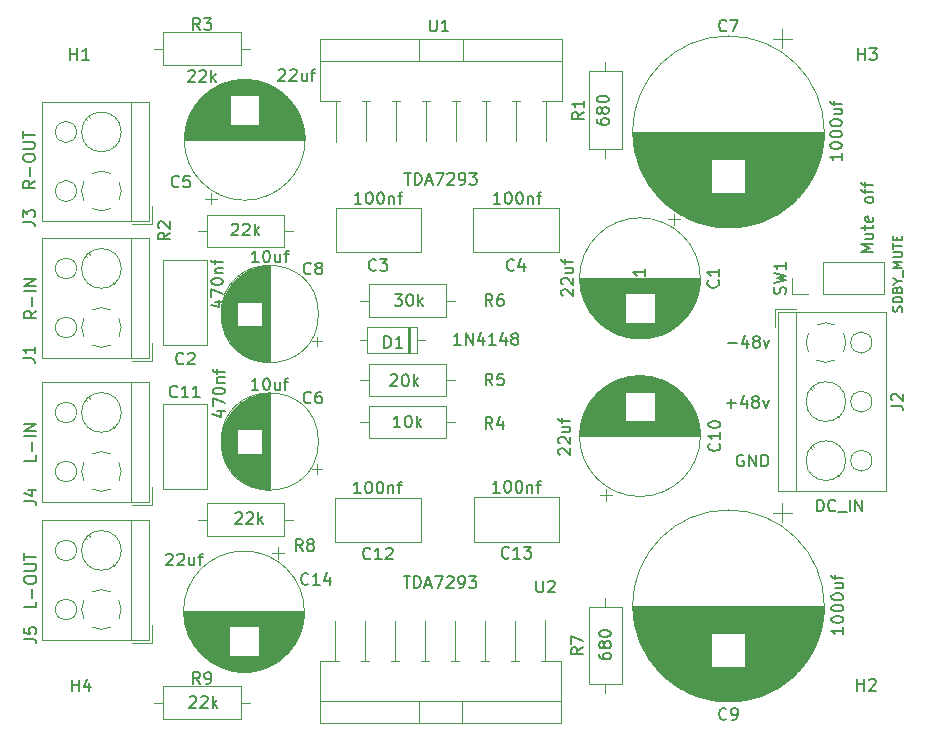
<source format=gbr>
G04 #@! TF.GenerationSoftware,KiCad,Pcbnew,(5.1.9-0-10_14)*
G04 #@! TF.CreationDate,2021-01-01T19:24:52-08:00*
G04 #@! TF.ProjectId,PedalBoardAmpSt,50656461-6c42-46f6-9172-64416d705374,rev?*
G04 #@! TF.SameCoordinates,Original*
G04 #@! TF.FileFunction,Legend,Top*
G04 #@! TF.FilePolarity,Positive*
%FSLAX46Y46*%
G04 Gerber Fmt 4.6, Leading zero omitted, Abs format (unit mm)*
G04 Created by KiCad (PCBNEW (5.1.9-0-10_14)) date 2021-01-01 19:24:52*
%MOMM*%
%LPD*%
G01*
G04 APERTURE LIST*
%ADD10C,0.150000*%
%ADD11C,0.120000*%
G04 APERTURE END LIST*
D10*
X182697380Y-61324761D02*
X181697380Y-61324761D01*
X182411666Y-60991428D01*
X181697380Y-60658095D01*
X182697380Y-60658095D01*
X182030714Y-59753333D02*
X182697380Y-59753333D01*
X182030714Y-60181904D02*
X182554523Y-60181904D01*
X182649761Y-60134285D01*
X182697380Y-60039047D01*
X182697380Y-59896190D01*
X182649761Y-59800952D01*
X182602142Y-59753333D01*
X182030714Y-59420000D02*
X182030714Y-59039047D01*
X181697380Y-59277142D02*
X182554523Y-59277142D01*
X182649761Y-59229523D01*
X182697380Y-59134285D01*
X182697380Y-59039047D01*
X182649761Y-58324761D02*
X182697380Y-58420000D01*
X182697380Y-58610476D01*
X182649761Y-58705714D01*
X182554523Y-58753333D01*
X182173571Y-58753333D01*
X182078333Y-58705714D01*
X182030714Y-58610476D01*
X182030714Y-58420000D01*
X182078333Y-58324761D01*
X182173571Y-58277142D01*
X182268809Y-58277142D01*
X182364047Y-58753333D01*
X182697380Y-56943809D02*
X182649761Y-57039047D01*
X182602142Y-57086666D01*
X182506904Y-57134285D01*
X182221190Y-57134285D01*
X182125952Y-57086666D01*
X182078333Y-57039047D01*
X182030714Y-56943809D01*
X182030714Y-56800952D01*
X182078333Y-56705714D01*
X182125952Y-56658095D01*
X182221190Y-56610476D01*
X182506904Y-56610476D01*
X182602142Y-56658095D01*
X182649761Y-56705714D01*
X182697380Y-56800952D01*
X182697380Y-56943809D01*
X182030714Y-56324761D02*
X182030714Y-55943809D01*
X182697380Y-56181904D02*
X181840238Y-56181904D01*
X181745000Y-56134285D01*
X181697380Y-56039047D01*
X181697380Y-55943809D01*
X182030714Y-55753333D02*
X182030714Y-55372380D01*
X182697380Y-55610476D02*
X181840238Y-55610476D01*
X181745000Y-55562857D01*
X181697380Y-55467619D01*
X181697380Y-55372380D01*
X171704095Y-78494000D02*
X171608857Y-78446380D01*
X171466000Y-78446380D01*
X171323142Y-78494000D01*
X171227904Y-78589238D01*
X171180285Y-78684476D01*
X171132666Y-78874952D01*
X171132666Y-79017809D01*
X171180285Y-79208285D01*
X171227904Y-79303523D01*
X171323142Y-79398761D01*
X171466000Y-79446380D01*
X171561238Y-79446380D01*
X171704095Y-79398761D01*
X171751714Y-79351142D01*
X171751714Y-79017809D01*
X171561238Y-79017809D01*
X172180285Y-79446380D02*
X172180285Y-78446380D01*
X172751714Y-79446380D01*
X172751714Y-78446380D01*
X173227904Y-79446380D02*
X173227904Y-78446380D01*
X173466000Y-78446380D01*
X173608857Y-78494000D01*
X173704095Y-78589238D01*
X173751714Y-78684476D01*
X173799333Y-78874952D01*
X173799333Y-79017809D01*
X173751714Y-79208285D01*
X173704095Y-79303523D01*
X173608857Y-79398761D01*
X173466000Y-79446380D01*
X173227904Y-79446380D01*
X170370714Y-69032428D02*
X171132619Y-69032428D01*
X172037380Y-68746714D02*
X172037380Y-69413380D01*
X171799285Y-68365761D02*
X171561190Y-69080047D01*
X172180238Y-69080047D01*
X172704047Y-68841952D02*
X172608809Y-68794333D01*
X172561190Y-68746714D01*
X172513571Y-68651476D01*
X172513571Y-68603857D01*
X172561190Y-68508619D01*
X172608809Y-68461000D01*
X172704047Y-68413380D01*
X172894523Y-68413380D01*
X172989761Y-68461000D01*
X173037380Y-68508619D01*
X173085000Y-68603857D01*
X173085000Y-68651476D01*
X173037380Y-68746714D01*
X172989761Y-68794333D01*
X172894523Y-68841952D01*
X172704047Y-68841952D01*
X172608809Y-68889571D01*
X172561190Y-68937190D01*
X172513571Y-69032428D01*
X172513571Y-69222904D01*
X172561190Y-69318142D01*
X172608809Y-69365761D01*
X172704047Y-69413380D01*
X172894523Y-69413380D01*
X172989761Y-69365761D01*
X173037380Y-69318142D01*
X173085000Y-69222904D01*
X173085000Y-69032428D01*
X173037380Y-68937190D01*
X172989761Y-68889571D01*
X172894523Y-68841952D01*
X173418333Y-68746714D02*
X173656428Y-69413380D01*
X173894523Y-68746714D01*
X170307214Y-74112428D02*
X171069119Y-74112428D01*
X170688166Y-74493380D02*
X170688166Y-73731476D01*
X171973880Y-73826714D02*
X171973880Y-74493380D01*
X171735785Y-73445761D02*
X171497690Y-74160047D01*
X172116738Y-74160047D01*
X172640547Y-73921952D02*
X172545309Y-73874333D01*
X172497690Y-73826714D01*
X172450071Y-73731476D01*
X172450071Y-73683857D01*
X172497690Y-73588619D01*
X172545309Y-73541000D01*
X172640547Y-73493380D01*
X172831023Y-73493380D01*
X172926261Y-73541000D01*
X172973880Y-73588619D01*
X173021500Y-73683857D01*
X173021500Y-73731476D01*
X172973880Y-73826714D01*
X172926261Y-73874333D01*
X172831023Y-73921952D01*
X172640547Y-73921952D01*
X172545309Y-73969571D01*
X172497690Y-74017190D01*
X172450071Y-74112428D01*
X172450071Y-74302904D01*
X172497690Y-74398142D01*
X172545309Y-74445761D01*
X172640547Y-74493380D01*
X172831023Y-74493380D01*
X172926261Y-74445761D01*
X172973880Y-74398142D01*
X173021500Y-74302904D01*
X173021500Y-74112428D01*
X172973880Y-74017190D01*
X172926261Y-73969571D01*
X172831023Y-73921952D01*
X173354833Y-73826714D02*
X173592928Y-74493380D01*
X173831023Y-73826714D01*
D11*
X183575000Y-64830000D02*
X183575000Y-62170000D01*
X178435000Y-64830000D02*
X183575000Y-64830000D01*
X178435000Y-62170000D02*
X183575000Y-62170000D01*
X178435000Y-64830000D02*
X178435000Y-62170000D01*
X177165000Y-64830000D02*
X175835000Y-64830000D01*
X175835000Y-64830000D02*
X175835000Y-63500000D01*
X174389000Y-66161000D02*
X174389000Y-67661000D01*
X176129000Y-66161000D02*
X174389000Y-66161000D01*
X177713000Y-77781000D02*
X177620000Y-77687000D01*
X179964000Y-80031000D02*
X179905000Y-79972000D01*
X177473000Y-77951000D02*
X177415000Y-77892000D01*
X179758000Y-80236000D02*
X179665000Y-80142000D01*
X177713000Y-72781000D02*
X177620000Y-72687000D01*
X179964000Y-75031000D02*
X179905000Y-74972000D01*
X177473000Y-72951000D02*
X177415000Y-72892000D01*
X179758000Y-75236000D02*
X179665000Y-75142000D01*
X183749000Y-81521000D02*
X174629000Y-81521000D01*
X183749000Y-66401000D02*
X174629000Y-66401000D01*
X174629000Y-66401000D02*
X174629000Y-81521000D01*
X183749000Y-66401000D02*
X183749000Y-81521000D01*
X176189000Y-66401000D02*
X176189000Y-81521000D01*
X182589000Y-78961000D02*
G75*
G03*
X182589000Y-78961000I-900000J0D01*
G01*
X180369000Y-78961000D02*
G75*
G03*
X180369000Y-78961000I-1680000J0D01*
G01*
X182589000Y-73961000D02*
G75*
G03*
X182589000Y-73961000I-900000J0D01*
G01*
X180369000Y-73961000D02*
G75*
G03*
X180369000Y-73961000I-1680000J0D01*
G01*
X182589000Y-68961000D02*
G75*
G03*
X182589000Y-68961000I-900000J0D01*
G01*
X177008550Y-68990383D02*
G75*
G02*
X177205000Y-68172000I1680450J29383D01*
G01*
X177899912Y-67477047D02*
G75*
G02*
X179478000Y-67477000I789088J-1483953D01*
G01*
X180172953Y-68171912D02*
G75*
G02*
X180173000Y-69750000I-1483953J-789088D01*
G01*
X179478088Y-70444953D02*
G75*
G02*
X177900000Y-70445000I-789088J1483953D01*
G01*
X177205648Y-69749712D02*
G75*
G02*
X177009000Y-68961000I1483352J788712D01*
G01*
X121648000Y-94367000D02*
X121648000Y-92867000D01*
X119908000Y-94367000D02*
X121648000Y-94367000D01*
X118324000Y-87747000D02*
X118417000Y-87841000D01*
X116073000Y-85497000D02*
X116132000Y-85556000D01*
X118564000Y-87577000D02*
X118622000Y-87636000D01*
X116279000Y-85292000D02*
X116372000Y-85386000D01*
X112288000Y-84007000D02*
X121408000Y-84007000D01*
X112288000Y-94127000D02*
X121408000Y-94127000D01*
X121408000Y-94127000D02*
X121408000Y-84007000D01*
X112288000Y-94127000D02*
X112288000Y-84007000D01*
X119848000Y-94127000D02*
X119848000Y-84007000D01*
X115248000Y-86567000D02*
G75*
G03*
X115248000Y-86567000I-900000J0D01*
G01*
X119028000Y-86567000D02*
G75*
G03*
X119028000Y-86567000I-1680000J0D01*
G01*
X115248000Y-91567000D02*
G75*
G03*
X115248000Y-91567000I-900000J0D01*
G01*
X119028450Y-91537617D02*
G75*
G02*
X118832000Y-92356000I-1680450J-29383D01*
G01*
X118137088Y-93050953D02*
G75*
G02*
X116559000Y-93051000I-789088J1483953D01*
G01*
X115864047Y-92356088D02*
G75*
G02*
X115864000Y-90778000I1483953J789088D01*
G01*
X116558912Y-90083047D02*
G75*
G02*
X118137000Y-90083000I789088J-1483953D01*
G01*
X118831352Y-90778288D02*
G75*
G02*
X119028000Y-91567000I-1483352J-788712D01*
G01*
X121648000Y-82683000D02*
X121648000Y-81183000D01*
X119908000Y-82683000D02*
X121648000Y-82683000D01*
X118324000Y-76063000D02*
X118417000Y-76157000D01*
X116073000Y-73813000D02*
X116132000Y-73872000D01*
X118564000Y-75893000D02*
X118622000Y-75952000D01*
X116279000Y-73608000D02*
X116372000Y-73702000D01*
X112288000Y-72323000D02*
X121408000Y-72323000D01*
X112288000Y-82443000D02*
X121408000Y-82443000D01*
X121408000Y-82443000D02*
X121408000Y-72323000D01*
X112288000Y-82443000D02*
X112288000Y-72323000D01*
X119848000Y-82443000D02*
X119848000Y-72323000D01*
X115248000Y-74883000D02*
G75*
G03*
X115248000Y-74883000I-900000J0D01*
G01*
X119028000Y-74883000D02*
G75*
G03*
X119028000Y-74883000I-1680000J0D01*
G01*
X115248000Y-79883000D02*
G75*
G03*
X115248000Y-79883000I-900000J0D01*
G01*
X119028450Y-79853617D02*
G75*
G02*
X118832000Y-80672000I-1680450J-29383D01*
G01*
X118137088Y-81366953D02*
G75*
G02*
X116559000Y-81367000I-789088J1483953D01*
G01*
X115864047Y-80672088D02*
G75*
G02*
X115864000Y-79094000I1483953J789088D01*
G01*
X116558912Y-78399047D02*
G75*
G02*
X118137000Y-78399000I789088J-1483953D01*
G01*
X118831352Y-79094288D02*
G75*
G02*
X119028000Y-79883000I-1483352J-788712D01*
G01*
X121648000Y-58934000D02*
X121648000Y-57434000D01*
X119908000Y-58934000D02*
X121648000Y-58934000D01*
X118324000Y-52314000D02*
X118417000Y-52408000D01*
X116073000Y-50064000D02*
X116132000Y-50123000D01*
X118564000Y-52144000D02*
X118622000Y-52203000D01*
X116279000Y-49859000D02*
X116372000Y-49953000D01*
X112288000Y-48574000D02*
X121408000Y-48574000D01*
X112288000Y-58694000D02*
X121408000Y-58694000D01*
X121408000Y-58694000D02*
X121408000Y-48574000D01*
X112288000Y-58694000D02*
X112288000Y-48574000D01*
X119848000Y-58694000D02*
X119848000Y-48574000D01*
X115248000Y-51134000D02*
G75*
G03*
X115248000Y-51134000I-900000J0D01*
G01*
X119028000Y-51134000D02*
G75*
G03*
X119028000Y-51134000I-1680000J0D01*
G01*
X115248000Y-56134000D02*
G75*
G03*
X115248000Y-56134000I-900000J0D01*
G01*
X119028450Y-56104617D02*
G75*
G02*
X118832000Y-56923000I-1680450J-29383D01*
G01*
X118137088Y-57617953D02*
G75*
G02*
X116559000Y-57618000I-789088J1483953D01*
G01*
X115864047Y-56923088D02*
G75*
G02*
X115864000Y-55345000I1483953J789088D01*
G01*
X116558912Y-54650047D02*
G75*
G02*
X118137000Y-54650000I789088J-1483953D01*
G01*
X118831352Y-55345288D02*
G75*
G02*
X119028000Y-56134000I-1483352J-788712D01*
G01*
X121648000Y-70491000D02*
X121648000Y-68991000D01*
X119908000Y-70491000D02*
X121648000Y-70491000D01*
X118324000Y-63871000D02*
X118417000Y-63965000D01*
X116073000Y-61621000D02*
X116132000Y-61680000D01*
X118564000Y-63701000D02*
X118622000Y-63760000D01*
X116279000Y-61416000D02*
X116372000Y-61510000D01*
X112288000Y-60131000D02*
X121408000Y-60131000D01*
X112288000Y-70251000D02*
X121408000Y-70251000D01*
X121408000Y-70251000D02*
X121408000Y-60131000D01*
X112288000Y-70251000D02*
X112288000Y-60131000D01*
X119848000Y-70251000D02*
X119848000Y-60131000D01*
X115248000Y-62691000D02*
G75*
G03*
X115248000Y-62691000I-900000J0D01*
G01*
X119028000Y-62691000D02*
G75*
G03*
X119028000Y-62691000I-1680000J0D01*
G01*
X115248000Y-67691000D02*
G75*
G03*
X115248000Y-67691000I-900000J0D01*
G01*
X119028450Y-67661617D02*
G75*
G02*
X118832000Y-68480000I-1680450J-29383D01*
G01*
X118137088Y-69174953D02*
G75*
G02*
X116559000Y-69175000I-789088J1483953D01*
G01*
X115864047Y-68480088D02*
G75*
G02*
X115864000Y-66902000I1483953J789088D01*
G01*
X116558912Y-66207047D02*
G75*
G02*
X118137000Y-66207000I789088J-1483953D01*
G01*
X118831352Y-66902288D02*
G75*
G02*
X119028000Y-67691000I-1483352J-788712D01*
G01*
X134533000Y-91734000D02*
G75*
G03*
X134533000Y-91734000I-5120000J0D01*
G01*
X134493000Y-91734000D02*
X124333000Y-91734000D01*
X134493000Y-91774000D02*
X124333000Y-91774000D01*
X134493000Y-91814000D02*
X124333000Y-91814000D01*
X134492000Y-91854000D02*
X124334000Y-91854000D01*
X134491000Y-91894000D02*
X124335000Y-91894000D01*
X134490000Y-91934000D02*
X124336000Y-91934000D01*
X134488000Y-91974000D02*
X124338000Y-91974000D01*
X134486000Y-92014000D02*
X124340000Y-92014000D01*
X134483000Y-92054000D02*
X124343000Y-92054000D01*
X134481000Y-92094000D02*
X124345000Y-92094000D01*
X134478000Y-92134000D02*
X124348000Y-92134000D01*
X134475000Y-92174000D02*
X124351000Y-92174000D01*
X134471000Y-92214000D02*
X124355000Y-92214000D01*
X134467000Y-92254000D02*
X124359000Y-92254000D01*
X134463000Y-92294000D02*
X124363000Y-92294000D01*
X134458000Y-92334000D02*
X124368000Y-92334000D01*
X134453000Y-92374000D02*
X124373000Y-92374000D01*
X134448000Y-92414000D02*
X124378000Y-92414000D01*
X134443000Y-92455000D02*
X124383000Y-92455000D01*
X134437000Y-92495000D02*
X124389000Y-92495000D01*
X134431000Y-92535000D02*
X124395000Y-92535000D01*
X134424000Y-92575000D02*
X124402000Y-92575000D01*
X134417000Y-92615000D02*
X124409000Y-92615000D01*
X134410000Y-92655000D02*
X124416000Y-92655000D01*
X134403000Y-92695000D02*
X124423000Y-92695000D01*
X134395000Y-92735000D02*
X124431000Y-92735000D01*
X134387000Y-92775000D02*
X124439000Y-92775000D01*
X134378000Y-92815000D02*
X124448000Y-92815000D01*
X134369000Y-92855000D02*
X124457000Y-92855000D01*
X134360000Y-92895000D02*
X124466000Y-92895000D01*
X134351000Y-92935000D02*
X124475000Y-92935000D01*
X134341000Y-92975000D02*
X124485000Y-92975000D01*
X134331000Y-93015000D02*
X130654000Y-93015000D01*
X128172000Y-93015000D02*
X124495000Y-93015000D01*
X134320000Y-93055000D02*
X130654000Y-93055000D01*
X128172000Y-93055000D02*
X124506000Y-93055000D01*
X134310000Y-93095000D02*
X130654000Y-93095000D01*
X128172000Y-93095000D02*
X124516000Y-93095000D01*
X134298000Y-93135000D02*
X130654000Y-93135000D01*
X128172000Y-93135000D02*
X124528000Y-93135000D01*
X134287000Y-93175000D02*
X130654000Y-93175000D01*
X128172000Y-93175000D02*
X124539000Y-93175000D01*
X134275000Y-93215000D02*
X130654000Y-93215000D01*
X128172000Y-93215000D02*
X124551000Y-93215000D01*
X134263000Y-93255000D02*
X130654000Y-93255000D01*
X128172000Y-93255000D02*
X124563000Y-93255000D01*
X134250000Y-93295000D02*
X130654000Y-93295000D01*
X128172000Y-93295000D02*
X124576000Y-93295000D01*
X134237000Y-93335000D02*
X130654000Y-93335000D01*
X128172000Y-93335000D02*
X124589000Y-93335000D01*
X134224000Y-93375000D02*
X130654000Y-93375000D01*
X128172000Y-93375000D02*
X124602000Y-93375000D01*
X134210000Y-93415000D02*
X130654000Y-93415000D01*
X128172000Y-93415000D02*
X124616000Y-93415000D01*
X134196000Y-93455000D02*
X130654000Y-93455000D01*
X128172000Y-93455000D02*
X124630000Y-93455000D01*
X134181000Y-93495000D02*
X130654000Y-93495000D01*
X128172000Y-93495000D02*
X124645000Y-93495000D01*
X134167000Y-93535000D02*
X130654000Y-93535000D01*
X128172000Y-93535000D02*
X124659000Y-93535000D01*
X134151000Y-93575000D02*
X130654000Y-93575000D01*
X128172000Y-93575000D02*
X124675000Y-93575000D01*
X134136000Y-93615000D02*
X130654000Y-93615000D01*
X128172000Y-93615000D02*
X124690000Y-93615000D01*
X134120000Y-93655000D02*
X130654000Y-93655000D01*
X128172000Y-93655000D02*
X124706000Y-93655000D01*
X134103000Y-93695000D02*
X130654000Y-93695000D01*
X128172000Y-93695000D02*
X124723000Y-93695000D01*
X134087000Y-93735000D02*
X130654000Y-93735000D01*
X128172000Y-93735000D02*
X124739000Y-93735000D01*
X134070000Y-93775000D02*
X130654000Y-93775000D01*
X128172000Y-93775000D02*
X124756000Y-93775000D01*
X134052000Y-93815000D02*
X130654000Y-93815000D01*
X128172000Y-93815000D02*
X124774000Y-93815000D01*
X134034000Y-93855000D02*
X130654000Y-93855000D01*
X128172000Y-93855000D02*
X124792000Y-93855000D01*
X134016000Y-93895000D02*
X130654000Y-93895000D01*
X128172000Y-93895000D02*
X124810000Y-93895000D01*
X133997000Y-93935000D02*
X130654000Y-93935000D01*
X128172000Y-93935000D02*
X124829000Y-93935000D01*
X133977000Y-93975000D02*
X130654000Y-93975000D01*
X128172000Y-93975000D02*
X124849000Y-93975000D01*
X133958000Y-94015000D02*
X130654000Y-94015000D01*
X128172000Y-94015000D02*
X124868000Y-94015000D01*
X133938000Y-94055000D02*
X130654000Y-94055000D01*
X128172000Y-94055000D02*
X124888000Y-94055000D01*
X133917000Y-94095000D02*
X130654000Y-94095000D01*
X128172000Y-94095000D02*
X124909000Y-94095000D01*
X133896000Y-94135000D02*
X130654000Y-94135000D01*
X128172000Y-94135000D02*
X124930000Y-94135000D01*
X133875000Y-94175000D02*
X130654000Y-94175000D01*
X128172000Y-94175000D02*
X124951000Y-94175000D01*
X133853000Y-94215000D02*
X130654000Y-94215000D01*
X128172000Y-94215000D02*
X124973000Y-94215000D01*
X133830000Y-94255000D02*
X130654000Y-94255000D01*
X128172000Y-94255000D02*
X124996000Y-94255000D01*
X133808000Y-94295000D02*
X130654000Y-94295000D01*
X128172000Y-94295000D02*
X125018000Y-94295000D01*
X133784000Y-94335000D02*
X130654000Y-94335000D01*
X128172000Y-94335000D02*
X125042000Y-94335000D01*
X133760000Y-94375000D02*
X130654000Y-94375000D01*
X128172000Y-94375000D02*
X125066000Y-94375000D01*
X133736000Y-94415000D02*
X130654000Y-94415000D01*
X128172000Y-94415000D02*
X125090000Y-94415000D01*
X133711000Y-94455000D02*
X130654000Y-94455000D01*
X128172000Y-94455000D02*
X125115000Y-94455000D01*
X133686000Y-94495000D02*
X130654000Y-94495000D01*
X128172000Y-94495000D02*
X125140000Y-94495000D01*
X133660000Y-94535000D02*
X130654000Y-94535000D01*
X128172000Y-94535000D02*
X125166000Y-94535000D01*
X133634000Y-94575000D02*
X130654000Y-94575000D01*
X128172000Y-94575000D02*
X125192000Y-94575000D01*
X133607000Y-94615000D02*
X130654000Y-94615000D01*
X128172000Y-94615000D02*
X125219000Y-94615000D01*
X133579000Y-94655000D02*
X130654000Y-94655000D01*
X128172000Y-94655000D02*
X125247000Y-94655000D01*
X133551000Y-94695000D02*
X130654000Y-94695000D01*
X128172000Y-94695000D02*
X125275000Y-94695000D01*
X133523000Y-94735000D02*
X130654000Y-94735000D01*
X128172000Y-94735000D02*
X125303000Y-94735000D01*
X133493000Y-94775000D02*
X130654000Y-94775000D01*
X128172000Y-94775000D02*
X125333000Y-94775000D01*
X133463000Y-94815000D02*
X130654000Y-94815000D01*
X128172000Y-94815000D02*
X125363000Y-94815000D01*
X133433000Y-94855000D02*
X130654000Y-94855000D01*
X128172000Y-94855000D02*
X125393000Y-94855000D01*
X133402000Y-94895000D02*
X130654000Y-94895000D01*
X128172000Y-94895000D02*
X125424000Y-94895000D01*
X133370000Y-94935000D02*
X130654000Y-94935000D01*
X128172000Y-94935000D02*
X125456000Y-94935000D01*
X133338000Y-94975000D02*
X130654000Y-94975000D01*
X128172000Y-94975000D02*
X125488000Y-94975000D01*
X133305000Y-95015000D02*
X130654000Y-95015000D01*
X128172000Y-95015000D02*
X125521000Y-95015000D01*
X133271000Y-95055000D02*
X130654000Y-95055000D01*
X128172000Y-95055000D02*
X125555000Y-95055000D01*
X133237000Y-95095000D02*
X130654000Y-95095000D01*
X128172000Y-95095000D02*
X125589000Y-95095000D01*
X133202000Y-95135000D02*
X130654000Y-95135000D01*
X128172000Y-95135000D02*
X125624000Y-95135000D01*
X133166000Y-95175000D02*
X130654000Y-95175000D01*
X128172000Y-95175000D02*
X125660000Y-95175000D01*
X133129000Y-95215000D02*
X130654000Y-95215000D01*
X128172000Y-95215000D02*
X125697000Y-95215000D01*
X133092000Y-95255000D02*
X130654000Y-95255000D01*
X128172000Y-95255000D02*
X125734000Y-95255000D01*
X133053000Y-95295000D02*
X130654000Y-95295000D01*
X128172000Y-95295000D02*
X125773000Y-95295000D01*
X133014000Y-95335000D02*
X130654000Y-95335000D01*
X128172000Y-95335000D02*
X125812000Y-95335000D01*
X132974000Y-95375000D02*
X130654000Y-95375000D01*
X128172000Y-95375000D02*
X125852000Y-95375000D01*
X132933000Y-95415000D02*
X130654000Y-95415000D01*
X128172000Y-95415000D02*
X125893000Y-95415000D01*
X132891000Y-95455000D02*
X130654000Y-95455000D01*
X128172000Y-95455000D02*
X125935000Y-95455000D01*
X132849000Y-95495000D02*
X125977000Y-95495000D01*
X132805000Y-95535000D02*
X126021000Y-95535000D01*
X132760000Y-95575000D02*
X126066000Y-95575000D01*
X132714000Y-95615000D02*
X126112000Y-95615000D01*
X132667000Y-95655000D02*
X126159000Y-95655000D01*
X132619000Y-95695000D02*
X126207000Y-95695000D01*
X132569000Y-95735000D02*
X126257000Y-95735000D01*
X132519000Y-95775000D02*
X126307000Y-95775000D01*
X132467000Y-95815000D02*
X126359000Y-95815000D01*
X132413000Y-95855000D02*
X126413000Y-95855000D01*
X132358000Y-95895000D02*
X126468000Y-95895000D01*
X132302000Y-95935000D02*
X126524000Y-95935000D01*
X132243000Y-95975000D02*
X126583000Y-95975000D01*
X132183000Y-96015000D02*
X126643000Y-96015000D01*
X132122000Y-96055000D02*
X126704000Y-96055000D01*
X132058000Y-96095000D02*
X126768000Y-96095000D01*
X131992000Y-96135000D02*
X126834000Y-96135000D01*
X131923000Y-96175000D02*
X126903000Y-96175000D01*
X131852000Y-96215000D02*
X126974000Y-96215000D01*
X131778000Y-96255000D02*
X127048000Y-96255000D01*
X131702000Y-96295000D02*
X127124000Y-96295000D01*
X131622000Y-96335000D02*
X127204000Y-96335000D01*
X131538000Y-96375000D02*
X127288000Y-96375000D01*
X131450000Y-96415000D02*
X127376000Y-96415000D01*
X131357000Y-96455000D02*
X127469000Y-96455000D01*
X131259000Y-96495000D02*
X127567000Y-96495000D01*
X131155000Y-96535000D02*
X127671000Y-96535000D01*
X131043000Y-96575000D02*
X127783000Y-96575000D01*
X130923000Y-96615000D02*
X127903000Y-96615000D01*
X130791000Y-96655000D02*
X128035000Y-96655000D01*
X130643000Y-96695000D02*
X128183000Y-96695000D01*
X130475000Y-96735000D02*
X128351000Y-96735000D01*
X130275000Y-96775000D02*
X128551000Y-96775000D01*
X130012000Y-96815000D02*
X128814000Y-96815000D01*
X132288000Y-86254354D02*
X132288000Y-87254354D01*
X132788000Y-86754354D02*
X131788000Y-86754354D01*
X134596500Y-51792500D02*
G75*
G03*
X134596500Y-51792500I-5120000J0D01*
G01*
X124396500Y-51792500D02*
X134556500Y-51792500D01*
X124396500Y-51752500D02*
X134556500Y-51752500D01*
X124396500Y-51712500D02*
X134556500Y-51712500D01*
X124397500Y-51672500D02*
X134555500Y-51672500D01*
X124398500Y-51632500D02*
X134554500Y-51632500D01*
X124399500Y-51592500D02*
X134553500Y-51592500D01*
X124401500Y-51552500D02*
X134551500Y-51552500D01*
X124403500Y-51512500D02*
X134549500Y-51512500D01*
X124406500Y-51472500D02*
X134546500Y-51472500D01*
X124408500Y-51432500D02*
X134544500Y-51432500D01*
X124411500Y-51392500D02*
X134541500Y-51392500D01*
X124414500Y-51352500D02*
X134538500Y-51352500D01*
X124418500Y-51312500D02*
X134534500Y-51312500D01*
X124422500Y-51272500D02*
X134530500Y-51272500D01*
X124426500Y-51232500D02*
X134526500Y-51232500D01*
X124431500Y-51192500D02*
X134521500Y-51192500D01*
X124436500Y-51152500D02*
X134516500Y-51152500D01*
X124441500Y-51112500D02*
X134511500Y-51112500D01*
X124446500Y-51071500D02*
X134506500Y-51071500D01*
X124452500Y-51031500D02*
X134500500Y-51031500D01*
X124458500Y-50991500D02*
X134494500Y-50991500D01*
X124465500Y-50951500D02*
X134487500Y-50951500D01*
X124472500Y-50911500D02*
X134480500Y-50911500D01*
X124479500Y-50871500D02*
X134473500Y-50871500D01*
X124486500Y-50831500D02*
X134466500Y-50831500D01*
X124494500Y-50791500D02*
X134458500Y-50791500D01*
X124502500Y-50751500D02*
X134450500Y-50751500D01*
X124511500Y-50711500D02*
X134441500Y-50711500D01*
X124520500Y-50671500D02*
X134432500Y-50671500D01*
X124529500Y-50631500D02*
X134423500Y-50631500D01*
X124538500Y-50591500D02*
X134414500Y-50591500D01*
X124548500Y-50551500D02*
X134404500Y-50551500D01*
X124558500Y-50511500D02*
X128235500Y-50511500D01*
X130717500Y-50511500D02*
X134394500Y-50511500D01*
X124569500Y-50471500D02*
X128235500Y-50471500D01*
X130717500Y-50471500D02*
X134383500Y-50471500D01*
X124579500Y-50431500D02*
X128235500Y-50431500D01*
X130717500Y-50431500D02*
X134373500Y-50431500D01*
X124591500Y-50391500D02*
X128235500Y-50391500D01*
X130717500Y-50391500D02*
X134361500Y-50391500D01*
X124602500Y-50351500D02*
X128235500Y-50351500D01*
X130717500Y-50351500D02*
X134350500Y-50351500D01*
X124614500Y-50311500D02*
X128235500Y-50311500D01*
X130717500Y-50311500D02*
X134338500Y-50311500D01*
X124626500Y-50271500D02*
X128235500Y-50271500D01*
X130717500Y-50271500D02*
X134326500Y-50271500D01*
X124639500Y-50231500D02*
X128235500Y-50231500D01*
X130717500Y-50231500D02*
X134313500Y-50231500D01*
X124652500Y-50191500D02*
X128235500Y-50191500D01*
X130717500Y-50191500D02*
X134300500Y-50191500D01*
X124665500Y-50151500D02*
X128235500Y-50151500D01*
X130717500Y-50151500D02*
X134287500Y-50151500D01*
X124679500Y-50111500D02*
X128235500Y-50111500D01*
X130717500Y-50111500D02*
X134273500Y-50111500D01*
X124693500Y-50071500D02*
X128235500Y-50071500D01*
X130717500Y-50071500D02*
X134259500Y-50071500D01*
X124708500Y-50031500D02*
X128235500Y-50031500D01*
X130717500Y-50031500D02*
X134244500Y-50031500D01*
X124722500Y-49991500D02*
X128235500Y-49991500D01*
X130717500Y-49991500D02*
X134230500Y-49991500D01*
X124738500Y-49951500D02*
X128235500Y-49951500D01*
X130717500Y-49951500D02*
X134214500Y-49951500D01*
X124753500Y-49911500D02*
X128235500Y-49911500D01*
X130717500Y-49911500D02*
X134199500Y-49911500D01*
X124769500Y-49871500D02*
X128235500Y-49871500D01*
X130717500Y-49871500D02*
X134183500Y-49871500D01*
X124786500Y-49831500D02*
X128235500Y-49831500D01*
X130717500Y-49831500D02*
X134166500Y-49831500D01*
X124802500Y-49791500D02*
X128235500Y-49791500D01*
X130717500Y-49791500D02*
X134150500Y-49791500D01*
X124819500Y-49751500D02*
X128235500Y-49751500D01*
X130717500Y-49751500D02*
X134133500Y-49751500D01*
X124837500Y-49711500D02*
X128235500Y-49711500D01*
X130717500Y-49711500D02*
X134115500Y-49711500D01*
X124855500Y-49671500D02*
X128235500Y-49671500D01*
X130717500Y-49671500D02*
X134097500Y-49671500D01*
X124873500Y-49631500D02*
X128235500Y-49631500D01*
X130717500Y-49631500D02*
X134079500Y-49631500D01*
X124892500Y-49591500D02*
X128235500Y-49591500D01*
X130717500Y-49591500D02*
X134060500Y-49591500D01*
X124912500Y-49551500D02*
X128235500Y-49551500D01*
X130717500Y-49551500D02*
X134040500Y-49551500D01*
X124931500Y-49511500D02*
X128235500Y-49511500D01*
X130717500Y-49511500D02*
X134021500Y-49511500D01*
X124951500Y-49471500D02*
X128235500Y-49471500D01*
X130717500Y-49471500D02*
X134001500Y-49471500D01*
X124972500Y-49431500D02*
X128235500Y-49431500D01*
X130717500Y-49431500D02*
X133980500Y-49431500D01*
X124993500Y-49391500D02*
X128235500Y-49391500D01*
X130717500Y-49391500D02*
X133959500Y-49391500D01*
X125014500Y-49351500D02*
X128235500Y-49351500D01*
X130717500Y-49351500D02*
X133938500Y-49351500D01*
X125036500Y-49311500D02*
X128235500Y-49311500D01*
X130717500Y-49311500D02*
X133916500Y-49311500D01*
X125059500Y-49271500D02*
X128235500Y-49271500D01*
X130717500Y-49271500D02*
X133893500Y-49271500D01*
X125081500Y-49231500D02*
X128235500Y-49231500D01*
X130717500Y-49231500D02*
X133871500Y-49231500D01*
X125105500Y-49191500D02*
X128235500Y-49191500D01*
X130717500Y-49191500D02*
X133847500Y-49191500D01*
X125129500Y-49151500D02*
X128235500Y-49151500D01*
X130717500Y-49151500D02*
X133823500Y-49151500D01*
X125153500Y-49111500D02*
X128235500Y-49111500D01*
X130717500Y-49111500D02*
X133799500Y-49111500D01*
X125178500Y-49071500D02*
X128235500Y-49071500D01*
X130717500Y-49071500D02*
X133774500Y-49071500D01*
X125203500Y-49031500D02*
X128235500Y-49031500D01*
X130717500Y-49031500D02*
X133749500Y-49031500D01*
X125229500Y-48991500D02*
X128235500Y-48991500D01*
X130717500Y-48991500D02*
X133723500Y-48991500D01*
X125255500Y-48951500D02*
X128235500Y-48951500D01*
X130717500Y-48951500D02*
X133697500Y-48951500D01*
X125282500Y-48911500D02*
X128235500Y-48911500D01*
X130717500Y-48911500D02*
X133670500Y-48911500D01*
X125310500Y-48871500D02*
X128235500Y-48871500D01*
X130717500Y-48871500D02*
X133642500Y-48871500D01*
X125338500Y-48831500D02*
X128235500Y-48831500D01*
X130717500Y-48831500D02*
X133614500Y-48831500D01*
X125366500Y-48791500D02*
X128235500Y-48791500D01*
X130717500Y-48791500D02*
X133586500Y-48791500D01*
X125396500Y-48751500D02*
X128235500Y-48751500D01*
X130717500Y-48751500D02*
X133556500Y-48751500D01*
X125426500Y-48711500D02*
X128235500Y-48711500D01*
X130717500Y-48711500D02*
X133526500Y-48711500D01*
X125456500Y-48671500D02*
X128235500Y-48671500D01*
X130717500Y-48671500D02*
X133496500Y-48671500D01*
X125487500Y-48631500D02*
X128235500Y-48631500D01*
X130717500Y-48631500D02*
X133465500Y-48631500D01*
X125519500Y-48591500D02*
X128235500Y-48591500D01*
X130717500Y-48591500D02*
X133433500Y-48591500D01*
X125551500Y-48551500D02*
X128235500Y-48551500D01*
X130717500Y-48551500D02*
X133401500Y-48551500D01*
X125584500Y-48511500D02*
X128235500Y-48511500D01*
X130717500Y-48511500D02*
X133368500Y-48511500D01*
X125618500Y-48471500D02*
X128235500Y-48471500D01*
X130717500Y-48471500D02*
X133334500Y-48471500D01*
X125652500Y-48431500D02*
X128235500Y-48431500D01*
X130717500Y-48431500D02*
X133300500Y-48431500D01*
X125687500Y-48391500D02*
X128235500Y-48391500D01*
X130717500Y-48391500D02*
X133265500Y-48391500D01*
X125723500Y-48351500D02*
X128235500Y-48351500D01*
X130717500Y-48351500D02*
X133229500Y-48351500D01*
X125760500Y-48311500D02*
X128235500Y-48311500D01*
X130717500Y-48311500D02*
X133192500Y-48311500D01*
X125797500Y-48271500D02*
X128235500Y-48271500D01*
X130717500Y-48271500D02*
X133155500Y-48271500D01*
X125836500Y-48231500D02*
X128235500Y-48231500D01*
X130717500Y-48231500D02*
X133116500Y-48231500D01*
X125875500Y-48191500D02*
X128235500Y-48191500D01*
X130717500Y-48191500D02*
X133077500Y-48191500D01*
X125915500Y-48151500D02*
X128235500Y-48151500D01*
X130717500Y-48151500D02*
X133037500Y-48151500D01*
X125956500Y-48111500D02*
X128235500Y-48111500D01*
X130717500Y-48111500D02*
X132996500Y-48111500D01*
X125998500Y-48071500D02*
X128235500Y-48071500D01*
X130717500Y-48071500D02*
X132954500Y-48071500D01*
X126040500Y-48031500D02*
X132912500Y-48031500D01*
X126084500Y-47991500D02*
X132868500Y-47991500D01*
X126129500Y-47951500D02*
X132823500Y-47951500D01*
X126175500Y-47911500D02*
X132777500Y-47911500D01*
X126222500Y-47871500D02*
X132730500Y-47871500D01*
X126270500Y-47831500D02*
X132682500Y-47831500D01*
X126320500Y-47791500D02*
X132632500Y-47791500D01*
X126370500Y-47751500D02*
X132582500Y-47751500D01*
X126422500Y-47711500D02*
X132530500Y-47711500D01*
X126476500Y-47671500D02*
X132476500Y-47671500D01*
X126531500Y-47631500D02*
X132421500Y-47631500D01*
X126587500Y-47591500D02*
X132365500Y-47591500D01*
X126646500Y-47551500D02*
X132306500Y-47551500D01*
X126706500Y-47511500D02*
X132246500Y-47511500D01*
X126767500Y-47471500D02*
X132185500Y-47471500D01*
X126831500Y-47431500D02*
X132121500Y-47431500D01*
X126897500Y-47391500D02*
X132055500Y-47391500D01*
X126966500Y-47351500D02*
X131986500Y-47351500D01*
X127037500Y-47311500D02*
X131915500Y-47311500D01*
X127111500Y-47271500D02*
X131841500Y-47271500D01*
X127187500Y-47231500D02*
X131765500Y-47231500D01*
X127267500Y-47191500D02*
X131685500Y-47191500D01*
X127351500Y-47151500D02*
X131601500Y-47151500D01*
X127439500Y-47111500D02*
X131513500Y-47111500D01*
X127532500Y-47071500D02*
X131420500Y-47071500D01*
X127630500Y-47031500D02*
X131322500Y-47031500D01*
X127734500Y-46991500D02*
X131218500Y-46991500D01*
X127846500Y-46951500D02*
X131106500Y-46951500D01*
X127966500Y-46911500D02*
X130986500Y-46911500D01*
X128098500Y-46871500D02*
X130854500Y-46871500D01*
X128246500Y-46831500D02*
X130706500Y-46831500D01*
X128414500Y-46791500D02*
X130538500Y-46791500D01*
X128614500Y-46751500D02*
X130338500Y-46751500D01*
X128877500Y-46711500D02*
X130075500Y-46711500D01*
X126601500Y-57272146D02*
X126601500Y-56272146D01*
X126101500Y-56772146D02*
X127101500Y-56772146D01*
X135720000Y-66548000D02*
G75*
G03*
X135720000Y-66548000I-4120000J0D01*
G01*
X131600000Y-70628000D02*
X131600000Y-62468000D01*
X131560000Y-70628000D02*
X131560000Y-62468000D01*
X131520000Y-70628000D02*
X131520000Y-62468000D01*
X131480000Y-70627000D02*
X131480000Y-62469000D01*
X131440000Y-70625000D02*
X131440000Y-62471000D01*
X131400000Y-70624000D02*
X131400000Y-62472000D01*
X131360000Y-70622000D02*
X131360000Y-62474000D01*
X131320000Y-70619000D02*
X131320000Y-62477000D01*
X131280000Y-70616000D02*
X131280000Y-62480000D01*
X131240000Y-70613000D02*
X131240000Y-62483000D01*
X131200000Y-70609000D02*
X131200000Y-62487000D01*
X131160000Y-70605000D02*
X131160000Y-62491000D01*
X131120000Y-70600000D02*
X131120000Y-62496000D01*
X131080000Y-70596000D02*
X131080000Y-62500000D01*
X131040000Y-70590000D02*
X131040000Y-62506000D01*
X131000000Y-70585000D02*
X131000000Y-62511000D01*
X130960000Y-70578000D02*
X130960000Y-62518000D01*
X130920000Y-70572000D02*
X130920000Y-62524000D01*
X130879000Y-70565000D02*
X130879000Y-67588000D01*
X130879000Y-65508000D02*
X130879000Y-62531000D01*
X130839000Y-70558000D02*
X130839000Y-67588000D01*
X130839000Y-65508000D02*
X130839000Y-62538000D01*
X130799000Y-70550000D02*
X130799000Y-67588000D01*
X130799000Y-65508000D02*
X130799000Y-62546000D01*
X130759000Y-70542000D02*
X130759000Y-67588000D01*
X130759000Y-65508000D02*
X130759000Y-62554000D01*
X130719000Y-70533000D02*
X130719000Y-67588000D01*
X130719000Y-65508000D02*
X130719000Y-62563000D01*
X130679000Y-70524000D02*
X130679000Y-67588000D01*
X130679000Y-65508000D02*
X130679000Y-62572000D01*
X130639000Y-70515000D02*
X130639000Y-67588000D01*
X130639000Y-65508000D02*
X130639000Y-62581000D01*
X130599000Y-70505000D02*
X130599000Y-67588000D01*
X130599000Y-65508000D02*
X130599000Y-62591000D01*
X130559000Y-70495000D02*
X130559000Y-67588000D01*
X130559000Y-65508000D02*
X130559000Y-62601000D01*
X130519000Y-70484000D02*
X130519000Y-67588000D01*
X130519000Y-65508000D02*
X130519000Y-62612000D01*
X130479000Y-70473000D02*
X130479000Y-67588000D01*
X130479000Y-65508000D02*
X130479000Y-62623000D01*
X130439000Y-70462000D02*
X130439000Y-67588000D01*
X130439000Y-65508000D02*
X130439000Y-62634000D01*
X130399000Y-70450000D02*
X130399000Y-67588000D01*
X130399000Y-65508000D02*
X130399000Y-62646000D01*
X130359000Y-70437000D02*
X130359000Y-67588000D01*
X130359000Y-65508000D02*
X130359000Y-62659000D01*
X130319000Y-70425000D02*
X130319000Y-67588000D01*
X130319000Y-65508000D02*
X130319000Y-62671000D01*
X130279000Y-70411000D02*
X130279000Y-67588000D01*
X130279000Y-65508000D02*
X130279000Y-62685000D01*
X130239000Y-70398000D02*
X130239000Y-67588000D01*
X130239000Y-65508000D02*
X130239000Y-62698000D01*
X130199000Y-70383000D02*
X130199000Y-67588000D01*
X130199000Y-65508000D02*
X130199000Y-62713000D01*
X130159000Y-70369000D02*
X130159000Y-67588000D01*
X130159000Y-65508000D02*
X130159000Y-62727000D01*
X130119000Y-70353000D02*
X130119000Y-67588000D01*
X130119000Y-65508000D02*
X130119000Y-62743000D01*
X130079000Y-70338000D02*
X130079000Y-67588000D01*
X130079000Y-65508000D02*
X130079000Y-62758000D01*
X130039000Y-70322000D02*
X130039000Y-67588000D01*
X130039000Y-65508000D02*
X130039000Y-62774000D01*
X129999000Y-70305000D02*
X129999000Y-67588000D01*
X129999000Y-65508000D02*
X129999000Y-62791000D01*
X129959000Y-70288000D02*
X129959000Y-67588000D01*
X129959000Y-65508000D02*
X129959000Y-62808000D01*
X129919000Y-70270000D02*
X129919000Y-67588000D01*
X129919000Y-65508000D02*
X129919000Y-62826000D01*
X129879000Y-70252000D02*
X129879000Y-67588000D01*
X129879000Y-65508000D02*
X129879000Y-62844000D01*
X129839000Y-70234000D02*
X129839000Y-67588000D01*
X129839000Y-65508000D02*
X129839000Y-62862000D01*
X129799000Y-70214000D02*
X129799000Y-67588000D01*
X129799000Y-65508000D02*
X129799000Y-62882000D01*
X129759000Y-70195000D02*
X129759000Y-67588000D01*
X129759000Y-65508000D02*
X129759000Y-62901000D01*
X129719000Y-70175000D02*
X129719000Y-67588000D01*
X129719000Y-65508000D02*
X129719000Y-62921000D01*
X129679000Y-70154000D02*
X129679000Y-67588000D01*
X129679000Y-65508000D02*
X129679000Y-62942000D01*
X129639000Y-70132000D02*
X129639000Y-67588000D01*
X129639000Y-65508000D02*
X129639000Y-62964000D01*
X129599000Y-70110000D02*
X129599000Y-67588000D01*
X129599000Y-65508000D02*
X129599000Y-62986000D01*
X129559000Y-70088000D02*
X129559000Y-67588000D01*
X129559000Y-65508000D02*
X129559000Y-63008000D01*
X129519000Y-70065000D02*
X129519000Y-67588000D01*
X129519000Y-65508000D02*
X129519000Y-63031000D01*
X129479000Y-70041000D02*
X129479000Y-67588000D01*
X129479000Y-65508000D02*
X129479000Y-63055000D01*
X129439000Y-70017000D02*
X129439000Y-67588000D01*
X129439000Y-65508000D02*
X129439000Y-63079000D01*
X129399000Y-69992000D02*
X129399000Y-67588000D01*
X129399000Y-65508000D02*
X129399000Y-63104000D01*
X129359000Y-69966000D02*
X129359000Y-67588000D01*
X129359000Y-65508000D02*
X129359000Y-63130000D01*
X129319000Y-69940000D02*
X129319000Y-67588000D01*
X129319000Y-65508000D02*
X129319000Y-63156000D01*
X129279000Y-69913000D02*
X129279000Y-67588000D01*
X129279000Y-65508000D02*
X129279000Y-63183000D01*
X129239000Y-69886000D02*
X129239000Y-67588000D01*
X129239000Y-65508000D02*
X129239000Y-63210000D01*
X129199000Y-69857000D02*
X129199000Y-67588000D01*
X129199000Y-65508000D02*
X129199000Y-63239000D01*
X129159000Y-69828000D02*
X129159000Y-67588000D01*
X129159000Y-65508000D02*
X129159000Y-63268000D01*
X129119000Y-69798000D02*
X129119000Y-67588000D01*
X129119000Y-65508000D02*
X129119000Y-63298000D01*
X129079000Y-69768000D02*
X129079000Y-67588000D01*
X129079000Y-65508000D02*
X129079000Y-63328000D01*
X129039000Y-69737000D02*
X129039000Y-67588000D01*
X129039000Y-65508000D02*
X129039000Y-63359000D01*
X128999000Y-69704000D02*
X128999000Y-67588000D01*
X128999000Y-65508000D02*
X128999000Y-63392000D01*
X128959000Y-69672000D02*
X128959000Y-67588000D01*
X128959000Y-65508000D02*
X128959000Y-63424000D01*
X128919000Y-69638000D02*
X128919000Y-67588000D01*
X128919000Y-65508000D02*
X128919000Y-63458000D01*
X128879000Y-69603000D02*
X128879000Y-67588000D01*
X128879000Y-65508000D02*
X128879000Y-63493000D01*
X128839000Y-69567000D02*
X128839000Y-67588000D01*
X128839000Y-65508000D02*
X128839000Y-63529000D01*
X128799000Y-69531000D02*
X128799000Y-63565000D01*
X128759000Y-69493000D02*
X128759000Y-63603000D01*
X128719000Y-69455000D02*
X128719000Y-63641000D01*
X128679000Y-69415000D02*
X128679000Y-63681000D01*
X128639000Y-69374000D02*
X128639000Y-63722000D01*
X128599000Y-69332000D02*
X128599000Y-63764000D01*
X128559000Y-69289000D02*
X128559000Y-63807000D01*
X128519000Y-69245000D02*
X128519000Y-63851000D01*
X128479000Y-69199000D02*
X128479000Y-63897000D01*
X128439000Y-69152000D02*
X128439000Y-63944000D01*
X128399000Y-69104000D02*
X128399000Y-63992000D01*
X128359000Y-69053000D02*
X128359000Y-64043000D01*
X128319000Y-69002000D02*
X128319000Y-64094000D01*
X128279000Y-68948000D02*
X128279000Y-64148000D01*
X128239000Y-68893000D02*
X128239000Y-64203000D01*
X128199000Y-68835000D02*
X128199000Y-64261000D01*
X128159000Y-68776000D02*
X128159000Y-64320000D01*
X128119000Y-68714000D02*
X128119000Y-64382000D01*
X128079000Y-68650000D02*
X128079000Y-64446000D01*
X128039000Y-68582000D02*
X128039000Y-64514000D01*
X127999000Y-68512000D02*
X127999000Y-64584000D01*
X127959000Y-68438000D02*
X127959000Y-64658000D01*
X127919000Y-68361000D02*
X127919000Y-64735000D01*
X127879000Y-68279000D02*
X127879000Y-64817000D01*
X127839000Y-68193000D02*
X127839000Y-64903000D01*
X127799000Y-68100000D02*
X127799000Y-64996000D01*
X127759000Y-68001000D02*
X127759000Y-65095000D01*
X127719000Y-67894000D02*
X127719000Y-65202000D01*
X127679000Y-67777000D02*
X127679000Y-65319000D01*
X127639000Y-67646000D02*
X127639000Y-65450000D01*
X127599000Y-67496000D02*
X127599000Y-65600000D01*
X127559000Y-67316000D02*
X127559000Y-65780000D01*
X127519000Y-67081000D02*
X127519000Y-66015000D01*
X136009698Y-68863000D02*
X135209698Y-68863000D01*
X135609698Y-69263000D02*
X135609698Y-68463000D01*
X135720000Y-77343000D02*
G75*
G03*
X135720000Y-77343000I-4120000J0D01*
G01*
X131600000Y-81423000D02*
X131600000Y-73263000D01*
X131560000Y-81423000D02*
X131560000Y-73263000D01*
X131520000Y-81423000D02*
X131520000Y-73263000D01*
X131480000Y-81422000D02*
X131480000Y-73264000D01*
X131440000Y-81420000D02*
X131440000Y-73266000D01*
X131400000Y-81419000D02*
X131400000Y-73267000D01*
X131360000Y-81417000D02*
X131360000Y-73269000D01*
X131320000Y-81414000D02*
X131320000Y-73272000D01*
X131280000Y-81411000D02*
X131280000Y-73275000D01*
X131240000Y-81408000D02*
X131240000Y-73278000D01*
X131200000Y-81404000D02*
X131200000Y-73282000D01*
X131160000Y-81400000D02*
X131160000Y-73286000D01*
X131120000Y-81395000D02*
X131120000Y-73291000D01*
X131080000Y-81391000D02*
X131080000Y-73295000D01*
X131040000Y-81385000D02*
X131040000Y-73301000D01*
X131000000Y-81380000D02*
X131000000Y-73306000D01*
X130960000Y-81373000D02*
X130960000Y-73313000D01*
X130920000Y-81367000D02*
X130920000Y-73319000D01*
X130879000Y-81360000D02*
X130879000Y-78383000D01*
X130879000Y-76303000D02*
X130879000Y-73326000D01*
X130839000Y-81353000D02*
X130839000Y-78383000D01*
X130839000Y-76303000D02*
X130839000Y-73333000D01*
X130799000Y-81345000D02*
X130799000Y-78383000D01*
X130799000Y-76303000D02*
X130799000Y-73341000D01*
X130759000Y-81337000D02*
X130759000Y-78383000D01*
X130759000Y-76303000D02*
X130759000Y-73349000D01*
X130719000Y-81328000D02*
X130719000Y-78383000D01*
X130719000Y-76303000D02*
X130719000Y-73358000D01*
X130679000Y-81319000D02*
X130679000Y-78383000D01*
X130679000Y-76303000D02*
X130679000Y-73367000D01*
X130639000Y-81310000D02*
X130639000Y-78383000D01*
X130639000Y-76303000D02*
X130639000Y-73376000D01*
X130599000Y-81300000D02*
X130599000Y-78383000D01*
X130599000Y-76303000D02*
X130599000Y-73386000D01*
X130559000Y-81290000D02*
X130559000Y-78383000D01*
X130559000Y-76303000D02*
X130559000Y-73396000D01*
X130519000Y-81279000D02*
X130519000Y-78383000D01*
X130519000Y-76303000D02*
X130519000Y-73407000D01*
X130479000Y-81268000D02*
X130479000Y-78383000D01*
X130479000Y-76303000D02*
X130479000Y-73418000D01*
X130439000Y-81257000D02*
X130439000Y-78383000D01*
X130439000Y-76303000D02*
X130439000Y-73429000D01*
X130399000Y-81245000D02*
X130399000Y-78383000D01*
X130399000Y-76303000D02*
X130399000Y-73441000D01*
X130359000Y-81232000D02*
X130359000Y-78383000D01*
X130359000Y-76303000D02*
X130359000Y-73454000D01*
X130319000Y-81220000D02*
X130319000Y-78383000D01*
X130319000Y-76303000D02*
X130319000Y-73466000D01*
X130279000Y-81206000D02*
X130279000Y-78383000D01*
X130279000Y-76303000D02*
X130279000Y-73480000D01*
X130239000Y-81193000D02*
X130239000Y-78383000D01*
X130239000Y-76303000D02*
X130239000Y-73493000D01*
X130199000Y-81178000D02*
X130199000Y-78383000D01*
X130199000Y-76303000D02*
X130199000Y-73508000D01*
X130159000Y-81164000D02*
X130159000Y-78383000D01*
X130159000Y-76303000D02*
X130159000Y-73522000D01*
X130119000Y-81148000D02*
X130119000Y-78383000D01*
X130119000Y-76303000D02*
X130119000Y-73538000D01*
X130079000Y-81133000D02*
X130079000Y-78383000D01*
X130079000Y-76303000D02*
X130079000Y-73553000D01*
X130039000Y-81117000D02*
X130039000Y-78383000D01*
X130039000Y-76303000D02*
X130039000Y-73569000D01*
X129999000Y-81100000D02*
X129999000Y-78383000D01*
X129999000Y-76303000D02*
X129999000Y-73586000D01*
X129959000Y-81083000D02*
X129959000Y-78383000D01*
X129959000Y-76303000D02*
X129959000Y-73603000D01*
X129919000Y-81065000D02*
X129919000Y-78383000D01*
X129919000Y-76303000D02*
X129919000Y-73621000D01*
X129879000Y-81047000D02*
X129879000Y-78383000D01*
X129879000Y-76303000D02*
X129879000Y-73639000D01*
X129839000Y-81029000D02*
X129839000Y-78383000D01*
X129839000Y-76303000D02*
X129839000Y-73657000D01*
X129799000Y-81009000D02*
X129799000Y-78383000D01*
X129799000Y-76303000D02*
X129799000Y-73677000D01*
X129759000Y-80990000D02*
X129759000Y-78383000D01*
X129759000Y-76303000D02*
X129759000Y-73696000D01*
X129719000Y-80970000D02*
X129719000Y-78383000D01*
X129719000Y-76303000D02*
X129719000Y-73716000D01*
X129679000Y-80949000D02*
X129679000Y-78383000D01*
X129679000Y-76303000D02*
X129679000Y-73737000D01*
X129639000Y-80927000D02*
X129639000Y-78383000D01*
X129639000Y-76303000D02*
X129639000Y-73759000D01*
X129599000Y-80905000D02*
X129599000Y-78383000D01*
X129599000Y-76303000D02*
X129599000Y-73781000D01*
X129559000Y-80883000D02*
X129559000Y-78383000D01*
X129559000Y-76303000D02*
X129559000Y-73803000D01*
X129519000Y-80860000D02*
X129519000Y-78383000D01*
X129519000Y-76303000D02*
X129519000Y-73826000D01*
X129479000Y-80836000D02*
X129479000Y-78383000D01*
X129479000Y-76303000D02*
X129479000Y-73850000D01*
X129439000Y-80812000D02*
X129439000Y-78383000D01*
X129439000Y-76303000D02*
X129439000Y-73874000D01*
X129399000Y-80787000D02*
X129399000Y-78383000D01*
X129399000Y-76303000D02*
X129399000Y-73899000D01*
X129359000Y-80761000D02*
X129359000Y-78383000D01*
X129359000Y-76303000D02*
X129359000Y-73925000D01*
X129319000Y-80735000D02*
X129319000Y-78383000D01*
X129319000Y-76303000D02*
X129319000Y-73951000D01*
X129279000Y-80708000D02*
X129279000Y-78383000D01*
X129279000Y-76303000D02*
X129279000Y-73978000D01*
X129239000Y-80681000D02*
X129239000Y-78383000D01*
X129239000Y-76303000D02*
X129239000Y-74005000D01*
X129199000Y-80652000D02*
X129199000Y-78383000D01*
X129199000Y-76303000D02*
X129199000Y-74034000D01*
X129159000Y-80623000D02*
X129159000Y-78383000D01*
X129159000Y-76303000D02*
X129159000Y-74063000D01*
X129119000Y-80593000D02*
X129119000Y-78383000D01*
X129119000Y-76303000D02*
X129119000Y-74093000D01*
X129079000Y-80563000D02*
X129079000Y-78383000D01*
X129079000Y-76303000D02*
X129079000Y-74123000D01*
X129039000Y-80532000D02*
X129039000Y-78383000D01*
X129039000Y-76303000D02*
X129039000Y-74154000D01*
X128999000Y-80499000D02*
X128999000Y-78383000D01*
X128999000Y-76303000D02*
X128999000Y-74187000D01*
X128959000Y-80467000D02*
X128959000Y-78383000D01*
X128959000Y-76303000D02*
X128959000Y-74219000D01*
X128919000Y-80433000D02*
X128919000Y-78383000D01*
X128919000Y-76303000D02*
X128919000Y-74253000D01*
X128879000Y-80398000D02*
X128879000Y-78383000D01*
X128879000Y-76303000D02*
X128879000Y-74288000D01*
X128839000Y-80362000D02*
X128839000Y-78383000D01*
X128839000Y-76303000D02*
X128839000Y-74324000D01*
X128799000Y-80326000D02*
X128799000Y-74360000D01*
X128759000Y-80288000D02*
X128759000Y-74398000D01*
X128719000Y-80250000D02*
X128719000Y-74436000D01*
X128679000Y-80210000D02*
X128679000Y-74476000D01*
X128639000Y-80169000D02*
X128639000Y-74517000D01*
X128599000Y-80127000D02*
X128599000Y-74559000D01*
X128559000Y-80084000D02*
X128559000Y-74602000D01*
X128519000Y-80040000D02*
X128519000Y-74646000D01*
X128479000Y-79994000D02*
X128479000Y-74692000D01*
X128439000Y-79947000D02*
X128439000Y-74739000D01*
X128399000Y-79899000D02*
X128399000Y-74787000D01*
X128359000Y-79848000D02*
X128359000Y-74838000D01*
X128319000Y-79797000D02*
X128319000Y-74889000D01*
X128279000Y-79743000D02*
X128279000Y-74943000D01*
X128239000Y-79688000D02*
X128239000Y-74998000D01*
X128199000Y-79630000D02*
X128199000Y-75056000D01*
X128159000Y-79571000D02*
X128159000Y-75115000D01*
X128119000Y-79509000D02*
X128119000Y-75177000D01*
X128079000Y-79445000D02*
X128079000Y-75241000D01*
X128039000Y-79377000D02*
X128039000Y-75309000D01*
X127999000Y-79307000D02*
X127999000Y-75379000D01*
X127959000Y-79233000D02*
X127959000Y-75453000D01*
X127919000Y-79156000D02*
X127919000Y-75530000D01*
X127879000Y-79074000D02*
X127879000Y-75612000D01*
X127839000Y-78988000D02*
X127839000Y-75698000D01*
X127799000Y-78895000D02*
X127799000Y-75791000D01*
X127759000Y-78796000D02*
X127759000Y-75890000D01*
X127719000Y-78689000D02*
X127719000Y-75997000D01*
X127679000Y-78572000D02*
X127679000Y-76114000D01*
X127639000Y-78441000D02*
X127639000Y-76245000D01*
X127599000Y-78291000D02*
X127599000Y-76395000D01*
X127559000Y-78111000D02*
X127559000Y-76575000D01*
X127519000Y-77876000D02*
X127519000Y-76810000D01*
X136009698Y-79658000D02*
X135209698Y-79658000D01*
X135609698Y-80058000D02*
X135609698Y-79258000D01*
X168061000Y-63523500D02*
G75*
G03*
X168061000Y-63523500I-5120000J0D01*
G01*
X168021000Y-63523500D02*
X157861000Y-63523500D01*
X168021000Y-63563500D02*
X157861000Y-63563500D01*
X168021000Y-63603500D02*
X157861000Y-63603500D01*
X168020000Y-63643500D02*
X157862000Y-63643500D01*
X168019000Y-63683500D02*
X157863000Y-63683500D01*
X168018000Y-63723500D02*
X157864000Y-63723500D01*
X168016000Y-63763500D02*
X157866000Y-63763500D01*
X168014000Y-63803500D02*
X157868000Y-63803500D01*
X168011000Y-63843500D02*
X157871000Y-63843500D01*
X168009000Y-63883500D02*
X157873000Y-63883500D01*
X168006000Y-63923500D02*
X157876000Y-63923500D01*
X168003000Y-63963500D02*
X157879000Y-63963500D01*
X167999000Y-64003500D02*
X157883000Y-64003500D01*
X167995000Y-64043500D02*
X157887000Y-64043500D01*
X167991000Y-64083500D02*
X157891000Y-64083500D01*
X167986000Y-64123500D02*
X157896000Y-64123500D01*
X167981000Y-64163500D02*
X157901000Y-64163500D01*
X167976000Y-64203500D02*
X157906000Y-64203500D01*
X167971000Y-64244500D02*
X157911000Y-64244500D01*
X167965000Y-64284500D02*
X157917000Y-64284500D01*
X167959000Y-64324500D02*
X157923000Y-64324500D01*
X167952000Y-64364500D02*
X157930000Y-64364500D01*
X167945000Y-64404500D02*
X157937000Y-64404500D01*
X167938000Y-64444500D02*
X157944000Y-64444500D01*
X167931000Y-64484500D02*
X157951000Y-64484500D01*
X167923000Y-64524500D02*
X157959000Y-64524500D01*
X167915000Y-64564500D02*
X157967000Y-64564500D01*
X167906000Y-64604500D02*
X157976000Y-64604500D01*
X167897000Y-64644500D02*
X157985000Y-64644500D01*
X167888000Y-64684500D02*
X157994000Y-64684500D01*
X167879000Y-64724500D02*
X158003000Y-64724500D01*
X167869000Y-64764500D02*
X158013000Y-64764500D01*
X167859000Y-64804500D02*
X164182000Y-64804500D01*
X161700000Y-64804500D02*
X158023000Y-64804500D01*
X167848000Y-64844500D02*
X164182000Y-64844500D01*
X161700000Y-64844500D02*
X158034000Y-64844500D01*
X167838000Y-64884500D02*
X164182000Y-64884500D01*
X161700000Y-64884500D02*
X158044000Y-64884500D01*
X167826000Y-64924500D02*
X164182000Y-64924500D01*
X161700000Y-64924500D02*
X158056000Y-64924500D01*
X167815000Y-64964500D02*
X164182000Y-64964500D01*
X161700000Y-64964500D02*
X158067000Y-64964500D01*
X167803000Y-65004500D02*
X164182000Y-65004500D01*
X161700000Y-65004500D02*
X158079000Y-65004500D01*
X167791000Y-65044500D02*
X164182000Y-65044500D01*
X161700000Y-65044500D02*
X158091000Y-65044500D01*
X167778000Y-65084500D02*
X164182000Y-65084500D01*
X161700000Y-65084500D02*
X158104000Y-65084500D01*
X167765000Y-65124500D02*
X164182000Y-65124500D01*
X161700000Y-65124500D02*
X158117000Y-65124500D01*
X167752000Y-65164500D02*
X164182000Y-65164500D01*
X161700000Y-65164500D02*
X158130000Y-65164500D01*
X167738000Y-65204500D02*
X164182000Y-65204500D01*
X161700000Y-65204500D02*
X158144000Y-65204500D01*
X167724000Y-65244500D02*
X164182000Y-65244500D01*
X161700000Y-65244500D02*
X158158000Y-65244500D01*
X167709000Y-65284500D02*
X164182000Y-65284500D01*
X161700000Y-65284500D02*
X158173000Y-65284500D01*
X167695000Y-65324500D02*
X164182000Y-65324500D01*
X161700000Y-65324500D02*
X158187000Y-65324500D01*
X167679000Y-65364500D02*
X164182000Y-65364500D01*
X161700000Y-65364500D02*
X158203000Y-65364500D01*
X167664000Y-65404500D02*
X164182000Y-65404500D01*
X161700000Y-65404500D02*
X158218000Y-65404500D01*
X167648000Y-65444500D02*
X164182000Y-65444500D01*
X161700000Y-65444500D02*
X158234000Y-65444500D01*
X167631000Y-65484500D02*
X164182000Y-65484500D01*
X161700000Y-65484500D02*
X158251000Y-65484500D01*
X167615000Y-65524500D02*
X164182000Y-65524500D01*
X161700000Y-65524500D02*
X158267000Y-65524500D01*
X167598000Y-65564500D02*
X164182000Y-65564500D01*
X161700000Y-65564500D02*
X158284000Y-65564500D01*
X167580000Y-65604500D02*
X164182000Y-65604500D01*
X161700000Y-65604500D02*
X158302000Y-65604500D01*
X167562000Y-65644500D02*
X164182000Y-65644500D01*
X161700000Y-65644500D02*
X158320000Y-65644500D01*
X167544000Y-65684500D02*
X164182000Y-65684500D01*
X161700000Y-65684500D02*
X158338000Y-65684500D01*
X167525000Y-65724500D02*
X164182000Y-65724500D01*
X161700000Y-65724500D02*
X158357000Y-65724500D01*
X167505000Y-65764500D02*
X164182000Y-65764500D01*
X161700000Y-65764500D02*
X158377000Y-65764500D01*
X167486000Y-65804500D02*
X164182000Y-65804500D01*
X161700000Y-65804500D02*
X158396000Y-65804500D01*
X167466000Y-65844500D02*
X164182000Y-65844500D01*
X161700000Y-65844500D02*
X158416000Y-65844500D01*
X167445000Y-65884500D02*
X164182000Y-65884500D01*
X161700000Y-65884500D02*
X158437000Y-65884500D01*
X167424000Y-65924500D02*
X164182000Y-65924500D01*
X161700000Y-65924500D02*
X158458000Y-65924500D01*
X167403000Y-65964500D02*
X164182000Y-65964500D01*
X161700000Y-65964500D02*
X158479000Y-65964500D01*
X167381000Y-66004500D02*
X164182000Y-66004500D01*
X161700000Y-66004500D02*
X158501000Y-66004500D01*
X167358000Y-66044500D02*
X164182000Y-66044500D01*
X161700000Y-66044500D02*
X158524000Y-66044500D01*
X167336000Y-66084500D02*
X164182000Y-66084500D01*
X161700000Y-66084500D02*
X158546000Y-66084500D01*
X167312000Y-66124500D02*
X164182000Y-66124500D01*
X161700000Y-66124500D02*
X158570000Y-66124500D01*
X167288000Y-66164500D02*
X164182000Y-66164500D01*
X161700000Y-66164500D02*
X158594000Y-66164500D01*
X167264000Y-66204500D02*
X164182000Y-66204500D01*
X161700000Y-66204500D02*
X158618000Y-66204500D01*
X167239000Y-66244500D02*
X164182000Y-66244500D01*
X161700000Y-66244500D02*
X158643000Y-66244500D01*
X167214000Y-66284500D02*
X164182000Y-66284500D01*
X161700000Y-66284500D02*
X158668000Y-66284500D01*
X167188000Y-66324500D02*
X164182000Y-66324500D01*
X161700000Y-66324500D02*
X158694000Y-66324500D01*
X167162000Y-66364500D02*
X164182000Y-66364500D01*
X161700000Y-66364500D02*
X158720000Y-66364500D01*
X167135000Y-66404500D02*
X164182000Y-66404500D01*
X161700000Y-66404500D02*
X158747000Y-66404500D01*
X167107000Y-66444500D02*
X164182000Y-66444500D01*
X161700000Y-66444500D02*
X158775000Y-66444500D01*
X167079000Y-66484500D02*
X164182000Y-66484500D01*
X161700000Y-66484500D02*
X158803000Y-66484500D01*
X167051000Y-66524500D02*
X164182000Y-66524500D01*
X161700000Y-66524500D02*
X158831000Y-66524500D01*
X167021000Y-66564500D02*
X164182000Y-66564500D01*
X161700000Y-66564500D02*
X158861000Y-66564500D01*
X166991000Y-66604500D02*
X164182000Y-66604500D01*
X161700000Y-66604500D02*
X158891000Y-66604500D01*
X166961000Y-66644500D02*
X164182000Y-66644500D01*
X161700000Y-66644500D02*
X158921000Y-66644500D01*
X166930000Y-66684500D02*
X164182000Y-66684500D01*
X161700000Y-66684500D02*
X158952000Y-66684500D01*
X166898000Y-66724500D02*
X164182000Y-66724500D01*
X161700000Y-66724500D02*
X158984000Y-66724500D01*
X166866000Y-66764500D02*
X164182000Y-66764500D01*
X161700000Y-66764500D02*
X159016000Y-66764500D01*
X166833000Y-66804500D02*
X164182000Y-66804500D01*
X161700000Y-66804500D02*
X159049000Y-66804500D01*
X166799000Y-66844500D02*
X164182000Y-66844500D01*
X161700000Y-66844500D02*
X159083000Y-66844500D01*
X166765000Y-66884500D02*
X164182000Y-66884500D01*
X161700000Y-66884500D02*
X159117000Y-66884500D01*
X166730000Y-66924500D02*
X164182000Y-66924500D01*
X161700000Y-66924500D02*
X159152000Y-66924500D01*
X166694000Y-66964500D02*
X164182000Y-66964500D01*
X161700000Y-66964500D02*
X159188000Y-66964500D01*
X166657000Y-67004500D02*
X164182000Y-67004500D01*
X161700000Y-67004500D02*
X159225000Y-67004500D01*
X166620000Y-67044500D02*
X164182000Y-67044500D01*
X161700000Y-67044500D02*
X159262000Y-67044500D01*
X166581000Y-67084500D02*
X164182000Y-67084500D01*
X161700000Y-67084500D02*
X159301000Y-67084500D01*
X166542000Y-67124500D02*
X164182000Y-67124500D01*
X161700000Y-67124500D02*
X159340000Y-67124500D01*
X166502000Y-67164500D02*
X164182000Y-67164500D01*
X161700000Y-67164500D02*
X159380000Y-67164500D01*
X166461000Y-67204500D02*
X164182000Y-67204500D01*
X161700000Y-67204500D02*
X159421000Y-67204500D01*
X166419000Y-67244500D02*
X164182000Y-67244500D01*
X161700000Y-67244500D02*
X159463000Y-67244500D01*
X166377000Y-67284500D02*
X159505000Y-67284500D01*
X166333000Y-67324500D02*
X159549000Y-67324500D01*
X166288000Y-67364500D02*
X159594000Y-67364500D01*
X166242000Y-67404500D02*
X159640000Y-67404500D01*
X166195000Y-67444500D02*
X159687000Y-67444500D01*
X166147000Y-67484500D02*
X159735000Y-67484500D01*
X166097000Y-67524500D02*
X159785000Y-67524500D01*
X166047000Y-67564500D02*
X159835000Y-67564500D01*
X165995000Y-67604500D02*
X159887000Y-67604500D01*
X165941000Y-67644500D02*
X159941000Y-67644500D01*
X165886000Y-67684500D02*
X159996000Y-67684500D01*
X165830000Y-67724500D02*
X160052000Y-67724500D01*
X165771000Y-67764500D02*
X160111000Y-67764500D01*
X165711000Y-67804500D02*
X160171000Y-67804500D01*
X165650000Y-67844500D02*
X160232000Y-67844500D01*
X165586000Y-67884500D02*
X160296000Y-67884500D01*
X165520000Y-67924500D02*
X160362000Y-67924500D01*
X165451000Y-67964500D02*
X160431000Y-67964500D01*
X165380000Y-68004500D02*
X160502000Y-68004500D01*
X165306000Y-68044500D02*
X160576000Y-68044500D01*
X165230000Y-68084500D02*
X160652000Y-68084500D01*
X165150000Y-68124500D02*
X160732000Y-68124500D01*
X165066000Y-68164500D02*
X160816000Y-68164500D01*
X164978000Y-68204500D02*
X160904000Y-68204500D01*
X164885000Y-68244500D02*
X160997000Y-68244500D01*
X164787000Y-68284500D02*
X161095000Y-68284500D01*
X164683000Y-68324500D02*
X161199000Y-68324500D01*
X164571000Y-68364500D02*
X161311000Y-68364500D01*
X164451000Y-68404500D02*
X161431000Y-68404500D01*
X164319000Y-68444500D02*
X161563000Y-68444500D01*
X164171000Y-68484500D02*
X161711000Y-68484500D01*
X164003000Y-68524500D02*
X161879000Y-68524500D01*
X163803000Y-68564500D02*
X162079000Y-68564500D01*
X163540000Y-68604500D02*
X162342000Y-68604500D01*
X165816000Y-58043854D02*
X165816000Y-59043854D01*
X166316000Y-58543854D02*
X165316000Y-58543854D01*
X168061000Y-76875000D02*
G75*
G03*
X168061000Y-76875000I-5120000J0D01*
G01*
X157861000Y-76875000D02*
X168021000Y-76875000D01*
X157861000Y-76835000D02*
X168021000Y-76835000D01*
X157861000Y-76795000D02*
X168021000Y-76795000D01*
X157862000Y-76755000D02*
X168020000Y-76755000D01*
X157863000Y-76715000D02*
X168019000Y-76715000D01*
X157864000Y-76675000D02*
X168018000Y-76675000D01*
X157866000Y-76635000D02*
X168016000Y-76635000D01*
X157868000Y-76595000D02*
X168014000Y-76595000D01*
X157871000Y-76555000D02*
X168011000Y-76555000D01*
X157873000Y-76515000D02*
X168009000Y-76515000D01*
X157876000Y-76475000D02*
X168006000Y-76475000D01*
X157879000Y-76435000D02*
X168003000Y-76435000D01*
X157883000Y-76395000D02*
X167999000Y-76395000D01*
X157887000Y-76355000D02*
X167995000Y-76355000D01*
X157891000Y-76315000D02*
X167991000Y-76315000D01*
X157896000Y-76275000D02*
X167986000Y-76275000D01*
X157901000Y-76235000D02*
X167981000Y-76235000D01*
X157906000Y-76195000D02*
X167976000Y-76195000D01*
X157911000Y-76154000D02*
X167971000Y-76154000D01*
X157917000Y-76114000D02*
X167965000Y-76114000D01*
X157923000Y-76074000D02*
X167959000Y-76074000D01*
X157930000Y-76034000D02*
X167952000Y-76034000D01*
X157937000Y-75994000D02*
X167945000Y-75994000D01*
X157944000Y-75954000D02*
X167938000Y-75954000D01*
X157951000Y-75914000D02*
X167931000Y-75914000D01*
X157959000Y-75874000D02*
X167923000Y-75874000D01*
X157967000Y-75834000D02*
X167915000Y-75834000D01*
X157976000Y-75794000D02*
X167906000Y-75794000D01*
X157985000Y-75754000D02*
X167897000Y-75754000D01*
X157994000Y-75714000D02*
X167888000Y-75714000D01*
X158003000Y-75674000D02*
X167879000Y-75674000D01*
X158013000Y-75634000D02*
X167869000Y-75634000D01*
X158023000Y-75594000D02*
X161700000Y-75594000D01*
X164182000Y-75594000D02*
X167859000Y-75594000D01*
X158034000Y-75554000D02*
X161700000Y-75554000D01*
X164182000Y-75554000D02*
X167848000Y-75554000D01*
X158044000Y-75514000D02*
X161700000Y-75514000D01*
X164182000Y-75514000D02*
X167838000Y-75514000D01*
X158056000Y-75474000D02*
X161700000Y-75474000D01*
X164182000Y-75474000D02*
X167826000Y-75474000D01*
X158067000Y-75434000D02*
X161700000Y-75434000D01*
X164182000Y-75434000D02*
X167815000Y-75434000D01*
X158079000Y-75394000D02*
X161700000Y-75394000D01*
X164182000Y-75394000D02*
X167803000Y-75394000D01*
X158091000Y-75354000D02*
X161700000Y-75354000D01*
X164182000Y-75354000D02*
X167791000Y-75354000D01*
X158104000Y-75314000D02*
X161700000Y-75314000D01*
X164182000Y-75314000D02*
X167778000Y-75314000D01*
X158117000Y-75274000D02*
X161700000Y-75274000D01*
X164182000Y-75274000D02*
X167765000Y-75274000D01*
X158130000Y-75234000D02*
X161700000Y-75234000D01*
X164182000Y-75234000D02*
X167752000Y-75234000D01*
X158144000Y-75194000D02*
X161700000Y-75194000D01*
X164182000Y-75194000D02*
X167738000Y-75194000D01*
X158158000Y-75154000D02*
X161700000Y-75154000D01*
X164182000Y-75154000D02*
X167724000Y-75154000D01*
X158173000Y-75114000D02*
X161700000Y-75114000D01*
X164182000Y-75114000D02*
X167709000Y-75114000D01*
X158187000Y-75074000D02*
X161700000Y-75074000D01*
X164182000Y-75074000D02*
X167695000Y-75074000D01*
X158203000Y-75034000D02*
X161700000Y-75034000D01*
X164182000Y-75034000D02*
X167679000Y-75034000D01*
X158218000Y-74994000D02*
X161700000Y-74994000D01*
X164182000Y-74994000D02*
X167664000Y-74994000D01*
X158234000Y-74954000D02*
X161700000Y-74954000D01*
X164182000Y-74954000D02*
X167648000Y-74954000D01*
X158251000Y-74914000D02*
X161700000Y-74914000D01*
X164182000Y-74914000D02*
X167631000Y-74914000D01*
X158267000Y-74874000D02*
X161700000Y-74874000D01*
X164182000Y-74874000D02*
X167615000Y-74874000D01*
X158284000Y-74834000D02*
X161700000Y-74834000D01*
X164182000Y-74834000D02*
X167598000Y-74834000D01*
X158302000Y-74794000D02*
X161700000Y-74794000D01*
X164182000Y-74794000D02*
X167580000Y-74794000D01*
X158320000Y-74754000D02*
X161700000Y-74754000D01*
X164182000Y-74754000D02*
X167562000Y-74754000D01*
X158338000Y-74714000D02*
X161700000Y-74714000D01*
X164182000Y-74714000D02*
X167544000Y-74714000D01*
X158357000Y-74674000D02*
X161700000Y-74674000D01*
X164182000Y-74674000D02*
X167525000Y-74674000D01*
X158377000Y-74634000D02*
X161700000Y-74634000D01*
X164182000Y-74634000D02*
X167505000Y-74634000D01*
X158396000Y-74594000D02*
X161700000Y-74594000D01*
X164182000Y-74594000D02*
X167486000Y-74594000D01*
X158416000Y-74554000D02*
X161700000Y-74554000D01*
X164182000Y-74554000D02*
X167466000Y-74554000D01*
X158437000Y-74514000D02*
X161700000Y-74514000D01*
X164182000Y-74514000D02*
X167445000Y-74514000D01*
X158458000Y-74474000D02*
X161700000Y-74474000D01*
X164182000Y-74474000D02*
X167424000Y-74474000D01*
X158479000Y-74434000D02*
X161700000Y-74434000D01*
X164182000Y-74434000D02*
X167403000Y-74434000D01*
X158501000Y-74394000D02*
X161700000Y-74394000D01*
X164182000Y-74394000D02*
X167381000Y-74394000D01*
X158524000Y-74354000D02*
X161700000Y-74354000D01*
X164182000Y-74354000D02*
X167358000Y-74354000D01*
X158546000Y-74314000D02*
X161700000Y-74314000D01*
X164182000Y-74314000D02*
X167336000Y-74314000D01*
X158570000Y-74274000D02*
X161700000Y-74274000D01*
X164182000Y-74274000D02*
X167312000Y-74274000D01*
X158594000Y-74234000D02*
X161700000Y-74234000D01*
X164182000Y-74234000D02*
X167288000Y-74234000D01*
X158618000Y-74194000D02*
X161700000Y-74194000D01*
X164182000Y-74194000D02*
X167264000Y-74194000D01*
X158643000Y-74154000D02*
X161700000Y-74154000D01*
X164182000Y-74154000D02*
X167239000Y-74154000D01*
X158668000Y-74114000D02*
X161700000Y-74114000D01*
X164182000Y-74114000D02*
X167214000Y-74114000D01*
X158694000Y-74074000D02*
X161700000Y-74074000D01*
X164182000Y-74074000D02*
X167188000Y-74074000D01*
X158720000Y-74034000D02*
X161700000Y-74034000D01*
X164182000Y-74034000D02*
X167162000Y-74034000D01*
X158747000Y-73994000D02*
X161700000Y-73994000D01*
X164182000Y-73994000D02*
X167135000Y-73994000D01*
X158775000Y-73954000D02*
X161700000Y-73954000D01*
X164182000Y-73954000D02*
X167107000Y-73954000D01*
X158803000Y-73914000D02*
X161700000Y-73914000D01*
X164182000Y-73914000D02*
X167079000Y-73914000D01*
X158831000Y-73874000D02*
X161700000Y-73874000D01*
X164182000Y-73874000D02*
X167051000Y-73874000D01*
X158861000Y-73834000D02*
X161700000Y-73834000D01*
X164182000Y-73834000D02*
X167021000Y-73834000D01*
X158891000Y-73794000D02*
X161700000Y-73794000D01*
X164182000Y-73794000D02*
X166991000Y-73794000D01*
X158921000Y-73754000D02*
X161700000Y-73754000D01*
X164182000Y-73754000D02*
X166961000Y-73754000D01*
X158952000Y-73714000D02*
X161700000Y-73714000D01*
X164182000Y-73714000D02*
X166930000Y-73714000D01*
X158984000Y-73674000D02*
X161700000Y-73674000D01*
X164182000Y-73674000D02*
X166898000Y-73674000D01*
X159016000Y-73634000D02*
X161700000Y-73634000D01*
X164182000Y-73634000D02*
X166866000Y-73634000D01*
X159049000Y-73594000D02*
X161700000Y-73594000D01*
X164182000Y-73594000D02*
X166833000Y-73594000D01*
X159083000Y-73554000D02*
X161700000Y-73554000D01*
X164182000Y-73554000D02*
X166799000Y-73554000D01*
X159117000Y-73514000D02*
X161700000Y-73514000D01*
X164182000Y-73514000D02*
X166765000Y-73514000D01*
X159152000Y-73474000D02*
X161700000Y-73474000D01*
X164182000Y-73474000D02*
X166730000Y-73474000D01*
X159188000Y-73434000D02*
X161700000Y-73434000D01*
X164182000Y-73434000D02*
X166694000Y-73434000D01*
X159225000Y-73394000D02*
X161700000Y-73394000D01*
X164182000Y-73394000D02*
X166657000Y-73394000D01*
X159262000Y-73354000D02*
X161700000Y-73354000D01*
X164182000Y-73354000D02*
X166620000Y-73354000D01*
X159301000Y-73314000D02*
X161700000Y-73314000D01*
X164182000Y-73314000D02*
X166581000Y-73314000D01*
X159340000Y-73274000D02*
X161700000Y-73274000D01*
X164182000Y-73274000D02*
X166542000Y-73274000D01*
X159380000Y-73234000D02*
X161700000Y-73234000D01*
X164182000Y-73234000D02*
X166502000Y-73234000D01*
X159421000Y-73194000D02*
X161700000Y-73194000D01*
X164182000Y-73194000D02*
X166461000Y-73194000D01*
X159463000Y-73154000D02*
X161700000Y-73154000D01*
X164182000Y-73154000D02*
X166419000Y-73154000D01*
X159505000Y-73114000D02*
X166377000Y-73114000D01*
X159549000Y-73074000D02*
X166333000Y-73074000D01*
X159594000Y-73034000D02*
X166288000Y-73034000D01*
X159640000Y-72994000D02*
X166242000Y-72994000D01*
X159687000Y-72954000D02*
X166195000Y-72954000D01*
X159735000Y-72914000D02*
X166147000Y-72914000D01*
X159785000Y-72874000D02*
X166097000Y-72874000D01*
X159835000Y-72834000D02*
X166047000Y-72834000D01*
X159887000Y-72794000D02*
X165995000Y-72794000D01*
X159941000Y-72754000D02*
X165941000Y-72754000D01*
X159996000Y-72714000D02*
X165886000Y-72714000D01*
X160052000Y-72674000D02*
X165830000Y-72674000D01*
X160111000Y-72634000D02*
X165771000Y-72634000D01*
X160171000Y-72594000D02*
X165711000Y-72594000D01*
X160232000Y-72554000D02*
X165650000Y-72554000D01*
X160296000Y-72514000D02*
X165586000Y-72514000D01*
X160362000Y-72474000D02*
X165520000Y-72474000D01*
X160431000Y-72434000D02*
X165451000Y-72434000D01*
X160502000Y-72394000D02*
X165380000Y-72394000D01*
X160576000Y-72354000D02*
X165306000Y-72354000D01*
X160652000Y-72314000D02*
X165230000Y-72314000D01*
X160732000Y-72274000D02*
X165150000Y-72274000D01*
X160816000Y-72234000D02*
X165066000Y-72234000D01*
X160904000Y-72194000D02*
X164978000Y-72194000D01*
X160997000Y-72154000D02*
X164885000Y-72154000D01*
X161095000Y-72114000D02*
X164787000Y-72114000D01*
X161199000Y-72074000D02*
X164683000Y-72074000D01*
X161311000Y-72034000D02*
X164571000Y-72034000D01*
X161431000Y-71994000D02*
X164451000Y-71994000D01*
X161563000Y-71954000D02*
X164319000Y-71954000D01*
X161711000Y-71914000D02*
X164171000Y-71914000D01*
X161879000Y-71874000D02*
X164003000Y-71874000D01*
X162079000Y-71834000D02*
X163803000Y-71834000D01*
X162342000Y-71794000D02*
X163540000Y-71794000D01*
X160066000Y-82354646D02*
X160066000Y-81354646D01*
X159566000Y-81854646D02*
X160566000Y-81854646D01*
X139986000Y-74322000D02*
X139986000Y-77062000D01*
X139986000Y-77062000D02*
X146526000Y-77062000D01*
X146526000Y-77062000D02*
X146526000Y-74322000D01*
X146526000Y-74322000D02*
X139986000Y-74322000D01*
X139216000Y-75692000D02*
X139986000Y-75692000D01*
X147296000Y-75692000D02*
X146526000Y-75692000D01*
X156107000Y-85817000D02*
X148867000Y-85817000D01*
X156107000Y-82077000D02*
X148867000Y-82077000D01*
X156107000Y-85817000D02*
X156107000Y-82077000D01*
X148867000Y-85817000D02*
X148867000Y-82077000D01*
X156266500Y-101143500D02*
X135826500Y-101143500D01*
X156266500Y-95902500D02*
X154590500Y-95902500D01*
X152741500Y-95902500D02*
X152050500Y-95902500D01*
X150201500Y-95902500D02*
X149510500Y-95902500D01*
X147661500Y-95902500D02*
X146970500Y-95902500D01*
X145121500Y-95902500D02*
X144430500Y-95902500D01*
X142581500Y-95902500D02*
X141890500Y-95902500D01*
X140041500Y-95902500D02*
X139350500Y-95902500D01*
X137501500Y-95902500D02*
X135826500Y-95902500D01*
X156266500Y-101143500D02*
X156266500Y-95902500D01*
X135826500Y-101143500D02*
X135826500Y-95902500D01*
X156266500Y-99303500D02*
X135826500Y-99303500D01*
X147895500Y-101143500D02*
X147895500Y-99303500D01*
X144196500Y-101143500D02*
X144196500Y-99303500D01*
X154936500Y-95902500D02*
X154936500Y-92493500D01*
X152396500Y-95902500D02*
X152396500Y-92508500D01*
X149856500Y-95902500D02*
X149856500Y-92508500D01*
X147316500Y-95902500D02*
X147316500Y-92508500D01*
X144776500Y-95902500D02*
X144776500Y-92508500D01*
X142236500Y-95902500D02*
X142236500Y-92508500D01*
X139696500Y-95902500D02*
X139696500Y-92508500D01*
X137156500Y-95902500D02*
X137156500Y-92508500D01*
X122587000Y-98071000D02*
X122587000Y-100811000D01*
X122587000Y-100811000D02*
X129127000Y-100811000D01*
X129127000Y-100811000D02*
X129127000Y-98071000D01*
X129127000Y-98071000D02*
X122587000Y-98071000D01*
X121817000Y-99441000D02*
X122587000Y-99441000D01*
X129897000Y-99441000D02*
X129127000Y-99441000D01*
X132810000Y-85317000D02*
X132810000Y-82577000D01*
X132810000Y-82577000D02*
X126270000Y-82577000D01*
X126270000Y-82577000D02*
X126270000Y-85317000D01*
X126270000Y-85317000D02*
X132810000Y-85317000D01*
X133580000Y-83947000D02*
X132810000Y-83947000D01*
X125500000Y-83947000D02*
X126270000Y-83947000D01*
X158650000Y-97885000D02*
X161390000Y-97885000D01*
X161390000Y-97885000D02*
X161390000Y-91345000D01*
X161390000Y-91345000D02*
X158650000Y-91345000D01*
X158650000Y-91345000D02*
X158650000Y-97885000D01*
X160020000Y-98655000D02*
X160020000Y-97885000D01*
X160020000Y-90575000D02*
X160020000Y-91345000D01*
X144376000Y-85880500D02*
X137136000Y-85880500D01*
X144376000Y-82140500D02*
X137136000Y-82140500D01*
X144376000Y-85880500D02*
X144376000Y-82140500D01*
X137136000Y-85880500D02*
X137136000Y-82140500D01*
X122590000Y-81384000D02*
X122590000Y-74144000D01*
X126330000Y-81384000D02*
X126330000Y-74144000D01*
X122590000Y-81384000D02*
X126330000Y-81384000D01*
X122590000Y-74144000D02*
X126330000Y-74144000D01*
X135880000Y-43300000D02*
X156320000Y-43300000D01*
X135880000Y-48541000D02*
X137556000Y-48541000D01*
X139405000Y-48541000D02*
X140096000Y-48541000D01*
X141945000Y-48541000D02*
X142636000Y-48541000D01*
X144485000Y-48541000D02*
X145176000Y-48541000D01*
X147025000Y-48541000D02*
X147716000Y-48541000D01*
X149565000Y-48541000D02*
X150256000Y-48541000D01*
X152105000Y-48541000D02*
X152796000Y-48541000D01*
X154645000Y-48541000D02*
X156320000Y-48541000D01*
X135880000Y-43300000D02*
X135880000Y-48541000D01*
X156320000Y-43300000D02*
X156320000Y-48541000D01*
X135880000Y-45140000D02*
X156320000Y-45140000D01*
X144251000Y-43300000D02*
X144251000Y-45140000D01*
X147950000Y-43300000D02*
X147950000Y-45140000D01*
X137210000Y-48541000D02*
X137210000Y-51950000D01*
X139750000Y-48541000D02*
X139750000Y-51935000D01*
X142290000Y-48541000D02*
X142290000Y-51935000D01*
X144830000Y-48541000D02*
X144830000Y-51935000D01*
X147370000Y-48541000D02*
X147370000Y-51935000D01*
X149910000Y-48541000D02*
X149910000Y-51935000D01*
X152450000Y-48541000D02*
X152450000Y-51935000D01*
X154990000Y-48541000D02*
X154990000Y-51935000D01*
X122587000Y-42699000D02*
X122587000Y-45439000D01*
X122587000Y-45439000D02*
X129127000Y-45439000D01*
X129127000Y-45439000D02*
X129127000Y-42699000D01*
X129127000Y-42699000D02*
X122587000Y-42699000D01*
X121817000Y-44069000D02*
X122587000Y-44069000D01*
X129897000Y-44069000D02*
X129127000Y-44069000D01*
X139986000Y-64035000D02*
X139986000Y-66775000D01*
X139986000Y-66775000D02*
X146526000Y-66775000D01*
X146526000Y-66775000D02*
X146526000Y-64035000D01*
X146526000Y-64035000D02*
X139986000Y-64035000D01*
X139216000Y-65405000D02*
X139986000Y-65405000D01*
X147296000Y-65405000D02*
X146526000Y-65405000D01*
X139986000Y-70766000D02*
X139986000Y-73506000D01*
X139986000Y-73506000D02*
X146526000Y-73506000D01*
X146526000Y-73506000D02*
X146526000Y-70766000D01*
X146526000Y-70766000D02*
X139986000Y-70766000D01*
X139216000Y-72136000D02*
X139986000Y-72136000D01*
X147296000Y-72136000D02*
X146526000Y-72136000D01*
X132810000Y-60869500D02*
X132810000Y-58129500D01*
X132810000Y-58129500D02*
X126270000Y-58129500D01*
X126270000Y-58129500D02*
X126270000Y-60869500D01*
X126270000Y-60869500D02*
X132810000Y-60869500D01*
X133580000Y-59499500D02*
X132810000Y-59499500D01*
X125500000Y-59499500D02*
X126270000Y-59499500D01*
X161390000Y-46006000D02*
X158650000Y-46006000D01*
X158650000Y-46006000D02*
X158650000Y-52546000D01*
X158650000Y-52546000D02*
X161390000Y-52546000D01*
X161390000Y-52546000D02*
X161390000Y-46006000D01*
X160020000Y-45236000D02*
X160020000Y-46006000D01*
X160020000Y-53316000D02*
X160020000Y-52546000D01*
X144106000Y-69890500D02*
X144106000Y-67650500D01*
X144106000Y-67650500D02*
X139866000Y-67650500D01*
X139866000Y-67650500D02*
X139866000Y-69890500D01*
X139866000Y-69890500D02*
X144106000Y-69890500D01*
X144756000Y-68770500D02*
X144106000Y-68770500D01*
X139216000Y-68770500D02*
X139866000Y-68770500D01*
X143386000Y-69890500D02*
X143386000Y-67650500D01*
X143266000Y-69890500D02*
X143266000Y-67650500D01*
X143506000Y-69890500D02*
X143506000Y-67650500D01*
X178554000Y-51121000D02*
G75*
G03*
X178554000Y-51121000I-8120000J0D01*
G01*
X178515000Y-51121000D02*
X162353000Y-51121000D01*
X178514000Y-51161000D02*
X162354000Y-51161000D01*
X178514000Y-51201000D02*
X162354000Y-51201000D01*
X178514000Y-51241000D02*
X162354000Y-51241000D01*
X178513000Y-51281000D02*
X162355000Y-51281000D01*
X178512000Y-51321000D02*
X162356000Y-51321000D01*
X178511000Y-51361000D02*
X162357000Y-51361000D01*
X178510000Y-51401000D02*
X162358000Y-51401000D01*
X178508000Y-51441000D02*
X162360000Y-51441000D01*
X178507000Y-51481000D02*
X162361000Y-51481000D01*
X178505000Y-51521000D02*
X162363000Y-51521000D01*
X178503000Y-51561000D02*
X162365000Y-51561000D01*
X178500000Y-51601000D02*
X162368000Y-51601000D01*
X178498000Y-51641000D02*
X162370000Y-51641000D01*
X178495000Y-51681000D02*
X162373000Y-51681000D01*
X178492000Y-51721000D02*
X162376000Y-51721000D01*
X178489000Y-51761000D02*
X162379000Y-51761000D01*
X178486000Y-51801000D02*
X162382000Y-51801000D01*
X178483000Y-51842000D02*
X162385000Y-51842000D01*
X178479000Y-51882000D02*
X162389000Y-51882000D01*
X178475000Y-51922000D02*
X162393000Y-51922000D01*
X178471000Y-51962000D02*
X162397000Y-51962000D01*
X178467000Y-52002000D02*
X162401000Y-52002000D01*
X178462000Y-52042000D02*
X162406000Y-52042000D01*
X178458000Y-52082000D02*
X162410000Y-52082000D01*
X178453000Y-52122000D02*
X162415000Y-52122000D01*
X178448000Y-52162000D02*
X162420000Y-52162000D01*
X178442000Y-52202000D02*
X162426000Y-52202000D01*
X178437000Y-52242000D02*
X162431000Y-52242000D01*
X178431000Y-52282000D02*
X162437000Y-52282000D01*
X178425000Y-52322000D02*
X162443000Y-52322000D01*
X178419000Y-52362000D02*
X162449000Y-52362000D01*
X178413000Y-52402000D02*
X162455000Y-52402000D01*
X178406000Y-52442000D02*
X162462000Y-52442000D01*
X178400000Y-52482000D02*
X162468000Y-52482000D01*
X178393000Y-52522000D02*
X162475000Y-52522000D01*
X178386000Y-52562000D02*
X162482000Y-52562000D01*
X178378000Y-52602000D02*
X162490000Y-52602000D01*
X178371000Y-52642000D02*
X162497000Y-52642000D01*
X178363000Y-52682000D02*
X162505000Y-52682000D01*
X178355000Y-52722000D02*
X162513000Y-52722000D01*
X178347000Y-52762000D02*
X162521000Y-52762000D01*
X178339000Y-52802000D02*
X162529000Y-52802000D01*
X178330000Y-52842000D02*
X162538000Y-52842000D01*
X178321000Y-52882000D02*
X162547000Y-52882000D01*
X178312000Y-52922000D02*
X162556000Y-52922000D01*
X178303000Y-52962000D02*
X162565000Y-52962000D01*
X178294000Y-53002000D02*
X162574000Y-53002000D01*
X178284000Y-53042000D02*
X162584000Y-53042000D01*
X178274000Y-53082000D02*
X162594000Y-53082000D01*
X178264000Y-53122000D02*
X162604000Y-53122000D01*
X178254000Y-53162000D02*
X162614000Y-53162000D01*
X178244000Y-53202000D02*
X162624000Y-53202000D01*
X178233000Y-53242000D02*
X162635000Y-53242000D01*
X178222000Y-53282000D02*
X162646000Y-53282000D01*
X178211000Y-53322000D02*
X162657000Y-53322000D01*
X178199000Y-53362000D02*
X162669000Y-53362000D01*
X178188000Y-53402000D02*
X162680000Y-53402000D01*
X178176000Y-53442000D02*
X171874000Y-53442000D01*
X168994000Y-53442000D02*
X162692000Y-53442000D01*
X178164000Y-53482000D02*
X171874000Y-53482000D01*
X168994000Y-53482000D02*
X162704000Y-53482000D01*
X178152000Y-53522000D02*
X171874000Y-53522000D01*
X168994000Y-53522000D02*
X162716000Y-53522000D01*
X178139000Y-53562000D02*
X171874000Y-53562000D01*
X168994000Y-53562000D02*
X162729000Y-53562000D01*
X178127000Y-53602000D02*
X171874000Y-53602000D01*
X168994000Y-53602000D02*
X162741000Y-53602000D01*
X178114000Y-53642000D02*
X171874000Y-53642000D01*
X168994000Y-53642000D02*
X162754000Y-53642000D01*
X178100000Y-53682000D02*
X171874000Y-53682000D01*
X168994000Y-53682000D02*
X162768000Y-53682000D01*
X178087000Y-53722000D02*
X171874000Y-53722000D01*
X168994000Y-53722000D02*
X162781000Y-53722000D01*
X178073000Y-53762000D02*
X171874000Y-53762000D01*
X168994000Y-53762000D02*
X162795000Y-53762000D01*
X178059000Y-53802000D02*
X171874000Y-53802000D01*
X168994000Y-53802000D02*
X162809000Y-53802000D01*
X178045000Y-53842000D02*
X171874000Y-53842000D01*
X168994000Y-53842000D02*
X162823000Y-53842000D01*
X178031000Y-53882000D02*
X171874000Y-53882000D01*
X168994000Y-53882000D02*
X162837000Y-53882000D01*
X178016000Y-53922000D02*
X171874000Y-53922000D01*
X168994000Y-53922000D02*
X162852000Y-53922000D01*
X178002000Y-53962000D02*
X171874000Y-53962000D01*
X168994000Y-53962000D02*
X162866000Y-53962000D01*
X177987000Y-54002000D02*
X171874000Y-54002000D01*
X168994000Y-54002000D02*
X162881000Y-54002000D01*
X177971000Y-54042000D02*
X171874000Y-54042000D01*
X168994000Y-54042000D02*
X162897000Y-54042000D01*
X177956000Y-54082000D02*
X171874000Y-54082000D01*
X168994000Y-54082000D02*
X162912000Y-54082000D01*
X177940000Y-54122000D02*
X171874000Y-54122000D01*
X168994000Y-54122000D02*
X162928000Y-54122000D01*
X177924000Y-54162000D02*
X171874000Y-54162000D01*
X168994000Y-54162000D02*
X162944000Y-54162000D01*
X177908000Y-54202000D02*
X171874000Y-54202000D01*
X168994000Y-54202000D02*
X162960000Y-54202000D01*
X177891000Y-54242000D02*
X171874000Y-54242000D01*
X168994000Y-54242000D02*
X162977000Y-54242000D01*
X177874000Y-54282000D02*
X171874000Y-54282000D01*
X168994000Y-54282000D02*
X162994000Y-54282000D01*
X177857000Y-54322000D02*
X171874000Y-54322000D01*
X168994000Y-54322000D02*
X163011000Y-54322000D01*
X177840000Y-54362000D02*
X171874000Y-54362000D01*
X168994000Y-54362000D02*
X163028000Y-54362000D01*
X177823000Y-54402000D02*
X171874000Y-54402000D01*
X168994000Y-54402000D02*
X163045000Y-54402000D01*
X177805000Y-54442000D02*
X171874000Y-54442000D01*
X168994000Y-54442000D02*
X163063000Y-54442000D01*
X177787000Y-54482000D02*
X171874000Y-54482000D01*
X168994000Y-54482000D02*
X163081000Y-54482000D01*
X177768000Y-54522000D02*
X171874000Y-54522000D01*
X168994000Y-54522000D02*
X163100000Y-54522000D01*
X177750000Y-54562000D02*
X171874000Y-54562000D01*
X168994000Y-54562000D02*
X163118000Y-54562000D01*
X177731000Y-54602000D02*
X171874000Y-54602000D01*
X168994000Y-54602000D02*
X163137000Y-54602000D01*
X177712000Y-54642000D02*
X171874000Y-54642000D01*
X168994000Y-54642000D02*
X163156000Y-54642000D01*
X177692000Y-54682000D02*
X171874000Y-54682000D01*
X168994000Y-54682000D02*
X163176000Y-54682000D01*
X177673000Y-54722000D02*
X171874000Y-54722000D01*
X168994000Y-54722000D02*
X163195000Y-54722000D01*
X177653000Y-54762000D02*
X171874000Y-54762000D01*
X168994000Y-54762000D02*
X163215000Y-54762000D01*
X177633000Y-54802000D02*
X171874000Y-54802000D01*
X168994000Y-54802000D02*
X163235000Y-54802000D01*
X177612000Y-54842000D02*
X171874000Y-54842000D01*
X168994000Y-54842000D02*
X163256000Y-54842000D01*
X177591000Y-54882000D02*
X171874000Y-54882000D01*
X168994000Y-54882000D02*
X163277000Y-54882000D01*
X177570000Y-54922000D02*
X171874000Y-54922000D01*
X168994000Y-54922000D02*
X163298000Y-54922000D01*
X177549000Y-54962000D02*
X171874000Y-54962000D01*
X168994000Y-54962000D02*
X163319000Y-54962000D01*
X177528000Y-55002000D02*
X171874000Y-55002000D01*
X168994000Y-55002000D02*
X163340000Y-55002000D01*
X177506000Y-55042000D02*
X171874000Y-55042000D01*
X168994000Y-55042000D02*
X163362000Y-55042000D01*
X177483000Y-55082000D02*
X171874000Y-55082000D01*
X168994000Y-55082000D02*
X163385000Y-55082000D01*
X177461000Y-55122000D02*
X171874000Y-55122000D01*
X168994000Y-55122000D02*
X163407000Y-55122000D01*
X177438000Y-55162000D02*
X171874000Y-55162000D01*
X168994000Y-55162000D02*
X163430000Y-55162000D01*
X177415000Y-55202000D02*
X171874000Y-55202000D01*
X168994000Y-55202000D02*
X163453000Y-55202000D01*
X177392000Y-55242000D02*
X171874000Y-55242000D01*
X168994000Y-55242000D02*
X163476000Y-55242000D01*
X177368000Y-55282000D02*
X171874000Y-55282000D01*
X168994000Y-55282000D02*
X163500000Y-55282000D01*
X177344000Y-55322000D02*
X171874000Y-55322000D01*
X168994000Y-55322000D02*
X163524000Y-55322000D01*
X177320000Y-55362000D02*
X171874000Y-55362000D01*
X168994000Y-55362000D02*
X163548000Y-55362000D01*
X177295000Y-55402000D02*
X171874000Y-55402000D01*
X168994000Y-55402000D02*
X163573000Y-55402000D01*
X177270000Y-55442000D02*
X171874000Y-55442000D01*
X168994000Y-55442000D02*
X163598000Y-55442000D01*
X177245000Y-55482000D02*
X171874000Y-55482000D01*
X168994000Y-55482000D02*
X163623000Y-55482000D01*
X177219000Y-55522000D02*
X171874000Y-55522000D01*
X168994000Y-55522000D02*
X163649000Y-55522000D01*
X177193000Y-55562000D02*
X171874000Y-55562000D01*
X168994000Y-55562000D02*
X163675000Y-55562000D01*
X177167000Y-55602000D02*
X171874000Y-55602000D01*
X168994000Y-55602000D02*
X163701000Y-55602000D01*
X177140000Y-55642000D02*
X171874000Y-55642000D01*
X168994000Y-55642000D02*
X163728000Y-55642000D01*
X177113000Y-55682000D02*
X171874000Y-55682000D01*
X168994000Y-55682000D02*
X163755000Y-55682000D01*
X177086000Y-55722000D02*
X171874000Y-55722000D01*
X168994000Y-55722000D02*
X163782000Y-55722000D01*
X177058000Y-55762000D02*
X171874000Y-55762000D01*
X168994000Y-55762000D02*
X163810000Y-55762000D01*
X177030000Y-55802000D02*
X171874000Y-55802000D01*
X168994000Y-55802000D02*
X163838000Y-55802000D01*
X177002000Y-55842000D02*
X171874000Y-55842000D01*
X168994000Y-55842000D02*
X163866000Y-55842000D01*
X176973000Y-55882000D02*
X171874000Y-55882000D01*
X168994000Y-55882000D02*
X163895000Y-55882000D01*
X176944000Y-55922000D02*
X171874000Y-55922000D01*
X168994000Y-55922000D02*
X163924000Y-55922000D01*
X176914000Y-55962000D02*
X171874000Y-55962000D01*
X168994000Y-55962000D02*
X163954000Y-55962000D01*
X176884000Y-56002000D02*
X171874000Y-56002000D01*
X168994000Y-56002000D02*
X163984000Y-56002000D01*
X176854000Y-56042000D02*
X171874000Y-56042000D01*
X168994000Y-56042000D02*
X164014000Y-56042000D01*
X176824000Y-56082000D02*
X171874000Y-56082000D01*
X168994000Y-56082000D02*
X164044000Y-56082000D01*
X176792000Y-56122000D02*
X171874000Y-56122000D01*
X168994000Y-56122000D02*
X164076000Y-56122000D01*
X176761000Y-56162000D02*
X171874000Y-56162000D01*
X168994000Y-56162000D02*
X164107000Y-56162000D01*
X176729000Y-56202000D02*
X171874000Y-56202000D01*
X168994000Y-56202000D02*
X164139000Y-56202000D01*
X176697000Y-56242000D02*
X171874000Y-56242000D01*
X168994000Y-56242000D02*
X164171000Y-56242000D01*
X176664000Y-56282000D02*
X171874000Y-56282000D01*
X168994000Y-56282000D02*
X164204000Y-56282000D01*
X176631000Y-56322000D02*
X164237000Y-56322000D01*
X176597000Y-56362000D02*
X164271000Y-56362000D01*
X176563000Y-56402000D02*
X164305000Y-56402000D01*
X176529000Y-56442000D02*
X164339000Y-56442000D01*
X176494000Y-56482000D02*
X164374000Y-56482000D01*
X176459000Y-56522000D02*
X164409000Y-56522000D01*
X176423000Y-56562000D02*
X164445000Y-56562000D01*
X176386000Y-56602000D02*
X164482000Y-56602000D01*
X176350000Y-56642000D02*
X164518000Y-56642000D01*
X176312000Y-56682000D02*
X164556000Y-56682000D01*
X176274000Y-56722000D02*
X164594000Y-56722000D01*
X176236000Y-56762000D02*
X164632000Y-56762000D01*
X176197000Y-56802000D02*
X164671000Y-56802000D01*
X176158000Y-56842000D02*
X164710000Y-56842000D01*
X176118000Y-56882000D02*
X164750000Y-56882000D01*
X176077000Y-56922000D02*
X164791000Y-56922000D01*
X176036000Y-56962000D02*
X164832000Y-56962000D01*
X175994000Y-57002000D02*
X164874000Y-57002000D01*
X175952000Y-57042000D02*
X164916000Y-57042000D01*
X175909000Y-57082000D02*
X164959000Y-57082000D01*
X175866000Y-57122000D02*
X165002000Y-57122000D01*
X175822000Y-57162000D02*
X165046000Y-57162000D01*
X175777000Y-57202000D02*
X165091000Y-57202000D01*
X175731000Y-57242000D02*
X165137000Y-57242000D01*
X175685000Y-57282000D02*
X165183000Y-57282000D01*
X175638000Y-57322000D02*
X165230000Y-57322000D01*
X175590000Y-57362000D02*
X165278000Y-57362000D01*
X175542000Y-57402000D02*
X165326000Y-57402000D01*
X175493000Y-57442000D02*
X165375000Y-57442000D01*
X175443000Y-57482000D02*
X165425000Y-57482000D01*
X175392000Y-57522000D02*
X165476000Y-57522000D01*
X175340000Y-57562000D02*
X165528000Y-57562000D01*
X175288000Y-57602000D02*
X165580000Y-57602000D01*
X175234000Y-57642000D02*
X165634000Y-57642000D01*
X175180000Y-57682000D02*
X165688000Y-57682000D01*
X175125000Y-57722000D02*
X165743000Y-57722000D01*
X175068000Y-57762000D02*
X165800000Y-57762000D01*
X175011000Y-57802000D02*
X165857000Y-57802000D01*
X174953000Y-57842000D02*
X165915000Y-57842000D01*
X174893000Y-57882000D02*
X165975000Y-57882000D01*
X174832000Y-57922000D02*
X166036000Y-57922000D01*
X174770000Y-57962000D02*
X166098000Y-57962000D01*
X174707000Y-58002000D02*
X166161000Y-58002000D01*
X174643000Y-58042000D02*
X166225000Y-58042000D01*
X174577000Y-58082000D02*
X166291000Y-58082000D01*
X174510000Y-58122000D02*
X166358000Y-58122000D01*
X174441000Y-58162000D02*
X166427000Y-58162000D01*
X174370000Y-58202000D02*
X166498000Y-58202000D01*
X174298000Y-58242000D02*
X166570000Y-58242000D01*
X174224000Y-58282000D02*
X166644000Y-58282000D01*
X174149000Y-58322000D02*
X166719000Y-58322000D01*
X174071000Y-58362000D02*
X166797000Y-58362000D01*
X173991000Y-58402000D02*
X166877000Y-58402000D01*
X173909000Y-58442000D02*
X166959000Y-58442000D01*
X173824000Y-58482000D02*
X167044000Y-58482000D01*
X173737000Y-58522000D02*
X167131000Y-58522000D01*
X173647000Y-58562000D02*
X167221000Y-58562000D01*
X173554000Y-58602000D02*
X167314000Y-58602000D01*
X173458000Y-58642000D02*
X167410000Y-58642000D01*
X173358000Y-58682000D02*
X167510000Y-58682000D01*
X173254000Y-58722000D02*
X167614000Y-58722000D01*
X173145000Y-58762000D02*
X167723000Y-58762000D01*
X173031000Y-58802000D02*
X167837000Y-58802000D01*
X172912000Y-58842000D02*
X167956000Y-58842000D01*
X172785000Y-58882000D02*
X168083000Y-58882000D01*
X172652000Y-58922000D02*
X168216000Y-58922000D01*
X172508000Y-58962000D02*
X168360000Y-58962000D01*
X172354000Y-59002000D02*
X168514000Y-59002000D01*
X172186000Y-59042000D02*
X168682000Y-59042000D01*
X171998000Y-59082000D02*
X168870000Y-59082000D01*
X171785000Y-59122000D02*
X169083000Y-59122000D01*
X171532000Y-59162000D02*
X169336000Y-59162000D01*
X171199000Y-59202000D02*
X169669000Y-59202000D01*
X174989000Y-42431509D02*
X174989000Y-44031509D01*
X175789000Y-43231509D02*
X174189000Y-43231509D01*
X156060000Y-61306000D02*
X148820000Y-61306000D01*
X156060000Y-57566000D02*
X148820000Y-57566000D01*
X156060000Y-61306000D02*
X156060000Y-57566000D01*
X148820000Y-61306000D02*
X148820000Y-57566000D01*
X178554000Y-91253000D02*
G75*
G03*
X178554000Y-91253000I-8120000J0D01*
G01*
X178515000Y-91253000D02*
X162353000Y-91253000D01*
X178514000Y-91293000D02*
X162354000Y-91293000D01*
X178514000Y-91333000D02*
X162354000Y-91333000D01*
X178514000Y-91373000D02*
X162354000Y-91373000D01*
X178513000Y-91413000D02*
X162355000Y-91413000D01*
X178512000Y-91453000D02*
X162356000Y-91453000D01*
X178511000Y-91493000D02*
X162357000Y-91493000D01*
X178510000Y-91533000D02*
X162358000Y-91533000D01*
X178508000Y-91573000D02*
X162360000Y-91573000D01*
X178507000Y-91613000D02*
X162361000Y-91613000D01*
X178505000Y-91653000D02*
X162363000Y-91653000D01*
X178503000Y-91693000D02*
X162365000Y-91693000D01*
X178500000Y-91733000D02*
X162368000Y-91733000D01*
X178498000Y-91773000D02*
X162370000Y-91773000D01*
X178495000Y-91813000D02*
X162373000Y-91813000D01*
X178492000Y-91853000D02*
X162376000Y-91853000D01*
X178489000Y-91893000D02*
X162379000Y-91893000D01*
X178486000Y-91933000D02*
X162382000Y-91933000D01*
X178483000Y-91974000D02*
X162385000Y-91974000D01*
X178479000Y-92014000D02*
X162389000Y-92014000D01*
X178475000Y-92054000D02*
X162393000Y-92054000D01*
X178471000Y-92094000D02*
X162397000Y-92094000D01*
X178467000Y-92134000D02*
X162401000Y-92134000D01*
X178462000Y-92174000D02*
X162406000Y-92174000D01*
X178458000Y-92214000D02*
X162410000Y-92214000D01*
X178453000Y-92254000D02*
X162415000Y-92254000D01*
X178448000Y-92294000D02*
X162420000Y-92294000D01*
X178442000Y-92334000D02*
X162426000Y-92334000D01*
X178437000Y-92374000D02*
X162431000Y-92374000D01*
X178431000Y-92414000D02*
X162437000Y-92414000D01*
X178425000Y-92454000D02*
X162443000Y-92454000D01*
X178419000Y-92494000D02*
X162449000Y-92494000D01*
X178413000Y-92534000D02*
X162455000Y-92534000D01*
X178406000Y-92574000D02*
X162462000Y-92574000D01*
X178400000Y-92614000D02*
X162468000Y-92614000D01*
X178393000Y-92654000D02*
X162475000Y-92654000D01*
X178386000Y-92694000D02*
X162482000Y-92694000D01*
X178378000Y-92734000D02*
X162490000Y-92734000D01*
X178371000Y-92774000D02*
X162497000Y-92774000D01*
X178363000Y-92814000D02*
X162505000Y-92814000D01*
X178355000Y-92854000D02*
X162513000Y-92854000D01*
X178347000Y-92894000D02*
X162521000Y-92894000D01*
X178339000Y-92934000D02*
X162529000Y-92934000D01*
X178330000Y-92974000D02*
X162538000Y-92974000D01*
X178321000Y-93014000D02*
X162547000Y-93014000D01*
X178312000Y-93054000D02*
X162556000Y-93054000D01*
X178303000Y-93094000D02*
X162565000Y-93094000D01*
X178294000Y-93134000D02*
X162574000Y-93134000D01*
X178284000Y-93174000D02*
X162584000Y-93174000D01*
X178274000Y-93214000D02*
X162594000Y-93214000D01*
X178264000Y-93254000D02*
X162604000Y-93254000D01*
X178254000Y-93294000D02*
X162614000Y-93294000D01*
X178244000Y-93334000D02*
X162624000Y-93334000D01*
X178233000Y-93374000D02*
X162635000Y-93374000D01*
X178222000Y-93414000D02*
X162646000Y-93414000D01*
X178211000Y-93454000D02*
X162657000Y-93454000D01*
X178199000Y-93494000D02*
X162669000Y-93494000D01*
X178188000Y-93534000D02*
X162680000Y-93534000D01*
X178176000Y-93574000D02*
X171874000Y-93574000D01*
X168994000Y-93574000D02*
X162692000Y-93574000D01*
X178164000Y-93614000D02*
X171874000Y-93614000D01*
X168994000Y-93614000D02*
X162704000Y-93614000D01*
X178152000Y-93654000D02*
X171874000Y-93654000D01*
X168994000Y-93654000D02*
X162716000Y-93654000D01*
X178139000Y-93694000D02*
X171874000Y-93694000D01*
X168994000Y-93694000D02*
X162729000Y-93694000D01*
X178127000Y-93734000D02*
X171874000Y-93734000D01*
X168994000Y-93734000D02*
X162741000Y-93734000D01*
X178114000Y-93774000D02*
X171874000Y-93774000D01*
X168994000Y-93774000D02*
X162754000Y-93774000D01*
X178100000Y-93814000D02*
X171874000Y-93814000D01*
X168994000Y-93814000D02*
X162768000Y-93814000D01*
X178087000Y-93854000D02*
X171874000Y-93854000D01*
X168994000Y-93854000D02*
X162781000Y-93854000D01*
X178073000Y-93894000D02*
X171874000Y-93894000D01*
X168994000Y-93894000D02*
X162795000Y-93894000D01*
X178059000Y-93934000D02*
X171874000Y-93934000D01*
X168994000Y-93934000D02*
X162809000Y-93934000D01*
X178045000Y-93974000D02*
X171874000Y-93974000D01*
X168994000Y-93974000D02*
X162823000Y-93974000D01*
X178031000Y-94014000D02*
X171874000Y-94014000D01*
X168994000Y-94014000D02*
X162837000Y-94014000D01*
X178016000Y-94054000D02*
X171874000Y-94054000D01*
X168994000Y-94054000D02*
X162852000Y-94054000D01*
X178002000Y-94094000D02*
X171874000Y-94094000D01*
X168994000Y-94094000D02*
X162866000Y-94094000D01*
X177987000Y-94134000D02*
X171874000Y-94134000D01*
X168994000Y-94134000D02*
X162881000Y-94134000D01*
X177971000Y-94174000D02*
X171874000Y-94174000D01*
X168994000Y-94174000D02*
X162897000Y-94174000D01*
X177956000Y-94214000D02*
X171874000Y-94214000D01*
X168994000Y-94214000D02*
X162912000Y-94214000D01*
X177940000Y-94254000D02*
X171874000Y-94254000D01*
X168994000Y-94254000D02*
X162928000Y-94254000D01*
X177924000Y-94294000D02*
X171874000Y-94294000D01*
X168994000Y-94294000D02*
X162944000Y-94294000D01*
X177908000Y-94334000D02*
X171874000Y-94334000D01*
X168994000Y-94334000D02*
X162960000Y-94334000D01*
X177891000Y-94374000D02*
X171874000Y-94374000D01*
X168994000Y-94374000D02*
X162977000Y-94374000D01*
X177874000Y-94414000D02*
X171874000Y-94414000D01*
X168994000Y-94414000D02*
X162994000Y-94414000D01*
X177857000Y-94454000D02*
X171874000Y-94454000D01*
X168994000Y-94454000D02*
X163011000Y-94454000D01*
X177840000Y-94494000D02*
X171874000Y-94494000D01*
X168994000Y-94494000D02*
X163028000Y-94494000D01*
X177823000Y-94534000D02*
X171874000Y-94534000D01*
X168994000Y-94534000D02*
X163045000Y-94534000D01*
X177805000Y-94574000D02*
X171874000Y-94574000D01*
X168994000Y-94574000D02*
X163063000Y-94574000D01*
X177787000Y-94614000D02*
X171874000Y-94614000D01*
X168994000Y-94614000D02*
X163081000Y-94614000D01*
X177768000Y-94654000D02*
X171874000Y-94654000D01*
X168994000Y-94654000D02*
X163100000Y-94654000D01*
X177750000Y-94694000D02*
X171874000Y-94694000D01*
X168994000Y-94694000D02*
X163118000Y-94694000D01*
X177731000Y-94734000D02*
X171874000Y-94734000D01*
X168994000Y-94734000D02*
X163137000Y-94734000D01*
X177712000Y-94774000D02*
X171874000Y-94774000D01*
X168994000Y-94774000D02*
X163156000Y-94774000D01*
X177692000Y-94814000D02*
X171874000Y-94814000D01*
X168994000Y-94814000D02*
X163176000Y-94814000D01*
X177673000Y-94854000D02*
X171874000Y-94854000D01*
X168994000Y-94854000D02*
X163195000Y-94854000D01*
X177653000Y-94894000D02*
X171874000Y-94894000D01*
X168994000Y-94894000D02*
X163215000Y-94894000D01*
X177633000Y-94934000D02*
X171874000Y-94934000D01*
X168994000Y-94934000D02*
X163235000Y-94934000D01*
X177612000Y-94974000D02*
X171874000Y-94974000D01*
X168994000Y-94974000D02*
X163256000Y-94974000D01*
X177591000Y-95014000D02*
X171874000Y-95014000D01*
X168994000Y-95014000D02*
X163277000Y-95014000D01*
X177570000Y-95054000D02*
X171874000Y-95054000D01*
X168994000Y-95054000D02*
X163298000Y-95054000D01*
X177549000Y-95094000D02*
X171874000Y-95094000D01*
X168994000Y-95094000D02*
X163319000Y-95094000D01*
X177528000Y-95134000D02*
X171874000Y-95134000D01*
X168994000Y-95134000D02*
X163340000Y-95134000D01*
X177506000Y-95174000D02*
X171874000Y-95174000D01*
X168994000Y-95174000D02*
X163362000Y-95174000D01*
X177483000Y-95214000D02*
X171874000Y-95214000D01*
X168994000Y-95214000D02*
X163385000Y-95214000D01*
X177461000Y-95254000D02*
X171874000Y-95254000D01*
X168994000Y-95254000D02*
X163407000Y-95254000D01*
X177438000Y-95294000D02*
X171874000Y-95294000D01*
X168994000Y-95294000D02*
X163430000Y-95294000D01*
X177415000Y-95334000D02*
X171874000Y-95334000D01*
X168994000Y-95334000D02*
X163453000Y-95334000D01*
X177392000Y-95374000D02*
X171874000Y-95374000D01*
X168994000Y-95374000D02*
X163476000Y-95374000D01*
X177368000Y-95414000D02*
X171874000Y-95414000D01*
X168994000Y-95414000D02*
X163500000Y-95414000D01*
X177344000Y-95454000D02*
X171874000Y-95454000D01*
X168994000Y-95454000D02*
X163524000Y-95454000D01*
X177320000Y-95494000D02*
X171874000Y-95494000D01*
X168994000Y-95494000D02*
X163548000Y-95494000D01*
X177295000Y-95534000D02*
X171874000Y-95534000D01*
X168994000Y-95534000D02*
X163573000Y-95534000D01*
X177270000Y-95574000D02*
X171874000Y-95574000D01*
X168994000Y-95574000D02*
X163598000Y-95574000D01*
X177245000Y-95614000D02*
X171874000Y-95614000D01*
X168994000Y-95614000D02*
X163623000Y-95614000D01*
X177219000Y-95654000D02*
X171874000Y-95654000D01*
X168994000Y-95654000D02*
X163649000Y-95654000D01*
X177193000Y-95694000D02*
X171874000Y-95694000D01*
X168994000Y-95694000D02*
X163675000Y-95694000D01*
X177167000Y-95734000D02*
X171874000Y-95734000D01*
X168994000Y-95734000D02*
X163701000Y-95734000D01*
X177140000Y-95774000D02*
X171874000Y-95774000D01*
X168994000Y-95774000D02*
X163728000Y-95774000D01*
X177113000Y-95814000D02*
X171874000Y-95814000D01*
X168994000Y-95814000D02*
X163755000Y-95814000D01*
X177086000Y-95854000D02*
X171874000Y-95854000D01*
X168994000Y-95854000D02*
X163782000Y-95854000D01*
X177058000Y-95894000D02*
X171874000Y-95894000D01*
X168994000Y-95894000D02*
X163810000Y-95894000D01*
X177030000Y-95934000D02*
X171874000Y-95934000D01*
X168994000Y-95934000D02*
X163838000Y-95934000D01*
X177002000Y-95974000D02*
X171874000Y-95974000D01*
X168994000Y-95974000D02*
X163866000Y-95974000D01*
X176973000Y-96014000D02*
X171874000Y-96014000D01*
X168994000Y-96014000D02*
X163895000Y-96014000D01*
X176944000Y-96054000D02*
X171874000Y-96054000D01*
X168994000Y-96054000D02*
X163924000Y-96054000D01*
X176914000Y-96094000D02*
X171874000Y-96094000D01*
X168994000Y-96094000D02*
X163954000Y-96094000D01*
X176884000Y-96134000D02*
X171874000Y-96134000D01*
X168994000Y-96134000D02*
X163984000Y-96134000D01*
X176854000Y-96174000D02*
X171874000Y-96174000D01*
X168994000Y-96174000D02*
X164014000Y-96174000D01*
X176824000Y-96214000D02*
X171874000Y-96214000D01*
X168994000Y-96214000D02*
X164044000Y-96214000D01*
X176792000Y-96254000D02*
X171874000Y-96254000D01*
X168994000Y-96254000D02*
X164076000Y-96254000D01*
X176761000Y-96294000D02*
X171874000Y-96294000D01*
X168994000Y-96294000D02*
X164107000Y-96294000D01*
X176729000Y-96334000D02*
X171874000Y-96334000D01*
X168994000Y-96334000D02*
X164139000Y-96334000D01*
X176697000Y-96374000D02*
X171874000Y-96374000D01*
X168994000Y-96374000D02*
X164171000Y-96374000D01*
X176664000Y-96414000D02*
X171874000Y-96414000D01*
X168994000Y-96414000D02*
X164204000Y-96414000D01*
X176631000Y-96454000D02*
X164237000Y-96454000D01*
X176597000Y-96494000D02*
X164271000Y-96494000D01*
X176563000Y-96534000D02*
X164305000Y-96534000D01*
X176529000Y-96574000D02*
X164339000Y-96574000D01*
X176494000Y-96614000D02*
X164374000Y-96614000D01*
X176459000Y-96654000D02*
X164409000Y-96654000D01*
X176423000Y-96694000D02*
X164445000Y-96694000D01*
X176386000Y-96734000D02*
X164482000Y-96734000D01*
X176350000Y-96774000D02*
X164518000Y-96774000D01*
X176312000Y-96814000D02*
X164556000Y-96814000D01*
X176274000Y-96854000D02*
X164594000Y-96854000D01*
X176236000Y-96894000D02*
X164632000Y-96894000D01*
X176197000Y-96934000D02*
X164671000Y-96934000D01*
X176158000Y-96974000D02*
X164710000Y-96974000D01*
X176118000Y-97014000D02*
X164750000Y-97014000D01*
X176077000Y-97054000D02*
X164791000Y-97054000D01*
X176036000Y-97094000D02*
X164832000Y-97094000D01*
X175994000Y-97134000D02*
X164874000Y-97134000D01*
X175952000Y-97174000D02*
X164916000Y-97174000D01*
X175909000Y-97214000D02*
X164959000Y-97214000D01*
X175866000Y-97254000D02*
X165002000Y-97254000D01*
X175822000Y-97294000D02*
X165046000Y-97294000D01*
X175777000Y-97334000D02*
X165091000Y-97334000D01*
X175731000Y-97374000D02*
X165137000Y-97374000D01*
X175685000Y-97414000D02*
X165183000Y-97414000D01*
X175638000Y-97454000D02*
X165230000Y-97454000D01*
X175590000Y-97494000D02*
X165278000Y-97494000D01*
X175542000Y-97534000D02*
X165326000Y-97534000D01*
X175493000Y-97574000D02*
X165375000Y-97574000D01*
X175443000Y-97614000D02*
X165425000Y-97614000D01*
X175392000Y-97654000D02*
X165476000Y-97654000D01*
X175340000Y-97694000D02*
X165528000Y-97694000D01*
X175288000Y-97734000D02*
X165580000Y-97734000D01*
X175234000Y-97774000D02*
X165634000Y-97774000D01*
X175180000Y-97814000D02*
X165688000Y-97814000D01*
X175125000Y-97854000D02*
X165743000Y-97854000D01*
X175068000Y-97894000D02*
X165800000Y-97894000D01*
X175011000Y-97934000D02*
X165857000Y-97934000D01*
X174953000Y-97974000D02*
X165915000Y-97974000D01*
X174893000Y-98014000D02*
X165975000Y-98014000D01*
X174832000Y-98054000D02*
X166036000Y-98054000D01*
X174770000Y-98094000D02*
X166098000Y-98094000D01*
X174707000Y-98134000D02*
X166161000Y-98134000D01*
X174643000Y-98174000D02*
X166225000Y-98174000D01*
X174577000Y-98214000D02*
X166291000Y-98214000D01*
X174510000Y-98254000D02*
X166358000Y-98254000D01*
X174441000Y-98294000D02*
X166427000Y-98294000D01*
X174370000Y-98334000D02*
X166498000Y-98334000D01*
X174298000Y-98374000D02*
X166570000Y-98374000D01*
X174224000Y-98414000D02*
X166644000Y-98414000D01*
X174149000Y-98454000D02*
X166719000Y-98454000D01*
X174071000Y-98494000D02*
X166797000Y-98494000D01*
X173991000Y-98534000D02*
X166877000Y-98534000D01*
X173909000Y-98574000D02*
X166959000Y-98574000D01*
X173824000Y-98614000D02*
X167044000Y-98614000D01*
X173737000Y-98654000D02*
X167131000Y-98654000D01*
X173647000Y-98694000D02*
X167221000Y-98694000D01*
X173554000Y-98734000D02*
X167314000Y-98734000D01*
X173458000Y-98774000D02*
X167410000Y-98774000D01*
X173358000Y-98814000D02*
X167510000Y-98814000D01*
X173254000Y-98854000D02*
X167614000Y-98854000D01*
X173145000Y-98894000D02*
X167723000Y-98894000D01*
X173031000Y-98934000D02*
X167837000Y-98934000D01*
X172912000Y-98974000D02*
X167956000Y-98974000D01*
X172785000Y-99014000D02*
X168083000Y-99014000D01*
X172652000Y-99054000D02*
X168216000Y-99054000D01*
X172508000Y-99094000D02*
X168360000Y-99094000D01*
X172354000Y-99134000D02*
X168514000Y-99134000D01*
X172186000Y-99174000D02*
X168682000Y-99174000D01*
X171998000Y-99214000D02*
X168870000Y-99214000D01*
X171785000Y-99254000D02*
X169083000Y-99254000D01*
X171532000Y-99294000D02*
X169336000Y-99294000D01*
X171199000Y-99334000D02*
X169669000Y-99334000D01*
X174989000Y-82563509D02*
X174989000Y-84163509D01*
X175789000Y-83363509D02*
X174189000Y-83363509D01*
X144423000Y-61306000D02*
X137183000Y-61306000D01*
X144423000Y-57566000D02*
X137183000Y-57566000D01*
X144423000Y-61306000D02*
X144423000Y-57566000D01*
X137183000Y-61306000D02*
X137183000Y-57566000D01*
X126266500Y-61935500D02*
X126266500Y-69175500D01*
X122526500Y-61935500D02*
X122526500Y-69175500D01*
X126266500Y-61935500D02*
X122526500Y-61935500D01*
X126266500Y-69175500D02*
X122526500Y-69175500D01*
D10*
X175239761Y-64833333D02*
X175287380Y-64690476D01*
X175287380Y-64452380D01*
X175239761Y-64357142D01*
X175192142Y-64309523D01*
X175096904Y-64261904D01*
X175001666Y-64261904D01*
X174906428Y-64309523D01*
X174858809Y-64357142D01*
X174811190Y-64452380D01*
X174763571Y-64642857D01*
X174715952Y-64738095D01*
X174668333Y-64785714D01*
X174573095Y-64833333D01*
X174477857Y-64833333D01*
X174382619Y-64785714D01*
X174335000Y-64738095D01*
X174287380Y-64642857D01*
X174287380Y-64404761D01*
X174335000Y-64261904D01*
X174287380Y-63928571D02*
X175287380Y-63690476D01*
X174573095Y-63500000D01*
X175287380Y-63309523D01*
X174287380Y-63071428D01*
X175287380Y-62166666D02*
X175287380Y-62738095D01*
X175287380Y-62452380D02*
X174287380Y-62452380D01*
X174430238Y-62547619D01*
X174525476Y-62642857D01*
X174573095Y-62738095D01*
X185108809Y-66338047D02*
X185146904Y-66223761D01*
X185146904Y-66033285D01*
X185108809Y-65957095D01*
X185070714Y-65919000D01*
X184994523Y-65880904D01*
X184918333Y-65880904D01*
X184842142Y-65919000D01*
X184804047Y-65957095D01*
X184765952Y-66033285D01*
X184727857Y-66185666D01*
X184689761Y-66261857D01*
X184651666Y-66299952D01*
X184575476Y-66338047D01*
X184499285Y-66338047D01*
X184423095Y-66299952D01*
X184385000Y-66261857D01*
X184346904Y-66185666D01*
X184346904Y-65995190D01*
X184385000Y-65880904D01*
X185146904Y-65538047D02*
X184346904Y-65538047D01*
X184346904Y-65347571D01*
X184385000Y-65233285D01*
X184461190Y-65157095D01*
X184537380Y-65119000D01*
X184689761Y-65080904D01*
X184804047Y-65080904D01*
X184956428Y-65119000D01*
X185032619Y-65157095D01*
X185108809Y-65233285D01*
X185146904Y-65347571D01*
X185146904Y-65538047D01*
X184727857Y-64471380D02*
X184765952Y-64357095D01*
X184804047Y-64319000D01*
X184880238Y-64280904D01*
X184994523Y-64280904D01*
X185070714Y-64319000D01*
X185108809Y-64357095D01*
X185146904Y-64433285D01*
X185146904Y-64738047D01*
X184346904Y-64738047D01*
X184346904Y-64471380D01*
X184385000Y-64395190D01*
X184423095Y-64357095D01*
X184499285Y-64319000D01*
X184575476Y-64319000D01*
X184651666Y-64357095D01*
X184689761Y-64395190D01*
X184727857Y-64471380D01*
X184727857Y-64738047D01*
X184765952Y-63785666D02*
X185146904Y-63785666D01*
X184346904Y-64052333D02*
X184765952Y-63785666D01*
X184346904Y-63519000D01*
X185223095Y-63442809D02*
X185223095Y-62833285D01*
X185146904Y-62642809D02*
X184346904Y-62642809D01*
X184918333Y-62376142D01*
X184346904Y-62109476D01*
X185146904Y-62109476D01*
X184346904Y-61728523D02*
X184994523Y-61728523D01*
X185070714Y-61690428D01*
X185108809Y-61652333D01*
X185146904Y-61576142D01*
X185146904Y-61423761D01*
X185108809Y-61347571D01*
X185070714Y-61309476D01*
X184994523Y-61271380D01*
X184346904Y-61271380D01*
X184346904Y-61004714D02*
X184346904Y-60547571D01*
X185146904Y-60776142D02*
X184346904Y-60776142D01*
X184727857Y-60280904D02*
X184727857Y-60014238D01*
X185146904Y-59899952D02*
X185146904Y-60280904D01*
X184346904Y-60280904D01*
X184346904Y-59899952D01*
X184201380Y-74294333D02*
X184915666Y-74294333D01*
X185058523Y-74341952D01*
X185153761Y-74437190D01*
X185201380Y-74580047D01*
X185201380Y-74675285D01*
X184296619Y-73865761D02*
X184249000Y-73818142D01*
X184201380Y-73722904D01*
X184201380Y-73484809D01*
X184249000Y-73389571D01*
X184296619Y-73341952D01*
X184391857Y-73294333D01*
X184487095Y-73294333D01*
X184629952Y-73341952D01*
X185201380Y-73913380D01*
X185201380Y-73294333D01*
X177927238Y-83256380D02*
X177927238Y-82256380D01*
X178165333Y-82256380D01*
X178308190Y-82304000D01*
X178403428Y-82399238D01*
X178451047Y-82494476D01*
X178498666Y-82684952D01*
X178498666Y-82827809D01*
X178451047Y-83018285D01*
X178403428Y-83113523D01*
X178308190Y-83208761D01*
X178165333Y-83256380D01*
X177927238Y-83256380D01*
X179498666Y-83161142D02*
X179451047Y-83208761D01*
X179308190Y-83256380D01*
X179212952Y-83256380D01*
X179070095Y-83208761D01*
X178974857Y-83113523D01*
X178927238Y-83018285D01*
X178879619Y-82827809D01*
X178879619Y-82684952D01*
X178927238Y-82494476D01*
X178974857Y-82399238D01*
X179070095Y-82304000D01*
X179212952Y-82256380D01*
X179308190Y-82256380D01*
X179451047Y-82304000D01*
X179498666Y-82351619D01*
X179689142Y-83351619D02*
X180451047Y-83351619D01*
X180689142Y-83256380D02*
X180689142Y-82256380D01*
X181165333Y-83256380D02*
X181165333Y-82256380D01*
X181736761Y-83256380D01*
X181736761Y-82256380D01*
X110831380Y-94059333D02*
X111545666Y-94059333D01*
X111688523Y-94106952D01*
X111783761Y-94202190D01*
X111831380Y-94345047D01*
X111831380Y-94440285D01*
X110831380Y-93106952D02*
X110831380Y-93583142D01*
X111307571Y-93630761D01*
X111259952Y-93583142D01*
X111212333Y-93487904D01*
X111212333Y-93249809D01*
X111259952Y-93154571D01*
X111307571Y-93106952D01*
X111402809Y-93059333D01*
X111640904Y-93059333D01*
X111736142Y-93106952D01*
X111783761Y-93154571D01*
X111831380Y-93249809D01*
X111831380Y-93487904D01*
X111783761Y-93583142D01*
X111736142Y-93630761D01*
X111831380Y-90892095D02*
X111831380Y-91368285D01*
X110831380Y-91368285D01*
X111450428Y-90558761D02*
X111450428Y-89796857D01*
X110831380Y-89130190D02*
X110831380Y-88939714D01*
X110879000Y-88844476D01*
X110974238Y-88749238D01*
X111164714Y-88701619D01*
X111498047Y-88701619D01*
X111688523Y-88749238D01*
X111783761Y-88844476D01*
X111831380Y-88939714D01*
X111831380Y-89130190D01*
X111783761Y-89225428D01*
X111688523Y-89320666D01*
X111498047Y-89368285D01*
X111164714Y-89368285D01*
X110974238Y-89320666D01*
X110879000Y-89225428D01*
X110831380Y-89130190D01*
X110831380Y-88273047D02*
X111640904Y-88273047D01*
X111736142Y-88225428D01*
X111783761Y-88177809D01*
X111831380Y-88082571D01*
X111831380Y-87892095D01*
X111783761Y-87796857D01*
X111736142Y-87749238D01*
X111640904Y-87701619D01*
X110831380Y-87701619D01*
X110831380Y-87368285D02*
X110831380Y-86796857D01*
X111831380Y-87082571D02*
X110831380Y-87082571D01*
X110831380Y-82375333D02*
X111545666Y-82375333D01*
X111688523Y-82422952D01*
X111783761Y-82518190D01*
X111831380Y-82661047D01*
X111831380Y-82756285D01*
X111164714Y-81470571D02*
X111831380Y-81470571D01*
X110783761Y-81708666D02*
X111498047Y-81946761D01*
X111498047Y-81327714D01*
X111831380Y-78477928D02*
X111831380Y-78954119D01*
X110831380Y-78954119D01*
X111450428Y-78144595D02*
X111450428Y-77382690D01*
X111831380Y-76906500D02*
X110831380Y-76906500D01*
X111831380Y-76430309D02*
X110831380Y-76430309D01*
X111831380Y-75858880D01*
X110831380Y-75858880D01*
X110704380Y-58753333D02*
X111418666Y-58753333D01*
X111561523Y-58800952D01*
X111656761Y-58896190D01*
X111704380Y-59039047D01*
X111704380Y-59134285D01*
X110704380Y-58372380D02*
X110704380Y-57753333D01*
X111085333Y-58086666D01*
X111085333Y-57943809D01*
X111132952Y-57848571D01*
X111180571Y-57800952D01*
X111275809Y-57753333D01*
X111513904Y-57753333D01*
X111609142Y-57800952D01*
X111656761Y-57848571D01*
X111704380Y-57943809D01*
X111704380Y-58229523D01*
X111656761Y-58324761D01*
X111609142Y-58372380D01*
X111704380Y-55268595D02*
X111228190Y-55601928D01*
X111704380Y-55840023D02*
X110704380Y-55840023D01*
X110704380Y-55459071D01*
X110752000Y-55363833D01*
X110799619Y-55316214D01*
X110894857Y-55268595D01*
X111037714Y-55268595D01*
X111132952Y-55316214D01*
X111180571Y-55363833D01*
X111228190Y-55459071D01*
X111228190Y-55840023D01*
X111323428Y-54840023D02*
X111323428Y-54078119D01*
X110704380Y-53411452D02*
X110704380Y-53220976D01*
X110752000Y-53125738D01*
X110847238Y-53030500D01*
X111037714Y-52982880D01*
X111371047Y-52982880D01*
X111561523Y-53030500D01*
X111656761Y-53125738D01*
X111704380Y-53220976D01*
X111704380Y-53411452D01*
X111656761Y-53506690D01*
X111561523Y-53601928D01*
X111371047Y-53649547D01*
X111037714Y-53649547D01*
X110847238Y-53601928D01*
X110752000Y-53506690D01*
X110704380Y-53411452D01*
X110704380Y-52554309D02*
X111513904Y-52554309D01*
X111609142Y-52506690D01*
X111656761Y-52459071D01*
X111704380Y-52363833D01*
X111704380Y-52173357D01*
X111656761Y-52078119D01*
X111609142Y-52030500D01*
X111513904Y-51982880D01*
X110704380Y-51982880D01*
X110704380Y-51649547D02*
X110704380Y-51078119D01*
X111704380Y-51363833D02*
X110704380Y-51363833D01*
X110704380Y-70310333D02*
X111418666Y-70310333D01*
X111561523Y-70357952D01*
X111656761Y-70453190D01*
X111704380Y-70596047D01*
X111704380Y-70691285D01*
X111704380Y-69310333D02*
X111704380Y-69881761D01*
X111704380Y-69596047D02*
X110704380Y-69596047D01*
X110847238Y-69691285D01*
X110942476Y-69786523D01*
X110990095Y-69881761D01*
X111831380Y-66285928D02*
X111355190Y-66619261D01*
X111831380Y-66857357D02*
X110831380Y-66857357D01*
X110831380Y-66476404D01*
X110879000Y-66381166D01*
X110926619Y-66333547D01*
X111021857Y-66285928D01*
X111164714Y-66285928D01*
X111259952Y-66333547D01*
X111307571Y-66381166D01*
X111355190Y-66476404D01*
X111355190Y-66857357D01*
X111450428Y-65857357D02*
X111450428Y-65095452D01*
X111831380Y-64619261D02*
X110831380Y-64619261D01*
X111831380Y-64143071D02*
X110831380Y-64143071D01*
X111831380Y-63571642D01*
X110831380Y-63571642D01*
X134866142Y-89384142D02*
X134818523Y-89431761D01*
X134675666Y-89479380D01*
X134580428Y-89479380D01*
X134437571Y-89431761D01*
X134342333Y-89336523D01*
X134294714Y-89241285D01*
X134247095Y-89050809D01*
X134247095Y-88907952D01*
X134294714Y-88717476D01*
X134342333Y-88622238D01*
X134437571Y-88527000D01*
X134580428Y-88479380D01*
X134675666Y-88479380D01*
X134818523Y-88527000D01*
X134866142Y-88574619D01*
X135818523Y-89479380D02*
X135247095Y-89479380D01*
X135532809Y-89479380D02*
X135532809Y-88479380D01*
X135437571Y-88622238D01*
X135342333Y-88717476D01*
X135247095Y-88765095D01*
X136675666Y-88812714D02*
X136675666Y-89479380D01*
X136437571Y-88431761D02*
X136199476Y-89146047D01*
X136818523Y-89146047D01*
X122833000Y-86923619D02*
X122880619Y-86876000D01*
X122975857Y-86828380D01*
X123213952Y-86828380D01*
X123309190Y-86876000D01*
X123356809Y-86923619D01*
X123404428Y-87018857D01*
X123404428Y-87114095D01*
X123356809Y-87256952D01*
X122785380Y-87828380D01*
X123404428Y-87828380D01*
X123785380Y-86923619D02*
X123833000Y-86876000D01*
X123928238Y-86828380D01*
X124166333Y-86828380D01*
X124261571Y-86876000D01*
X124309190Y-86923619D01*
X124356809Y-87018857D01*
X124356809Y-87114095D01*
X124309190Y-87256952D01*
X123737761Y-87828380D01*
X124356809Y-87828380D01*
X125213952Y-87161714D02*
X125213952Y-87828380D01*
X124785380Y-87161714D02*
X124785380Y-87685523D01*
X124833000Y-87780761D01*
X124928238Y-87828380D01*
X125071095Y-87828380D01*
X125166333Y-87780761D01*
X125213952Y-87733142D01*
X125547285Y-87161714D02*
X125928238Y-87161714D01*
X125690142Y-87828380D02*
X125690142Y-86971238D01*
X125737761Y-86876000D01*
X125833000Y-86828380D01*
X125928238Y-86828380D01*
X123912333Y-55729142D02*
X123864714Y-55776761D01*
X123721857Y-55824380D01*
X123626619Y-55824380D01*
X123483761Y-55776761D01*
X123388523Y-55681523D01*
X123340904Y-55586285D01*
X123293285Y-55395809D01*
X123293285Y-55252952D01*
X123340904Y-55062476D01*
X123388523Y-54967238D01*
X123483761Y-54872000D01*
X123626619Y-54824380D01*
X123721857Y-54824380D01*
X123864714Y-54872000D01*
X123912333Y-54919619D01*
X124817095Y-54824380D02*
X124340904Y-54824380D01*
X124293285Y-55300571D01*
X124340904Y-55252952D01*
X124436142Y-55205333D01*
X124674238Y-55205333D01*
X124769476Y-55252952D01*
X124817095Y-55300571D01*
X124864714Y-55395809D01*
X124864714Y-55633904D01*
X124817095Y-55729142D01*
X124769476Y-55776761D01*
X124674238Y-55824380D01*
X124436142Y-55824380D01*
X124340904Y-55776761D01*
X124293285Y-55729142D01*
X132358000Y-45902619D02*
X132405619Y-45855000D01*
X132500857Y-45807380D01*
X132738952Y-45807380D01*
X132834190Y-45855000D01*
X132881809Y-45902619D01*
X132929428Y-45997857D01*
X132929428Y-46093095D01*
X132881809Y-46235952D01*
X132310380Y-46807380D01*
X132929428Y-46807380D01*
X133310380Y-45902619D02*
X133358000Y-45855000D01*
X133453238Y-45807380D01*
X133691333Y-45807380D01*
X133786571Y-45855000D01*
X133834190Y-45902619D01*
X133881809Y-45997857D01*
X133881809Y-46093095D01*
X133834190Y-46235952D01*
X133262761Y-46807380D01*
X133881809Y-46807380D01*
X134738952Y-46140714D02*
X134738952Y-46807380D01*
X134310380Y-46140714D02*
X134310380Y-46664523D01*
X134358000Y-46759761D01*
X134453238Y-46807380D01*
X134596095Y-46807380D01*
X134691333Y-46759761D01*
X134738952Y-46712142D01*
X135072285Y-46140714D02*
X135453238Y-46140714D01*
X135215142Y-46807380D02*
X135215142Y-45950238D01*
X135262761Y-45855000D01*
X135358000Y-45807380D01*
X135453238Y-45807380D01*
X135088333Y-63095142D02*
X135040714Y-63142761D01*
X134897857Y-63190380D01*
X134802619Y-63190380D01*
X134659761Y-63142761D01*
X134564523Y-63047523D01*
X134516904Y-62952285D01*
X134469285Y-62761809D01*
X134469285Y-62618952D01*
X134516904Y-62428476D01*
X134564523Y-62333238D01*
X134659761Y-62238000D01*
X134802619Y-62190380D01*
X134897857Y-62190380D01*
X135040714Y-62238000D01*
X135088333Y-62285619D01*
X135659761Y-62618952D02*
X135564523Y-62571333D01*
X135516904Y-62523714D01*
X135469285Y-62428476D01*
X135469285Y-62380857D01*
X135516904Y-62285619D01*
X135564523Y-62238000D01*
X135659761Y-62190380D01*
X135850238Y-62190380D01*
X135945476Y-62238000D01*
X135993095Y-62285619D01*
X136040714Y-62380857D01*
X136040714Y-62428476D01*
X135993095Y-62523714D01*
X135945476Y-62571333D01*
X135850238Y-62618952D01*
X135659761Y-62618952D01*
X135564523Y-62666571D01*
X135516904Y-62714190D01*
X135469285Y-62809428D01*
X135469285Y-62999904D01*
X135516904Y-63095142D01*
X135564523Y-63142761D01*
X135659761Y-63190380D01*
X135850238Y-63190380D01*
X135945476Y-63142761D01*
X135993095Y-63095142D01*
X136040714Y-62999904D01*
X136040714Y-62809428D01*
X135993095Y-62714190D01*
X135945476Y-62666571D01*
X135850238Y-62618952D01*
X130671428Y-62174380D02*
X130100000Y-62174380D01*
X130385714Y-62174380D02*
X130385714Y-61174380D01*
X130290476Y-61317238D01*
X130195238Y-61412476D01*
X130100000Y-61460095D01*
X131290476Y-61174380D02*
X131385714Y-61174380D01*
X131480952Y-61222000D01*
X131528571Y-61269619D01*
X131576190Y-61364857D01*
X131623809Y-61555333D01*
X131623809Y-61793428D01*
X131576190Y-61983904D01*
X131528571Y-62079142D01*
X131480952Y-62126761D01*
X131385714Y-62174380D01*
X131290476Y-62174380D01*
X131195238Y-62126761D01*
X131147619Y-62079142D01*
X131100000Y-61983904D01*
X131052380Y-61793428D01*
X131052380Y-61555333D01*
X131100000Y-61364857D01*
X131147619Y-61269619D01*
X131195238Y-61222000D01*
X131290476Y-61174380D01*
X132480952Y-61507714D02*
X132480952Y-62174380D01*
X132052380Y-61507714D02*
X132052380Y-62031523D01*
X132100000Y-62126761D01*
X132195238Y-62174380D01*
X132338095Y-62174380D01*
X132433333Y-62126761D01*
X132480952Y-62079142D01*
X132814285Y-61507714D02*
X133195238Y-61507714D01*
X132957142Y-62174380D02*
X132957142Y-61317238D01*
X133004761Y-61222000D01*
X133100000Y-61174380D01*
X133195238Y-61174380D01*
X135088333Y-74017142D02*
X135040714Y-74064761D01*
X134897857Y-74112380D01*
X134802619Y-74112380D01*
X134659761Y-74064761D01*
X134564523Y-73969523D01*
X134516904Y-73874285D01*
X134469285Y-73683809D01*
X134469285Y-73540952D01*
X134516904Y-73350476D01*
X134564523Y-73255238D01*
X134659761Y-73160000D01*
X134802619Y-73112380D01*
X134897857Y-73112380D01*
X135040714Y-73160000D01*
X135088333Y-73207619D01*
X135945476Y-73112380D02*
X135755000Y-73112380D01*
X135659761Y-73160000D01*
X135612142Y-73207619D01*
X135516904Y-73350476D01*
X135469285Y-73540952D01*
X135469285Y-73921904D01*
X135516904Y-74017142D01*
X135564523Y-74064761D01*
X135659761Y-74112380D01*
X135850238Y-74112380D01*
X135945476Y-74064761D01*
X135993095Y-74017142D01*
X136040714Y-73921904D01*
X136040714Y-73683809D01*
X135993095Y-73588571D01*
X135945476Y-73540952D01*
X135850238Y-73493333D01*
X135659761Y-73493333D01*
X135564523Y-73540952D01*
X135516904Y-73588571D01*
X135469285Y-73683809D01*
X130643428Y-72969380D02*
X130072000Y-72969380D01*
X130357714Y-72969380D02*
X130357714Y-71969380D01*
X130262476Y-72112238D01*
X130167238Y-72207476D01*
X130072000Y-72255095D01*
X131262476Y-71969380D02*
X131357714Y-71969380D01*
X131452952Y-72017000D01*
X131500571Y-72064619D01*
X131548190Y-72159857D01*
X131595809Y-72350333D01*
X131595809Y-72588428D01*
X131548190Y-72778904D01*
X131500571Y-72874142D01*
X131452952Y-72921761D01*
X131357714Y-72969380D01*
X131262476Y-72969380D01*
X131167238Y-72921761D01*
X131119619Y-72874142D01*
X131072000Y-72778904D01*
X131024380Y-72588428D01*
X131024380Y-72350333D01*
X131072000Y-72159857D01*
X131119619Y-72064619D01*
X131167238Y-72017000D01*
X131262476Y-71969380D01*
X132452952Y-72302714D02*
X132452952Y-72969380D01*
X132024380Y-72302714D02*
X132024380Y-72826523D01*
X132072000Y-72921761D01*
X132167238Y-72969380D01*
X132310095Y-72969380D01*
X132405333Y-72921761D01*
X132452952Y-72874142D01*
X132786285Y-72302714D02*
X133167238Y-72302714D01*
X132929142Y-72969380D02*
X132929142Y-72112238D01*
X132976761Y-72017000D01*
X133072000Y-71969380D01*
X133167238Y-71969380D01*
X169548142Y-63690166D02*
X169595761Y-63737785D01*
X169643380Y-63880642D01*
X169643380Y-63975880D01*
X169595761Y-64118738D01*
X169500523Y-64213976D01*
X169405285Y-64261595D01*
X169214809Y-64309214D01*
X169071952Y-64309214D01*
X168881476Y-64261595D01*
X168786238Y-64213976D01*
X168691000Y-64118738D01*
X168643380Y-63975880D01*
X168643380Y-63880642D01*
X168691000Y-63737785D01*
X168738619Y-63690166D01*
X169643380Y-62737785D02*
X169643380Y-63309214D01*
X169643380Y-63023500D02*
X168643380Y-63023500D01*
X168786238Y-63118738D01*
X168881476Y-63213976D01*
X168929095Y-63309214D01*
X156392619Y-65000000D02*
X156345000Y-64952380D01*
X156297380Y-64857142D01*
X156297380Y-64619047D01*
X156345000Y-64523809D01*
X156392619Y-64476190D01*
X156487857Y-64428571D01*
X156583095Y-64428571D01*
X156725952Y-64476190D01*
X157297380Y-65047619D01*
X157297380Y-64428571D01*
X156392619Y-64047619D02*
X156345000Y-64000000D01*
X156297380Y-63904761D01*
X156297380Y-63666666D01*
X156345000Y-63571428D01*
X156392619Y-63523809D01*
X156487857Y-63476190D01*
X156583095Y-63476190D01*
X156725952Y-63523809D01*
X157297380Y-64095238D01*
X157297380Y-63476190D01*
X156630714Y-62619047D02*
X157297380Y-62619047D01*
X156630714Y-63047619D02*
X157154523Y-63047619D01*
X157249761Y-63000000D01*
X157297380Y-62904761D01*
X157297380Y-62761904D01*
X157249761Y-62666666D01*
X157202142Y-62619047D01*
X156630714Y-62285714D02*
X156630714Y-61904761D01*
X157297380Y-62142857D02*
X156440238Y-62142857D01*
X156345000Y-62095238D01*
X156297380Y-62000000D01*
X156297380Y-61904761D01*
X163298142Y-63690166D02*
X163345761Y-63737785D01*
X163393380Y-63880642D01*
X163393380Y-63975880D01*
X163345761Y-64118738D01*
X163250523Y-64213976D01*
X163155285Y-64261595D01*
X162964809Y-64309214D01*
X162821952Y-64309214D01*
X162631476Y-64261595D01*
X162536238Y-64213976D01*
X162441000Y-64118738D01*
X162393380Y-63975880D01*
X162393380Y-63880642D01*
X162441000Y-63737785D01*
X162488619Y-63690166D01*
X163393380Y-62737785D02*
X163393380Y-63309214D01*
X163393380Y-63023500D02*
X162393380Y-63023500D01*
X162536238Y-63118738D01*
X162631476Y-63213976D01*
X162679095Y-63309214D01*
X114854095Y-98496380D02*
X114854095Y-97496380D01*
X114854095Y-97972571D02*
X115425523Y-97972571D01*
X115425523Y-98496380D02*
X115425523Y-97496380D01*
X116330285Y-97829714D02*
X116330285Y-98496380D01*
X116092190Y-97448761D02*
X115854095Y-98163047D01*
X116473142Y-98163047D01*
X181402095Y-45029380D02*
X181402095Y-44029380D01*
X181402095Y-44505571D02*
X181973523Y-44505571D01*
X181973523Y-45029380D02*
X181973523Y-44029380D01*
X182354476Y-44029380D02*
X182973523Y-44029380D01*
X182640190Y-44410333D01*
X182783047Y-44410333D01*
X182878285Y-44457952D01*
X182925904Y-44505571D01*
X182973523Y-44600809D01*
X182973523Y-44838904D01*
X182925904Y-44934142D01*
X182878285Y-44981761D01*
X182783047Y-45029380D01*
X182497333Y-45029380D01*
X182402095Y-44981761D01*
X182354476Y-44934142D01*
X181356095Y-98432880D02*
X181356095Y-97432880D01*
X181356095Y-97909071D02*
X181927523Y-97909071D01*
X181927523Y-98432880D02*
X181927523Y-97432880D01*
X182356095Y-97528119D02*
X182403714Y-97480500D01*
X182498952Y-97432880D01*
X182737047Y-97432880D01*
X182832285Y-97480500D01*
X182879904Y-97528119D01*
X182927523Y-97623357D01*
X182927523Y-97718595D01*
X182879904Y-97861452D01*
X182308476Y-98432880D01*
X182927523Y-98432880D01*
X114727095Y-45029380D02*
X114727095Y-44029380D01*
X114727095Y-44505571D02*
X115298523Y-44505571D01*
X115298523Y-45029380D02*
X115298523Y-44029380D01*
X116298523Y-45029380D02*
X115727095Y-45029380D01*
X116012809Y-45029380D02*
X116012809Y-44029380D01*
X115917571Y-44172238D01*
X115822333Y-44267476D01*
X115727095Y-44315095D01*
X169648142Y-77517857D02*
X169695761Y-77565476D01*
X169743380Y-77708333D01*
X169743380Y-77803571D01*
X169695761Y-77946428D01*
X169600523Y-78041666D01*
X169505285Y-78089285D01*
X169314809Y-78136904D01*
X169171952Y-78136904D01*
X168981476Y-78089285D01*
X168886238Y-78041666D01*
X168791000Y-77946428D01*
X168743380Y-77803571D01*
X168743380Y-77708333D01*
X168791000Y-77565476D01*
X168838619Y-77517857D01*
X169743380Y-76565476D02*
X169743380Y-77136904D01*
X169743380Y-76851190D02*
X168743380Y-76851190D01*
X168886238Y-76946428D01*
X168981476Y-77041666D01*
X169029095Y-77136904D01*
X168743380Y-75946428D02*
X168743380Y-75851190D01*
X168791000Y-75755952D01*
X168838619Y-75708333D01*
X168933857Y-75660714D01*
X169124333Y-75613095D01*
X169362428Y-75613095D01*
X169552904Y-75660714D01*
X169648142Y-75708333D01*
X169695761Y-75755952D01*
X169743380Y-75851190D01*
X169743380Y-75946428D01*
X169695761Y-76041666D01*
X169648142Y-76089285D01*
X169552904Y-76136904D01*
X169362428Y-76184523D01*
X169124333Y-76184523D01*
X168933857Y-76136904D01*
X168838619Y-76089285D01*
X168791000Y-76041666D01*
X168743380Y-75946428D01*
X156138619Y-78462000D02*
X156091000Y-78414380D01*
X156043380Y-78319142D01*
X156043380Y-78081047D01*
X156091000Y-77985809D01*
X156138619Y-77938190D01*
X156233857Y-77890571D01*
X156329095Y-77890571D01*
X156471952Y-77938190D01*
X157043380Y-78509619D01*
X157043380Y-77890571D01*
X156138619Y-77509619D02*
X156091000Y-77462000D01*
X156043380Y-77366761D01*
X156043380Y-77128666D01*
X156091000Y-77033428D01*
X156138619Y-76985809D01*
X156233857Y-76938190D01*
X156329095Y-76938190D01*
X156471952Y-76985809D01*
X157043380Y-77557238D01*
X157043380Y-76938190D01*
X156376714Y-76081047D02*
X157043380Y-76081047D01*
X156376714Y-76509619D02*
X156900523Y-76509619D01*
X156995761Y-76462000D01*
X157043380Y-76366761D01*
X157043380Y-76223904D01*
X156995761Y-76128666D01*
X156948142Y-76081047D01*
X156376714Y-75747714D02*
X156376714Y-75366761D01*
X157043380Y-75604857D02*
X156186238Y-75604857D01*
X156091000Y-75557238D01*
X156043380Y-75462000D01*
X156043380Y-75366761D01*
X150455333Y-76271380D02*
X150122000Y-75795190D01*
X149883904Y-76271380D02*
X149883904Y-75271380D01*
X150264857Y-75271380D01*
X150360095Y-75319000D01*
X150407714Y-75366619D01*
X150455333Y-75461857D01*
X150455333Y-75604714D01*
X150407714Y-75699952D01*
X150360095Y-75747571D01*
X150264857Y-75795190D01*
X149883904Y-75795190D01*
X151312476Y-75604714D02*
X151312476Y-76271380D01*
X151074380Y-75223761D02*
X150836285Y-75938047D01*
X151455333Y-75938047D01*
X142660761Y-76144380D02*
X142089333Y-76144380D01*
X142375047Y-76144380D02*
X142375047Y-75144380D01*
X142279809Y-75287238D01*
X142184571Y-75382476D01*
X142089333Y-75430095D01*
X143279809Y-75144380D02*
X143375047Y-75144380D01*
X143470285Y-75192000D01*
X143517904Y-75239619D01*
X143565523Y-75334857D01*
X143613142Y-75525333D01*
X143613142Y-75763428D01*
X143565523Y-75953904D01*
X143517904Y-76049142D01*
X143470285Y-76096761D01*
X143375047Y-76144380D01*
X143279809Y-76144380D01*
X143184571Y-76096761D01*
X143136952Y-76049142D01*
X143089333Y-75953904D01*
X143041714Y-75763428D01*
X143041714Y-75525333D01*
X143089333Y-75334857D01*
X143136952Y-75239619D01*
X143184571Y-75192000D01*
X143279809Y-75144380D01*
X144041714Y-76144380D02*
X144041714Y-75144380D01*
X144136952Y-75763428D02*
X144422666Y-76144380D01*
X144422666Y-75477714D02*
X144041714Y-75858666D01*
X151844142Y-87161642D02*
X151796523Y-87209261D01*
X151653666Y-87256880D01*
X151558428Y-87256880D01*
X151415571Y-87209261D01*
X151320333Y-87114023D01*
X151272714Y-87018785D01*
X151225095Y-86828309D01*
X151225095Y-86685452D01*
X151272714Y-86494976D01*
X151320333Y-86399738D01*
X151415571Y-86304500D01*
X151558428Y-86256880D01*
X151653666Y-86256880D01*
X151796523Y-86304500D01*
X151844142Y-86352119D01*
X152796523Y-87256880D02*
X152225095Y-87256880D01*
X152510809Y-87256880D02*
X152510809Y-86256880D01*
X152415571Y-86399738D01*
X152320333Y-86494976D01*
X152225095Y-86542595D01*
X153129857Y-86256880D02*
X153748904Y-86256880D01*
X153415571Y-86637833D01*
X153558428Y-86637833D01*
X153653666Y-86685452D01*
X153701285Y-86733071D01*
X153748904Y-86828309D01*
X153748904Y-87066404D01*
X153701285Y-87161642D01*
X153653666Y-87209261D01*
X153558428Y-87256880D01*
X153272714Y-87256880D01*
X153177476Y-87209261D01*
X153129857Y-87161642D01*
X151082238Y-81668880D02*
X150510809Y-81668880D01*
X150796523Y-81668880D02*
X150796523Y-80668880D01*
X150701285Y-80811738D01*
X150606047Y-80906976D01*
X150510809Y-80954595D01*
X151701285Y-80668880D02*
X151796523Y-80668880D01*
X151891761Y-80716500D01*
X151939380Y-80764119D01*
X151987000Y-80859357D01*
X152034619Y-81049833D01*
X152034619Y-81287928D01*
X151987000Y-81478404D01*
X151939380Y-81573642D01*
X151891761Y-81621261D01*
X151796523Y-81668880D01*
X151701285Y-81668880D01*
X151606047Y-81621261D01*
X151558428Y-81573642D01*
X151510809Y-81478404D01*
X151463190Y-81287928D01*
X151463190Y-81049833D01*
X151510809Y-80859357D01*
X151558428Y-80764119D01*
X151606047Y-80716500D01*
X151701285Y-80668880D01*
X152653666Y-80668880D02*
X152748904Y-80668880D01*
X152844142Y-80716500D01*
X152891761Y-80764119D01*
X152939380Y-80859357D01*
X152987000Y-81049833D01*
X152987000Y-81287928D01*
X152939380Y-81478404D01*
X152891761Y-81573642D01*
X152844142Y-81621261D01*
X152748904Y-81668880D01*
X152653666Y-81668880D01*
X152558428Y-81621261D01*
X152510809Y-81573642D01*
X152463190Y-81478404D01*
X152415571Y-81287928D01*
X152415571Y-81049833D01*
X152463190Y-80859357D01*
X152510809Y-80764119D01*
X152558428Y-80716500D01*
X152653666Y-80668880D01*
X153415571Y-81002214D02*
X153415571Y-81668880D01*
X153415571Y-81097452D02*
X153463190Y-81049833D01*
X153558428Y-81002214D01*
X153701285Y-81002214D01*
X153796523Y-81049833D01*
X153844142Y-81145071D01*
X153844142Y-81668880D01*
X154177476Y-81002214D02*
X154558428Y-81002214D01*
X154320333Y-81668880D02*
X154320333Y-80811738D01*
X154367952Y-80716500D01*
X154463190Y-80668880D01*
X154558428Y-80668880D01*
X154178095Y-89114380D02*
X154178095Y-89923904D01*
X154225714Y-90019142D01*
X154273333Y-90066761D01*
X154368571Y-90114380D01*
X154559047Y-90114380D01*
X154654285Y-90066761D01*
X154701904Y-90019142D01*
X154749523Y-89923904D01*
X154749523Y-89114380D01*
X155178095Y-89209619D02*
X155225714Y-89162000D01*
X155320952Y-89114380D01*
X155559047Y-89114380D01*
X155654285Y-89162000D01*
X155701904Y-89209619D01*
X155749523Y-89304857D01*
X155749523Y-89400095D01*
X155701904Y-89542952D01*
X155130476Y-90114380D01*
X155749523Y-90114380D01*
X142927452Y-88745880D02*
X143498880Y-88745880D01*
X143213166Y-89745880D02*
X143213166Y-88745880D01*
X143832214Y-89745880D02*
X143832214Y-88745880D01*
X144070309Y-88745880D01*
X144213166Y-88793500D01*
X144308404Y-88888738D01*
X144356023Y-88983976D01*
X144403642Y-89174452D01*
X144403642Y-89317309D01*
X144356023Y-89507785D01*
X144308404Y-89603023D01*
X144213166Y-89698261D01*
X144070309Y-89745880D01*
X143832214Y-89745880D01*
X144784595Y-89460166D02*
X145260785Y-89460166D01*
X144689357Y-89745880D02*
X145022690Y-88745880D01*
X145356023Y-89745880D01*
X145594119Y-88745880D02*
X146260785Y-88745880D01*
X145832214Y-89745880D01*
X146594119Y-88841119D02*
X146641738Y-88793500D01*
X146736976Y-88745880D01*
X146975071Y-88745880D01*
X147070309Y-88793500D01*
X147117928Y-88841119D01*
X147165547Y-88936357D01*
X147165547Y-89031595D01*
X147117928Y-89174452D01*
X146546500Y-89745880D01*
X147165547Y-89745880D01*
X147641738Y-89745880D02*
X147832214Y-89745880D01*
X147927452Y-89698261D01*
X147975071Y-89650642D01*
X148070309Y-89507785D01*
X148117928Y-89317309D01*
X148117928Y-88936357D01*
X148070309Y-88841119D01*
X148022690Y-88793500D01*
X147927452Y-88745880D01*
X147736976Y-88745880D01*
X147641738Y-88793500D01*
X147594119Y-88841119D01*
X147546500Y-88936357D01*
X147546500Y-89174452D01*
X147594119Y-89269690D01*
X147641738Y-89317309D01*
X147736976Y-89364928D01*
X147927452Y-89364928D01*
X148022690Y-89317309D01*
X148070309Y-89269690D01*
X148117928Y-89174452D01*
X148451261Y-88745880D02*
X149070309Y-88745880D01*
X148736976Y-89126833D01*
X148879833Y-89126833D01*
X148975071Y-89174452D01*
X149022690Y-89222071D01*
X149070309Y-89317309D01*
X149070309Y-89555404D01*
X149022690Y-89650642D01*
X148975071Y-89698261D01*
X148879833Y-89745880D01*
X148594119Y-89745880D01*
X148498880Y-89698261D01*
X148451261Y-89650642D01*
X125690333Y-97861380D02*
X125357000Y-97385190D01*
X125118904Y-97861380D02*
X125118904Y-96861380D01*
X125499857Y-96861380D01*
X125595095Y-96909000D01*
X125642714Y-96956619D01*
X125690333Y-97051857D01*
X125690333Y-97194714D01*
X125642714Y-97289952D01*
X125595095Y-97337571D01*
X125499857Y-97385190D01*
X125118904Y-97385190D01*
X126166523Y-97861380D02*
X126357000Y-97861380D01*
X126452238Y-97813761D01*
X126499857Y-97766142D01*
X126595095Y-97623285D01*
X126642714Y-97432809D01*
X126642714Y-97051857D01*
X126595095Y-96956619D01*
X126547476Y-96909000D01*
X126452238Y-96861380D01*
X126261761Y-96861380D01*
X126166523Y-96909000D01*
X126118904Y-96956619D01*
X126071285Y-97051857D01*
X126071285Y-97289952D01*
X126118904Y-97385190D01*
X126166523Y-97432809D01*
X126261761Y-97480428D01*
X126452238Y-97480428D01*
X126547476Y-97432809D01*
X126595095Y-97385190D01*
X126642714Y-97289952D01*
X124817333Y-98988619D02*
X124864952Y-98941000D01*
X124960190Y-98893380D01*
X125198285Y-98893380D01*
X125293523Y-98941000D01*
X125341142Y-98988619D01*
X125388761Y-99083857D01*
X125388761Y-99179095D01*
X125341142Y-99321952D01*
X124769714Y-99893380D01*
X125388761Y-99893380D01*
X125769714Y-98988619D02*
X125817333Y-98941000D01*
X125912571Y-98893380D01*
X126150666Y-98893380D01*
X126245904Y-98941000D01*
X126293523Y-98988619D01*
X126341142Y-99083857D01*
X126341142Y-99179095D01*
X126293523Y-99321952D01*
X125722095Y-99893380D01*
X126341142Y-99893380D01*
X126769714Y-99893380D02*
X126769714Y-98893380D01*
X126864952Y-99512428D02*
X127150666Y-99893380D01*
X127150666Y-99226714D02*
X126769714Y-99607666D01*
X134389833Y-86621880D02*
X134056500Y-86145690D01*
X133818404Y-86621880D02*
X133818404Y-85621880D01*
X134199357Y-85621880D01*
X134294595Y-85669500D01*
X134342214Y-85717119D01*
X134389833Y-85812357D01*
X134389833Y-85955214D01*
X134342214Y-86050452D01*
X134294595Y-86098071D01*
X134199357Y-86145690D01*
X133818404Y-86145690D01*
X134961261Y-86050452D02*
X134866023Y-86002833D01*
X134818404Y-85955214D01*
X134770785Y-85859976D01*
X134770785Y-85812357D01*
X134818404Y-85717119D01*
X134866023Y-85669500D01*
X134961261Y-85621880D01*
X135151738Y-85621880D01*
X135246976Y-85669500D01*
X135294595Y-85717119D01*
X135342214Y-85812357D01*
X135342214Y-85859976D01*
X135294595Y-85955214D01*
X135246976Y-86002833D01*
X135151738Y-86050452D01*
X134961261Y-86050452D01*
X134866023Y-86098071D01*
X134818404Y-86145690D01*
X134770785Y-86240928D01*
X134770785Y-86431404D01*
X134818404Y-86526642D01*
X134866023Y-86574261D01*
X134961261Y-86621880D01*
X135151738Y-86621880D01*
X135246976Y-86574261D01*
X135294595Y-86526642D01*
X135342214Y-86431404D01*
X135342214Y-86240928D01*
X135294595Y-86145690D01*
X135246976Y-86098071D01*
X135151738Y-86050452D01*
X128690833Y-83431119D02*
X128738452Y-83383500D01*
X128833690Y-83335880D01*
X129071785Y-83335880D01*
X129167023Y-83383500D01*
X129214642Y-83431119D01*
X129262261Y-83526357D01*
X129262261Y-83621595D01*
X129214642Y-83764452D01*
X128643214Y-84335880D01*
X129262261Y-84335880D01*
X129643214Y-83431119D02*
X129690833Y-83383500D01*
X129786071Y-83335880D01*
X130024166Y-83335880D01*
X130119404Y-83383500D01*
X130167023Y-83431119D01*
X130214642Y-83526357D01*
X130214642Y-83621595D01*
X130167023Y-83764452D01*
X129595595Y-84335880D01*
X130214642Y-84335880D01*
X130643214Y-84335880D02*
X130643214Y-83335880D01*
X130738452Y-83954928D02*
X131024166Y-84335880D01*
X131024166Y-83669214D02*
X130643214Y-84050166D01*
X158102380Y-94781666D02*
X157626190Y-95115000D01*
X158102380Y-95353095D02*
X157102380Y-95353095D01*
X157102380Y-94972142D01*
X157150000Y-94876904D01*
X157197619Y-94829285D01*
X157292857Y-94781666D01*
X157435714Y-94781666D01*
X157530952Y-94829285D01*
X157578571Y-94876904D01*
X157626190Y-94972142D01*
X157626190Y-95353095D01*
X157102380Y-94448333D02*
X157102380Y-93781666D01*
X158102380Y-94210238D01*
X159472380Y-95313404D02*
X159472380Y-95503880D01*
X159520000Y-95599119D01*
X159567619Y-95646738D01*
X159710476Y-95741976D01*
X159900952Y-95789595D01*
X160281904Y-95789595D01*
X160377142Y-95741976D01*
X160424761Y-95694357D01*
X160472380Y-95599119D01*
X160472380Y-95408642D01*
X160424761Y-95313404D01*
X160377142Y-95265785D01*
X160281904Y-95218166D01*
X160043809Y-95218166D01*
X159948571Y-95265785D01*
X159900952Y-95313404D01*
X159853333Y-95408642D01*
X159853333Y-95599119D01*
X159900952Y-95694357D01*
X159948571Y-95741976D01*
X160043809Y-95789595D01*
X159900952Y-94646738D02*
X159853333Y-94741976D01*
X159805714Y-94789595D01*
X159710476Y-94837214D01*
X159662857Y-94837214D01*
X159567619Y-94789595D01*
X159520000Y-94741976D01*
X159472380Y-94646738D01*
X159472380Y-94456261D01*
X159520000Y-94361023D01*
X159567619Y-94313404D01*
X159662857Y-94265785D01*
X159710476Y-94265785D01*
X159805714Y-94313404D01*
X159853333Y-94361023D01*
X159900952Y-94456261D01*
X159900952Y-94646738D01*
X159948571Y-94741976D01*
X159996190Y-94789595D01*
X160091428Y-94837214D01*
X160281904Y-94837214D01*
X160377142Y-94789595D01*
X160424761Y-94741976D01*
X160472380Y-94646738D01*
X160472380Y-94456261D01*
X160424761Y-94361023D01*
X160377142Y-94313404D01*
X160281904Y-94265785D01*
X160091428Y-94265785D01*
X159996190Y-94313404D01*
X159948571Y-94361023D01*
X159900952Y-94456261D01*
X159472380Y-93646738D02*
X159472380Y-93551500D01*
X159520000Y-93456261D01*
X159567619Y-93408642D01*
X159662857Y-93361023D01*
X159853333Y-93313404D01*
X160091428Y-93313404D01*
X160281904Y-93361023D01*
X160377142Y-93408642D01*
X160424761Y-93456261D01*
X160472380Y-93551500D01*
X160472380Y-93646738D01*
X160424761Y-93741976D01*
X160377142Y-93789595D01*
X160281904Y-93837214D01*
X160091428Y-93884833D01*
X159853333Y-93884833D01*
X159662857Y-93837214D01*
X159567619Y-93789595D01*
X159520000Y-93741976D01*
X159472380Y-93646738D01*
X140113142Y-87225142D02*
X140065523Y-87272761D01*
X139922666Y-87320380D01*
X139827428Y-87320380D01*
X139684571Y-87272761D01*
X139589333Y-87177523D01*
X139541714Y-87082285D01*
X139494095Y-86891809D01*
X139494095Y-86748952D01*
X139541714Y-86558476D01*
X139589333Y-86463238D01*
X139684571Y-86368000D01*
X139827428Y-86320380D01*
X139922666Y-86320380D01*
X140065523Y-86368000D01*
X140113142Y-86415619D01*
X141065523Y-87320380D02*
X140494095Y-87320380D01*
X140779809Y-87320380D02*
X140779809Y-86320380D01*
X140684571Y-86463238D01*
X140589333Y-86558476D01*
X140494095Y-86606095D01*
X141446476Y-86415619D02*
X141494095Y-86368000D01*
X141589333Y-86320380D01*
X141827428Y-86320380D01*
X141922666Y-86368000D01*
X141970285Y-86415619D01*
X142017904Y-86510857D01*
X142017904Y-86606095D01*
X141970285Y-86748952D01*
X141398857Y-87320380D01*
X142017904Y-87320380D01*
X139311238Y-81732380D02*
X138739809Y-81732380D01*
X139025523Y-81732380D02*
X139025523Y-80732380D01*
X138930285Y-80875238D01*
X138835047Y-80970476D01*
X138739809Y-81018095D01*
X139930285Y-80732380D02*
X140025523Y-80732380D01*
X140120761Y-80780000D01*
X140168380Y-80827619D01*
X140216000Y-80922857D01*
X140263619Y-81113333D01*
X140263619Y-81351428D01*
X140216000Y-81541904D01*
X140168380Y-81637142D01*
X140120761Y-81684761D01*
X140025523Y-81732380D01*
X139930285Y-81732380D01*
X139835047Y-81684761D01*
X139787428Y-81637142D01*
X139739809Y-81541904D01*
X139692190Y-81351428D01*
X139692190Y-81113333D01*
X139739809Y-80922857D01*
X139787428Y-80827619D01*
X139835047Y-80780000D01*
X139930285Y-80732380D01*
X140882666Y-80732380D02*
X140977904Y-80732380D01*
X141073142Y-80780000D01*
X141120761Y-80827619D01*
X141168380Y-80922857D01*
X141216000Y-81113333D01*
X141216000Y-81351428D01*
X141168380Y-81541904D01*
X141120761Y-81637142D01*
X141073142Y-81684761D01*
X140977904Y-81732380D01*
X140882666Y-81732380D01*
X140787428Y-81684761D01*
X140739809Y-81637142D01*
X140692190Y-81541904D01*
X140644571Y-81351428D01*
X140644571Y-81113333D01*
X140692190Y-80922857D01*
X140739809Y-80827619D01*
X140787428Y-80780000D01*
X140882666Y-80732380D01*
X141644571Y-81065714D02*
X141644571Y-81732380D01*
X141644571Y-81160952D02*
X141692190Y-81113333D01*
X141787428Y-81065714D01*
X141930285Y-81065714D01*
X142025523Y-81113333D01*
X142073142Y-81208571D01*
X142073142Y-81732380D01*
X142406476Y-81065714D02*
X142787428Y-81065714D01*
X142549333Y-81732380D02*
X142549333Y-80875238D01*
X142596952Y-80780000D01*
X142692190Y-80732380D01*
X142787428Y-80732380D01*
X123753642Y-73509142D02*
X123706023Y-73556761D01*
X123563166Y-73604380D01*
X123467928Y-73604380D01*
X123325071Y-73556761D01*
X123229833Y-73461523D01*
X123182214Y-73366285D01*
X123134595Y-73175809D01*
X123134595Y-73032952D01*
X123182214Y-72842476D01*
X123229833Y-72747238D01*
X123325071Y-72652000D01*
X123467928Y-72604380D01*
X123563166Y-72604380D01*
X123706023Y-72652000D01*
X123753642Y-72699619D01*
X124706023Y-73604380D02*
X124134595Y-73604380D01*
X124420309Y-73604380D02*
X124420309Y-72604380D01*
X124325071Y-72747238D01*
X124229833Y-72842476D01*
X124134595Y-72890095D01*
X125658404Y-73604380D02*
X125086976Y-73604380D01*
X125372690Y-73604380D02*
X125372690Y-72604380D01*
X125277452Y-72747238D01*
X125182214Y-72842476D01*
X125086976Y-72890095D01*
X127103214Y-74779000D02*
X127769880Y-74779000D01*
X126722261Y-75017095D02*
X127436547Y-75255190D01*
X127436547Y-74636142D01*
X126769880Y-74350428D02*
X126769880Y-73683761D01*
X127769880Y-74112333D01*
X126769880Y-73112333D02*
X126769880Y-73017095D01*
X126817500Y-72921857D01*
X126865119Y-72874238D01*
X126960357Y-72826619D01*
X127150833Y-72779000D01*
X127388928Y-72779000D01*
X127579404Y-72826619D01*
X127674642Y-72874238D01*
X127722261Y-72921857D01*
X127769880Y-73017095D01*
X127769880Y-73112333D01*
X127722261Y-73207571D01*
X127674642Y-73255190D01*
X127579404Y-73302809D01*
X127388928Y-73350428D01*
X127150833Y-73350428D01*
X126960357Y-73302809D01*
X126865119Y-73255190D01*
X126817500Y-73207571D01*
X126769880Y-73112333D01*
X127103214Y-72350428D02*
X127769880Y-72350428D01*
X127198452Y-72350428D02*
X127150833Y-72302809D01*
X127103214Y-72207571D01*
X127103214Y-72064714D01*
X127150833Y-71969476D01*
X127246071Y-71921857D01*
X127769880Y-71921857D01*
X127103214Y-71588523D02*
X127103214Y-71207571D01*
X127769880Y-71445666D02*
X126912738Y-71445666D01*
X126817500Y-71398047D01*
X126769880Y-71302809D01*
X126769880Y-71207571D01*
X145161095Y-41616380D02*
X145161095Y-42425904D01*
X145208714Y-42521142D01*
X145256333Y-42568761D01*
X145351571Y-42616380D01*
X145542047Y-42616380D01*
X145637285Y-42568761D01*
X145684904Y-42521142D01*
X145732523Y-42425904D01*
X145732523Y-41616380D01*
X146732523Y-42616380D02*
X146161095Y-42616380D01*
X146446809Y-42616380D02*
X146446809Y-41616380D01*
X146351571Y-41759238D01*
X146256333Y-41854476D01*
X146161095Y-41902095D01*
X142980952Y-54602380D02*
X143552380Y-54602380D01*
X143266666Y-55602380D02*
X143266666Y-54602380D01*
X143885714Y-55602380D02*
X143885714Y-54602380D01*
X144123809Y-54602380D01*
X144266666Y-54650000D01*
X144361904Y-54745238D01*
X144409523Y-54840476D01*
X144457142Y-55030952D01*
X144457142Y-55173809D01*
X144409523Y-55364285D01*
X144361904Y-55459523D01*
X144266666Y-55554761D01*
X144123809Y-55602380D01*
X143885714Y-55602380D01*
X144838095Y-55316666D02*
X145314285Y-55316666D01*
X144742857Y-55602380D02*
X145076190Y-54602380D01*
X145409523Y-55602380D01*
X145647619Y-54602380D02*
X146314285Y-54602380D01*
X145885714Y-55602380D01*
X146647619Y-54697619D02*
X146695238Y-54650000D01*
X146790476Y-54602380D01*
X147028571Y-54602380D01*
X147123809Y-54650000D01*
X147171428Y-54697619D01*
X147219047Y-54792857D01*
X147219047Y-54888095D01*
X147171428Y-55030952D01*
X146600000Y-55602380D01*
X147219047Y-55602380D01*
X147695238Y-55602380D02*
X147885714Y-55602380D01*
X147980952Y-55554761D01*
X148028571Y-55507142D01*
X148123809Y-55364285D01*
X148171428Y-55173809D01*
X148171428Y-54792857D01*
X148123809Y-54697619D01*
X148076190Y-54650000D01*
X147980952Y-54602380D01*
X147790476Y-54602380D01*
X147695238Y-54650000D01*
X147647619Y-54697619D01*
X147600000Y-54792857D01*
X147600000Y-55030952D01*
X147647619Y-55126190D01*
X147695238Y-55173809D01*
X147790476Y-55221428D01*
X147980952Y-55221428D01*
X148076190Y-55173809D01*
X148123809Y-55126190D01*
X148171428Y-55030952D01*
X148504761Y-54602380D02*
X149123809Y-54602380D01*
X148790476Y-54983333D01*
X148933333Y-54983333D01*
X149028571Y-55030952D01*
X149076190Y-55078571D01*
X149123809Y-55173809D01*
X149123809Y-55411904D01*
X149076190Y-55507142D01*
X149028571Y-55554761D01*
X148933333Y-55602380D01*
X148647619Y-55602380D01*
X148552380Y-55554761D01*
X148504761Y-55507142D01*
X125690333Y-42489380D02*
X125357000Y-42013190D01*
X125118904Y-42489380D02*
X125118904Y-41489380D01*
X125499857Y-41489380D01*
X125595095Y-41537000D01*
X125642714Y-41584619D01*
X125690333Y-41679857D01*
X125690333Y-41822714D01*
X125642714Y-41917952D01*
X125595095Y-41965571D01*
X125499857Y-42013190D01*
X125118904Y-42013190D01*
X126023666Y-41489380D02*
X126642714Y-41489380D01*
X126309380Y-41870333D01*
X126452238Y-41870333D01*
X126547476Y-41917952D01*
X126595095Y-41965571D01*
X126642714Y-42060809D01*
X126642714Y-42298904D01*
X126595095Y-42394142D01*
X126547476Y-42441761D01*
X126452238Y-42489380D01*
X126166523Y-42489380D01*
X126071285Y-42441761D01*
X126023666Y-42394142D01*
X124690333Y-45986619D02*
X124737952Y-45939000D01*
X124833190Y-45891380D01*
X125071285Y-45891380D01*
X125166523Y-45939000D01*
X125214142Y-45986619D01*
X125261761Y-46081857D01*
X125261761Y-46177095D01*
X125214142Y-46319952D01*
X124642714Y-46891380D01*
X125261761Y-46891380D01*
X125642714Y-45986619D02*
X125690333Y-45939000D01*
X125785571Y-45891380D01*
X126023666Y-45891380D01*
X126118904Y-45939000D01*
X126166523Y-45986619D01*
X126214142Y-46081857D01*
X126214142Y-46177095D01*
X126166523Y-46319952D01*
X125595095Y-46891380D01*
X126214142Y-46891380D01*
X126642714Y-46891380D02*
X126642714Y-45891380D01*
X126737952Y-46510428D02*
X127023666Y-46891380D01*
X127023666Y-46224714D02*
X126642714Y-46605666D01*
X150455333Y-65866380D02*
X150122000Y-65390190D01*
X149883904Y-65866380D02*
X149883904Y-64866380D01*
X150264857Y-64866380D01*
X150360095Y-64914000D01*
X150407714Y-64961619D01*
X150455333Y-65056857D01*
X150455333Y-65199714D01*
X150407714Y-65294952D01*
X150360095Y-65342571D01*
X150264857Y-65390190D01*
X149883904Y-65390190D01*
X151312476Y-64866380D02*
X151122000Y-64866380D01*
X151026761Y-64914000D01*
X150979142Y-64961619D01*
X150883904Y-65104476D01*
X150836285Y-65294952D01*
X150836285Y-65675904D01*
X150883904Y-65771142D01*
X150931523Y-65818761D01*
X151026761Y-65866380D01*
X151217238Y-65866380D01*
X151312476Y-65818761D01*
X151360095Y-65771142D01*
X151407714Y-65675904D01*
X151407714Y-65437809D01*
X151360095Y-65342571D01*
X151312476Y-65294952D01*
X151217238Y-65247333D01*
X151026761Y-65247333D01*
X150931523Y-65294952D01*
X150883904Y-65342571D01*
X150836285Y-65437809D01*
X142168714Y-64857380D02*
X142787761Y-64857380D01*
X142454428Y-65238333D01*
X142597285Y-65238333D01*
X142692523Y-65285952D01*
X142740142Y-65333571D01*
X142787761Y-65428809D01*
X142787761Y-65666904D01*
X142740142Y-65762142D01*
X142692523Y-65809761D01*
X142597285Y-65857380D01*
X142311571Y-65857380D01*
X142216333Y-65809761D01*
X142168714Y-65762142D01*
X143406809Y-64857380D02*
X143502047Y-64857380D01*
X143597285Y-64905000D01*
X143644904Y-64952619D01*
X143692523Y-65047857D01*
X143740142Y-65238333D01*
X143740142Y-65476428D01*
X143692523Y-65666904D01*
X143644904Y-65762142D01*
X143597285Y-65809761D01*
X143502047Y-65857380D01*
X143406809Y-65857380D01*
X143311571Y-65809761D01*
X143263952Y-65762142D01*
X143216333Y-65666904D01*
X143168714Y-65476428D01*
X143168714Y-65238333D01*
X143216333Y-65047857D01*
X143263952Y-64952619D01*
X143311571Y-64905000D01*
X143406809Y-64857380D01*
X144168714Y-65857380D02*
X144168714Y-64857380D01*
X144263952Y-65476428D02*
X144549666Y-65857380D01*
X144549666Y-65190714D02*
X144168714Y-65571666D01*
X150455333Y-72588380D02*
X150122000Y-72112190D01*
X149883904Y-72588380D02*
X149883904Y-71588380D01*
X150264857Y-71588380D01*
X150360095Y-71636000D01*
X150407714Y-71683619D01*
X150455333Y-71778857D01*
X150455333Y-71921714D01*
X150407714Y-72016952D01*
X150360095Y-72064571D01*
X150264857Y-72112190D01*
X149883904Y-72112190D01*
X151360095Y-71588380D02*
X150883904Y-71588380D01*
X150836285Y-72064571D01*
X150883904Y-72016952D01*
X150979142Y-71969333D01*
X151217238Y-71969333D01*
X151312476Y-72016952D01*
X151360095Y-72064571D01*
X151407714Y-72159809D01*
X151407714Y-72397904D01*
X151360095Y-72493142D01*
X151312476Y-72540761D01*
X151217238Y-72588380D01*
X150979142Y-72588380D01*
X150883904Y-72540761D01*
X150836285Y-72493142D01*
X141835333Y-71747119D02*
X141882952Y-71699500D01*
X141978190Y-71651880D01*
X142216285Y-71651880D01*
X142311523Y-71699500D01*
X142359142Y-71747119D01*
X142406761Y-71842357D01*
X142406761Y-71937595D01*
X142359142Y-72080452D01*
X141787714Y-72651880D01*
X142406761Y-72651880D01*
X143025809Y-71651880D02*
X143121047Y-71651880D01*
X143216285Y-71699500D01*
X143263904Y-71747119D01*
X143311523Y-71842357D01*
X143359142Y-72032833D01*
X143359142Y-72270928D01*
X143311523Y-72461404D01*
X143263904Y-72556642D01*
X143216285Y-72604261D01*
X143121047Y-72651880D01*
X143025809Y-72651880D01*
X142930571Y-72604261D01*
X142882952Y-72556642D01*
X142835333Y-72461404D01*
X142787714Y-72270928D01*
X142787714Y-72032833D01*
X142835333Y-71842357D01*
X142882952Y-71747119D01*
X142930571Y-71699500D01*
X143025809Y-71651880D01*
X143787714Y-72651880D02*
X143787714Y-71651880D01*
X143882952Y-72270928D02*
X144168666Y-72651880D01*
X144168666Y-71985214D02*
X143787714Y-72366166D01*
X123134380Y-59666166D02*
X122658190Y-59999500D01*
X123134380Y-60237595D02*
X122134380Y-60237595D01*
X122134380Y-59856642D01*
X122182000Y-59761404D01*
X122229619Y-59713785D01*
X122324857Y-59666166D01*
X122467714Y-59666166D01*
X122562952Y-59713785D01*
X122610571Y-59761404D01*
X122658190Y-59856642D01*
X122658190Y-60237595D01*
X122229619Y-59285214D02*
X122182000Y-59237595D01*
X122134380Y-59142357D01*
X122134380Y-58904261D01*
X122182000Y-58809023D01*
X122229619Y-58761404D01*
X122324857Y-58713785D01*
X122420095Y-58713785D01*
X122562952Y-58761404D01*
X123134380Y-59332833D01*
X123134380Y-58713785D01*
X128373333Y-58983619D02*
X128420952Y-58936000D01*
X128516190Y-58888380D01*
X128754285Y-58888380D01*
X128849523Y-58936000D01*
X128897142Y-58983619D01*
X128944761Y-59078857D01*
X128944761Y-59174095D01*
X128897142Y-59316952D01*
X128325714Y-59888380D01*
X128944761Y-59888380D01*
X129325714Y-58983619D02*
X129373333Y-58936000D01*
X129468571Y-58888380D01*
X129706666Y-58888380D01*
X129801904Y-58936000D01*
X129849523Y-58983619D01*
X129897142Y-59078857D01*
X129897142Y-59174095D01*
X129849523Y-59316952D01*
X129278095Y-59888380D01*
X129897142Y-59888380D01*
X130325714Y-59888380D02*
X130325714Y-58888380D01*
X130420952Y-59507428D02*
X130706666Y-59888380D01*
X130706666Y-59221714D02*
X130325714Y-59602666D01*
X158186380Y-49442666D02*
X157710190Y-49776000D01*
X158186380Y-50014095D02*
X157186380Y-50014095D01*
X157186380Y-49633142D01*
X157234000Y-49537904D01*
X157281619Y-49490285D01*
X157376857Y-49442666D01*
X157519714Y-49442666D01*
X157614952Y-49490285D01*
X157662571Y-49537904D01*
X157710190Y-49633142D01*
X157710190Y-50014095D01*
X158186380Y-48490285D02*
X158186380Y-49061714D01*
X158186380Y-48776000D02*
X157186380Y-48776000D01*
X157329238Y-48871238D01*
X157424476Y-48966476D01*
X157472095Y-49061714D01*
X159287380Y-50063304D02*
X159287380Y-50253780D01*
X159335000Y-50349019D01*
X159382619Y-50396638D01*
X159525476Y-50491876D01*
X159715952Y-50539495D01*
X160096904Y-50539495D01*
X160192142Y-50491876D01*
X160239761Y-50444257D01*
X160287380Y-50349019D01*
X160287380Y-50158542D01*
X160239761Y-50063304D01*
X160192142Y-50015685D01*
X160096904Y-49968066D01*
X159858809Y-49968066D01*
X159763571Y-50015685D01*
X159715952Y-50063304D01*
X159668333Y-50158542D01*
X159668333Y-50349019D01*
X159715952Y-50444257D01*
X159763571Y-50491876D01*
X159858809Y-50539495D01*
X159715952Y-49396638D02*
X159668333Y-49491876D01*
X159620714Y-49539495D01*
X159525476Y-49587114D01*
X159477857Y-49587114D01*
X159382619Y-49539495D01*
X159335000Y-49491876D01*
X159287380Y-49396638D01*
X159287380Y-49206161D01*
X159335000Y-49110923D01*
X159382619Y-49063304D01*
X159477857Y-49015685D01*
X159525476Y-49015685D01*
X159620714Y-49063304D01*
X159668333Y-49110923D01*
X159715952Y-49206161D01*
X159715952Y-49396638D01*
X159763571Y-49491876D01*
X159811190Y-49539495D01*
X159906428Y-49587114D01*
X160096904Y-49587114D01*
X160192142Y-49539495D01*
X160239761Y-49491876D01*
X160287380Y-49396638D01*
X160287380Y-49206161D01*
X160239761Y-49110923D01*
X160192142Y-49063304D01*
X160096904Y-49015685D01*
X159906428Y-49015685D01*
X159811190Y-49063304D01*
X159763571Y-49110923D01*
X159715952Y-49206161D01*
X159287380Y-48396638D02*
X159287380Y-48301400D01*
X159335000Y-48206161D01*
X159382619Y-48158542D01*
X159477857Y-48110923D01*
X159668333Y-48063304D01*
X159906428Y-48063304D01*
X160096904Y-48110923D01*
X160192142Y-48158542D01*
X160239761Y-48206161D01*
X160287380Y-48301400D01*
X160287380Y-48396638D01*
X160239761Y-48491876D01*
X160192142Y-48539495D01*
X160096904Y-48587114D01*
X159906428Y-48634733D01*
X159668333Y-48634733D01*
X159477857Y-48587114D01*
X159382619Y-48539495D01*
X159335000Y-48491876D01*
X159287380Y-48396638D01*
X141311404Y-69413380D02*
X141311404Y-68413380D01*
X141549500Y-68413380D01*
X141692357Y-68461000D01*
X141787595Y-68556238D01*
X141835214Y-68651476D01*
X141882833Y-68841952D01*
X141882833Y-68984809D01*
X141835214Y-69175285D01*
X141787595Y-69270523D01*
X141692357Y-69365761D01*
X141549500Y-69413380D01*
X141311404Y-69413380D01*
X142835214Y-69413380D02*
X142263785Y-69413380D01*
X142549500Y-69413380D02*
X142549500Y-68413380D01*
X142454261Y-68556238D01*
X142359023Y-68651476D01*
X142263785Y-68699095D01*
X147780642Y-69159380D02*
X147209214Y-69159380D01*
X147494928Y-69159380D02*
X147494928Y-68159380D01*
X147399690Y-68302238D01*
X147304452Y-68397476D01*
X147209214Y-68445095D01*
X148209214Y-69159380D02*
X148209214Y-68159380D01*
X148780642Y-69159380D01*
X148780642Y-68159380D01*
X149685404Y-68492714D02*
X149685404Y-69159380D01*
X149447309Y-68111761D02*
X149209214Y-68826047D01*
X149828261Y-68826047D01*
X150733023Y-69159380D02*
X150161595Y-69159380D01*
X150447309Y-69159380D02*
X150447309Y-68159380D01*
X150352071Y-68302238D01*
X150256833Y-68397476D01*
X150161595Y-68445095D01*
X151590166Y-68492714D02*
X151590166Y-69159380D01*
X151352071Y-68111761D02*
X151113976Y-68826047D01*
X151733023Y-68826047D01*
X152256833Y-68587952D02*
X152161595Y-68540333D01*
X152113976Y-68492714D01*
X152066357Y-68397476D01*
X152066357Y-68349857D01*
X152113976Y-68254619D01*
X152161595Y-68207000D01*
X152256833Y-68159380D01*
X152447309Y-68159380D01*
X152542547Y-68207000D01*
X152590166Y-68254619D01*
X152637785Y-68349857D01*
X152637785Y-68397476D01*
X152590166Y-68492714D01*
X152542547Y-68540333D01*
X152447309Y-68587952D01*
X152256833Y-68587952D01*
X152161595Y-68635571D01*
X152113976Y-68683190D01*
X152066357Y-68778428D01*
X152066357Y-68968904D01*
X152113976Y-69064142D01*
X152161595Y-69111761D01*
X152256833Y-69159380D01*
X152447309Y-69159380D01*
X152542547Y-69111761D01*
X152590166Y-69064142D01*
X152637785Y-68968904D01*
X152637785Y-68778428D01*
X152590166Y-68683190D01*
X152542547Y-68635571D01*
X152447309Y-68587952D01*
X170267333Y-42521142D02*
X170219714Y-42568761D01*
X170076857Y-42616380D01*
X169981619Y-42616380D01*
X169838761Y-42568761D01*
X169743523Y-42473523D01*
X169695904Y-42378285D01*
X169648285Y-42187809D01*
X169648285Y-42044952D01*
X169695904Y-41854476D01*
X169743523Y-41759238D01*
X169838761Y-41664000D01*
X169981619Y-41616380D01*
X170076857Y-41616380D01*
X170219714Y-41664000D01*
X170267333Y-41711619D01*
X170600666Y-41616380D02*
X171267333Y-41616380D01*
X170838761Y-42616380D01*
X180030380Y-52934952D02*
X180030380Y-53506380D01*
X180030380Y-53220666D02*
X179030380Y-53220666D01*
X179173238Y-53315904D01*
X179268476Y-53411142D01*
X179316095Y-53506380D01*
X179030380Y-52315904D02*
X179030380Y-52220666D01*
X179078000Y-52125428D01*
X179125619Y-52077809D01*
X179220857Y-52030190D01*
X179411333Y-51982571D01*
X179649428Y-51982571D01*
X179839904Y-52030190D01*
X179935142Y-52077809D01*
X179982761Y-52125428D01*
X180030380Y-52220666D01*
X180030380Y-52315904D01*
X179982761Y-52411142D01*
X179935142Y-52458761D01*
X179839904Y-52506380D01*
X179649428Y-52554000D01*
X179411333Y-52554000D01*
X179220857Y-52506380D01*
X179125619Y-52458761D01*
X179078000Y-52411142D01*
X179030380Y-52315904D01*
X179030380Y-51363523D02*
X179030380Y-51268285D01*
X179078000Y-51173047D01*
X179125619Y-51125428D01*
X179220857Y-51077809D01*
X179411333Y-51030190D01*
X179649428Y-51030190D01*
X179839904Y-51077809D01*
X179935142Y-51125428D01*
X179982761Y-51173047D01*
X180030380Y-51268285D01*
X180030380Y-51363523D01*
X179982761Y-51458761D01*
X179935142Y-51506380D01*
X179839904Y-51554000D01*
X179649428Y-51601619D01*
X179411333Y-51601619D01*
X179220857Y-51554000D01*
X179125619Y-51506380D01*
X179078000Y-51458761D01*
X179030380Y-51363523D01*
X179030380Y-50411142D02*
X179030380Y-50315904D01*
X179078000Y-50220666D01*
X179125619Y-50173047D01*
X179220857Y-50125428D01*
X179411333Y-50077809D01*
X179649428Y-50077809D01*
X179839904Y-50125428D01*
X179935142Y-50173047D01*
X179982761Y-50220666D01*
X180030380Y-50315904D01*
X180030380Y-50411142D01*
X179982761Y-50506380D01*
X179935142Y-50554000D01*
X179839904Y-50601619D01*
X179649428Y-50649238D01*
X179411333Y-50649238D01*
X179220857Y-50601619D01*
X179125619Y-50554000D01*
X179078000Y-50506380D01*
X179030380Y-50411142D01*
X179363714Y-49220666D02*
X180030380Y-49220666D01*
X179363714Y-49649238D02*
X179887523Y-49649238D01*
X179982761Y-49601619D01*
X180030380Y-49506380D01*
X180030380Y-49363523D01*
X179982761Y-49268285D01*
X179935142Y-49220666D01*
X179363714Y-48887333D02*
X179363714Y-48506380D01*
X180030380Y-48744476D02*
X179173238Y-48744476D01*
X179078000Y-48696857D01*
X179030380Y-48601619D01*
X179030380Y-48506380D01*
X152273333Y-62793142D02*
X152225714Y-62840761D01*
X152082857Y-62888380D01*
X151987619Y-62888380D01*
X151844761Y-62840761D01*
X151749523Y-62745523D01*
X151701904Y-62650285D01*
X151654285Y-62459809D01*
X151654285Y-62316952D01*
X151701904Y-62126476D01*
X151749523Y-62031238D01*
X151844761Y-61936000D01*
X151987619Y-61888380D01*
X152082857Y-61888380D01*
X152225714Y-61936000D01*
X152273333Y-61983619D01*
X153130476Y-62221714D02*
X153130476Y-62888380D01*
X152892380Y-61840761D02*
X152654285Y-62555047D01*
X153273333Y-62555047D01*
X151122238Y-57221380D02*
X150550809Y-57221380D01*
X150836523Y-57221380D02*
X150836523Y-56221380D01*
X150741285Y-56364238D01*
X150646047Y-56459476D01*
X150550809Y-56507095D01*
X151741285Y-56221380D02*
X151836523Y-56221380D01*
X151931761Y-56269000D01*
X151979380Y-56316619D01*
X152027000Y-56411857D01*
X152074619Y-56602333D01*
X152074619Y-56840428D01*
X152027000Y-57030904D01*
X151979380Y-57126142D01*
X151931761Y-57173761D01*
X151836523Y-57221380D01*
X151741285Y-57221380D01*
X151646047Y-57173761D01*
X151598428Y-57126142D01*
X151550809Y-57030904D01*
X151503190Y-56840428D01*
X151503190Y-56602333D01*
X151550809Y-56411857D01*
X151598428Y-56316619D01*
X151646047Y-56269000D01*
X151741285Y-56221380D01*
X152693666Y-56221380D02*
X152788904Y-56221380D01*
X152884142Y-56269000D01*
X152931761Y-56316619D01*
X152979380Y-56411857D01*
X153027000Y-56602333D01*
X153027000Y-56840428D01*
X152979380Y-57030904D01*
X152931761Y-57126142D01*
X152884142Y-57173761D01*
X152788904Y-57221380D01*
X152693666Y-57221380D01*
X152598428Y-57173761D01*
X152550809Y-57126142D01*
X152503190Y-57030904D01*
X152455571Y-56840428D01*
X152455571Y-56602333D01*
X152503190Y-56411857D01*
X152550809Y-56316619D01*
X152598428Y-56269000D01*
X152693666Y-56221380D01*
X153455571Y-56554714D02*
X153455571Y-57221380D01*
X153455571Y-56649952D02*
X153503190Y-56602333D01*
X153598428Y-56554714D01*
X153741285Y-56554714D01*
X153836523Y-56602333D01*
X153884142Y-56697571D01*
X153884142Y-57221380D01*
X154217476Y-56554714D02*
X154598428Y-56554714D01*
X154360333Y-57221380D02*
X154360333Y-56364238D01*
X154407952Y-56269000D01*
X154503190Y-56221380D01*
X154598428Y-56221380D01*
X170267333Y-100814142D02*
X170219714Y-100861761D01*
X170076857Y-100909380D01*
X169981619Y-100909380D01*
X169838761Y-100861761D01*
X169743523Y-100766523D01*
X169695904Y-100671285D01*
X169648285Y-100480809D01*
X169648285Y-100337952D01*
X169695904Y-100147476D01*
X169743523Y-100052238D01*
X169838761Y-99957000D01*
X169981619Y-99909380D01*
X170076857Y-99909380D01*
X170219714Y-99957000D01*
X170267333Y-100004619D01*
X170743523Y-100909380D02*
X170934000Y-100909380D01*
X171029238Y-100861761D01*
X171076857Y-100814142D01*
X171172095Y-100671285D01*
X171219714Y-100480809D01*
X171219714Y-100099857D01*
X171172095Y-100004619D01*
X171124476Y-99957000D01*
X171029238Y-99909380D01*
X170838761Y-99909380D01*
X170743523Y-99957000D01*
X170695904Y-100004619D01*
X170648285Y-100099857D01*
X170648285Y-100337952D01*
X170695904Y-100433190D01*
X170743523Y-100480809D01*
X170838761Y-100528428D01*
X171029238Y-100528428D01*
X171124476Y-100480809D01*
X171172095Y-100433190D01*
X171219714Y-100337952D01*
X180157380Y-93066952D02*
X180157380Y-93638380D01*
X180157380Y-93352666D02*
X179157380Y-93352666D01*
X179300238Y-93447904D01*
X179395476Y-93543142D01*
X179443095Y-93638380D01*
X179157380Y-92447904D02*
X179157380Y-92352666D01*
X179205000Y-92257428D01*
X179252619Y-92209809D01*
X179347857Y-92162190D01*
X179538333Y-92114571D01*
X179776428Y-92114571D01*
X179966904Y-92162190D01*
X180062142Y-92209809D01*
X180109761Y-92257428D01*
X180157380Y-92352666D01*
X180157380Y-92447904D01*
X180109761Y-92543142D01*
X180062142Y-92590761D01*
X179966904Y-92638380D01*
X179776428Y-92686000D01*
X179538333Y-92686000D01*
X179347857Y-92638380D01*
X179252619Y-92590761D01*
X179205000Y-92543142D01*
X179157380Y-92447904D01*
X179157380Y-91495523D02*
X179157380Y-91400285D01*
X179205000Y-91305047D01*
X179252619Y-91257428D01*
X179347857Y-91209809D01*
X179538333Y-91162190D01*
X179776428Y-91162190D01*
X179966904Y-91209809D01*
X180062142Y-91257428D01*
X180109761Y-91305047D01*
X180157380Y-91400285D01*
X180157380Y-91495523D01*
X180109761Y-91590761D01*
X180062142Y-91638380D01*
X179966904Y-91686000D01*
X179776428Y-91733619D01*
X179538333Y-91733619D01*
X179347857Y-91686000D01*
X179252619Y-91638380D01*
X179205000Y-91590761D01*
X179157380Y-91495523D01*
X179157380Y-90543142D02*
X179157380Y-90447904D01*
X179205000Y-90352666D01*
X179252619Y-90305047D01*
X179347857Y-90257428D01*
X179538333Y-90209809D01*
X179776428Y-90209809D01*
X179966904Y-90257428D01*
X180062142Y-90305047D01*
X180109761Y-90352666D01*
X180157380Y-90447904D01*
X180157380Y-90543142D01*
X180109761Y-90638380D01*
X180062142Y-90686000D01*
X179966904Y-90733619D01*
X179776428Y-90781238D01*
X179538333Y-90781238D01*
X179347857Y-90733619D01*
X179252619Y-90686000D01*
X179205000Y-90638380D01*
X179157380Y-90543142D01*
X179490714Y-89352666D02*
X180157380Y-89352666D01*
X179490714Y-89781238D02*
X180014523Y-89781238D01*
X180109761Y-89733619D01*
X180157380Y-89638380D01*
X180157380Y-89495523D01*
X180109761Y-89400285D01*
X180062142Y-89352666D01*
X179490714Y-89019333D02*
X179490714Y-88638380D01*
X180157380Y-88876476D02*
X179300238Y-88876476D01*
X179205000Y-88828857D01*
X179157380Y-88733619D01*
X179157380Y-88638380D01*
X140596333Y-62793142D02*
X140548714Y-62840761D01*
X140405857Y-62888380D01*
X140310619Y-62888380D01*
X140167761Y-62840761D01*
X140072523Y-62745523D01*
X140024904Y-62650285D01*
X139977285Y-62459809D01*
X139977285Y-62316952D01*
X140024904Y-62126476D01*
X140072523Y-62031238D01*
X140167761Y-61936000D01*
X140310619Y-61888380D01*
X140405857Y-61888380D01*
X140548714Y-61936000D01*
X140596333Y-61983619D01*
X140929666Y-61888380D02*
X141548714Y-61888380D01*
X141215380Y-62269333D01*
X141358238Y-62269333D01*
X141453476Y-62316952D01*
X141501095Y-62364571D01*
X141548714Y-62459809D01*
X141548714Y-62697904D01*
X141501095Y-62793142D01*
X141453476Y-62840761D01*
X141358238Y-62888380D01*
X141072523Y-62888380D01*
X140977285Y-62840761D01*
X140929666Y-62793142D01*
X139358238Y-57221380D02*
X138786809Y-57221380D01*
X139072523Y-57221380D02*
X139072523Y-56221380D01*
X138977285Y-56364238D01*
X138882047Y-56459476D01*
X138786809Y-56507095D01*
X139977285Y-56221380D02*
X140072523Y-56221380D01*
X140167761Y-56269000D01*
X140215380Y-56316619D01*
X140263000Y-56411857D01*
X140310619Y-56602333D01*
X140310619Y-56840428D01*
X140263000Y-57030904D01*
X140215380Y-57126142D01*
X140167761Y-57173761D01*
X140072523Y-57221380D01*
X139977285Y-57221380D01*
X139882047Y-57173761D01*
X139834428Y-57126142D01*
X139786809Y-57030904D01*
X139739190Y-56840428D01*
X139739190Y-56602333D01*
X139786809Y-56411857D01*
X139834428Y-56316619D01*
X139882047Y-56269000D01*
X139977285Y-56221380D01*
X140929666Y-56221380D02*
X141024904Y-56221380D01*
X141120142Y-56269000D01*
X141167761Y-56316619D01*
X141215380Y-56411857D01*
X141263000Y-56602333D01*
X141263000Y-56840428D01*
X141215380Y-57030904D01*
X141167761Y-57126142D01*
X141120142Y-57173761D01*
X141024904Y-57221380D01*
X140929666Y-57221380D01*
X140834428Y-57173761D01*
X140786809Y-57126142D01*
X140739190Y-57030904D01*
X140691571Y-56840428D01*
X140691571Y-56602333D01*
X140739190Y-56411857D01*
X140786809Y-56316619D01*
X140834428Y-56269000D01*
X140929666Y-56221380D01*
X141691571Y-56554714D02*
X141691571Y-57221380D01*
X141691571Y-56649952D02*
X141739190Y-56602333D01*
X141834428Y-56554714D01*
X141977285Y-56554714D01*
X142072523Y-56602333D01*
X142120142Y-56697571D01*
X142120142Y-57221380D01*
X142453476Y-56554714D02*
X142834428Y-56554714D01*
X142596333Y-57221380D02*
X142596333Y-56364238D01*
X142643952Y-56269000D01*
X142739190Y-56221380D01*
X142834428Y-56221380D01*
X124293333Y-70715142D02*
X124245714Y-70762761D01*
X124102857Y-70810380D01*
X124007619Y-70810380D01*
X123864761Y-70762761D01*
X123769523Y-70667523D01*
X123721904Y-70572285D01*
X123674285Y-70381809D01*
X123674285Y-70238952D01*
X123721904Y-70048476D01*
X123769523Y-69953238D01*
X123864761Y-69858000D01*
X124007619Y-69810380D01*
X124102857Y-69810380D01*
X124245714Y-69858000D01*
X124293333Y-69905619D01*
X124674285Y-69905619D02*
X124721904Y-69858000D01*
X124817142Y-69810380D01*
X125055238Y-69810380D01*
X125150476Y-69858000D01*
X125198095Y-69905619D01*
X125245714Y-70000857D01*
X125245714Y-70096095D01*
X125198095Y-70238952D01*
X124626666Y-70810380D01*
X125245714Y-70810380D01*
X126976214Y-65508000D02*
X127642880Y-65508000D01*
X126595261Y-65746095D02*
X127309547Y-65984190D01*
X127309547Y-65365142D01*
X126642880Y-65079428D02*
X126642880Y-64412761D01*
X127642880Y-64841333D01*
X126642880Y-63841333D02*
X126642880Y-63746095D01*
X126690500Y-63650857D01*
X126738119Y-63603238D01*
X126833357Y-63555619D01*
X127023833Y-63508000D01*
X127261928Y-63508000D01*
X127452404Y-63555619D01*
X127547642Y-63603238D01*
X127595261Y-63650857D01*
X127642880Y-63746095D01*
X127642880Y-63841333D01*
X127595261Y-63936571D01*
X127547642Y-63984190D01*
X127452404Y-64031809D01*
X127261928Y-64079428D01*
X127023833Y-64079428D01*
X126833357Y-64031809D01*
X126738119Y-63984190D01*
X126690500Y-63936571D01*
X126642880Y-63841333D01*
X126976214Y-63079428D02*
X127642880Y-63079428D01*
X127071452Y-63079428D02*
X127023833Y-63031809D01*
X126976214Y-62936571D01*
X126976214Y-62793714D01*
X127023833Y-62698476D01*
X127119071Y-62650857D01*
X127642880Y-62650857D01*
X126976214Y-62317523D02*
X126976214Y-61936571D01*
X127642880Y-62174666D02*
X126785738Y-62174666D01*
X126690500Y-62127047D01*
X126642880Y-62031809D01*
X126642880Y-61936571D01*
M02*

</source>
